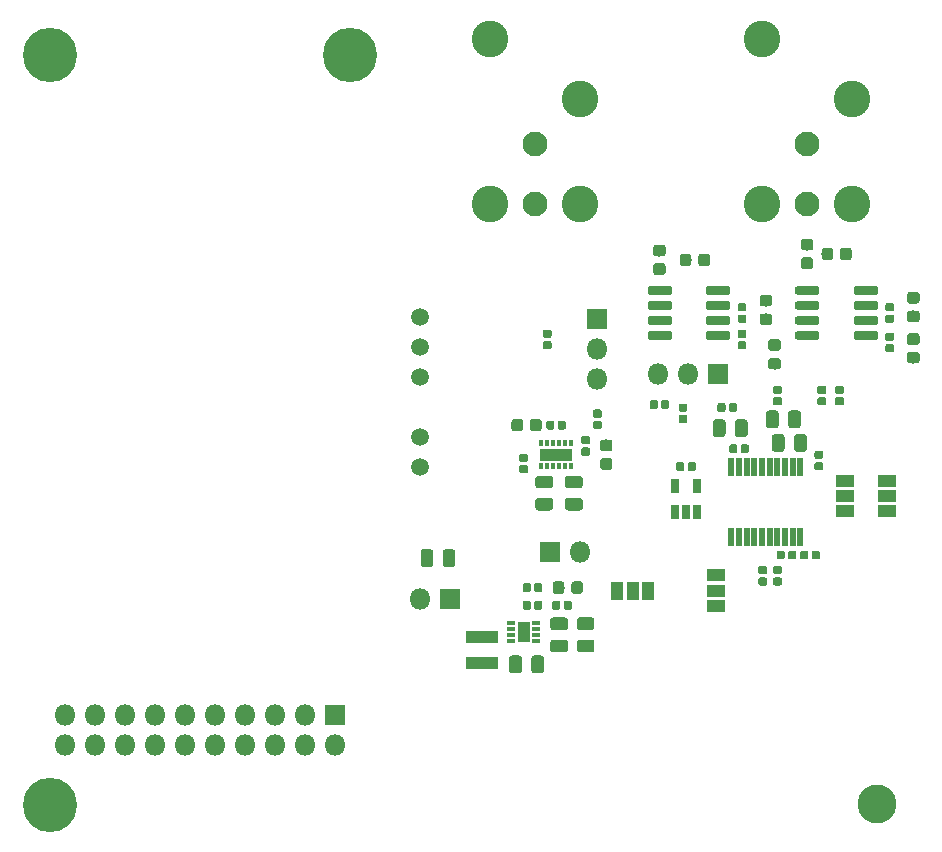
<source format=gbr>
G04 #@! TF.GenerationSoftware,KiCad,Pcbnew,(5.1.2)-2*
G04 #@! TF.CreationDate,2019-12-30T17:27:18+01:00*
G04 #@! TF.ProjectId,BalancedAudioBox,42616c61-6e63-4656-9441-7564696f426f,rev?*
G04 #@! TF.SameCoordinates,Original*
G04 #@! TF.FileFunction,Soldermask,Top*
G04 #@! TF.FilePolarity,Negative*
%FSLAX46Y46*%
G04 Gerber Fmt 4.6, Leading zero omitted, Abs format (unit mm)*
G04 Created by KiCad (PCBNEW (5.1.2)-2) date 2019-12-30 17:27:18*
%MOMM*%
%LPD*%
G04 APERTURE LIST*
%ADD10R,0.750000X1.160000*%
%ADD11R,2.750000X1.100000*%
%ADD12R,0.350000X0.600000*%
%ADD13C,0.100000*%
%ADD14C,0.690000*%
%ADD15R,1.600000X1.100000*%
%ADD16R,1.800000X1.800000*%
%ADD17O,1.800000X1.800000*%
%ADD18R,0.800000X0.400000*%
%ADD19R,1.100000X1.800000*%
%ADD20C,1.075000*%
%ADD21C,4.600000*%
%ADD22C,3.300000*%
%ADD23R,0.550000X1.550000*%
%ADD24C,0.975000*%
%ADD25C,1.516000*%
%ADD26C,0.700000*%
%ADD27R,2.800000X1.100000*%
%ADD28C,3.100000*%
%ADD29C,2.100000*%
%ADD30R,1.100000X1.600000*%
G04 APERTURE END LIST*
D10*
X167800000Y-104650000D03*
X169700000Y-104650000D03*
X169700000Y-106850000D03*
X168750000Y-106850000D03*
X167800000Y-106850000D03*
D11*
X157750000Y-102000000D03*
D12*
X156500000Y-101050000D03*
X157000000Y-101050000D03*
X157500000Y-101050000D03*
X158000000Y-101050000D03*
X158500000Y-101050000D03*
X159000000Y-101050000D03*
X159000000Y-102950000D03*
X158500000Y-102950000D03*
X158000000Y-102950000D03*
X157500000Y-102950000D03*
X157000000Y-102950000D03*
X156500000Y-102950000D03*
D13*
G36*
X173714408Y-92390831D02*
G01*
X173731153Y-92393315D01*
X173747574Y-92397428D01*
X173763513Y-92403131D01*
X173778816Y-92410369D01*
X173793336Y-92419071D01*
X173806933Y-92429156D01*
X173819476Y-92440524D01*
X173830844Y-92453067D01*
X173840929Y-92466664D01*
X173849631Y-92481184D01*
X173856869Y-92496487D01*
X173862572Y-92512426D01*
X173866685Y-92528847D01*
X173869169Y-92545592D01*
X173870000Y-92562500D01*
X173870000Y-92907500D01*
X173869169Y-92924408D01*
X173866685Y-92941153D01*
X173862572Y-92957574D01*
X173856869Y-92973513D01*
X173849631Y-92988816D01*
X173840929Y-93003336D01*
X173830844Y-93016933D01*
X173819476Y-93029476D01*
X173806933Y-93040844D01*
X173793336Y-93050929D01*
X173778816Y-93059631D01*
X173763513Y-93066869D01*
X173747574Y-93072572D01*
X173731153Y-93076685D01*
X173714408Y-93079169D01*
X173697500Y-93080000D01*
X173302500Y-93080000D01*
X173285592Y-93079169D01*
X173268847Y-93076685D01*
X173252426Y-93072572D01*
X173236487Y-93066869D01*
X173221184Y-93059631D01*
X173206664Y-93050929D01*
X173193067Y-93040844D01*
X173180524Y-93029476D01*
X173169156Y-93016933D01*
X173159071Y-93003336D01*
X173150369Y-92988816D01*
X173143131Y-92973513D01*
X173137428Y-92957574D01*
X173133315Y-92941153D01*
X173130831Y-92924408D01*
X173130000Y-92907500D01*
X173130000Y-92562500D01*
X173130831Y-92545592D01*
X173133315Y-92528847D01*
X173137428Y-92512426D01*
X173143131Y-92496487D01*
X173150369Y-92481184D01*
X173159071Y-92466664D01*
X173169156Y-92453067D01*
X173180524Y-92440524D01*
X173193067Y-92429156D01*
X173206664Y-92419071D01*
X173221184Y-92410369D01*
X173236487Y-92403131D01*
X173252426Y-92397428D01*
X173268847Y-92393315D01*
X173285592Y-92390831D01*
X173302500Y-92390000D01*
X173697500Y-92390000D01*
X173714408Y-92390831D01*
X173714408Y-92390831D01*
G37*
D14*
X173500000Y-92735000D03*
D13*
G36*
X173714408Y-91420831D02*
G01*
X173731153Y-91423315D01*
X173747574Y-91427428D01*
X173763513Y-91433131D01*
X173778816Y-91440369D01*
X173793336Y-91449071D01*
X173806933Y-91459156D01*
X173819476Y-91470524D01*
X173830844Y-91483067D01*
X173840929Y-91496664D01*
X173849631Y-91511184D01*
X173856869Y-91526487D01*
X173862572Y-91542426D01*
X173866685Y-91558847D01*
X173869169Y-91575592D01*
X173870000Y-91592500D01*
X173870000Y-91937500D01*
X173869169Y-91954408D01*
X173866685Y-91971153D01*
X173862572Y-91987574D01*
X173856869Y-92003513D01*
X173849631Y-92018816D01*
X173840929Y-92033336D01*
X173830844Y-92046933D01*
X173819476Y-92059476D01*
X173806933Y-92070844D01*
X173793336Y-92080929D01*
X173778816Y-92089631D01*
X173763513Y-92096869D01*
X173747574Y-92102572D01*
X173731153Y-92106685D01*
X173714408Y-92109169D01*
X173697500Y-92110000D01*
X173302500Y-92110000D01*
X173285592Y-92109169D01*
X173268847Y-92106685D01*
X173252426Y-92102572D01*
X173236487Y-92096869D01*
X173221184Y-92089631D01*
X173206664Y-92080929D01*
X173193067Y-92070844D01*
X173180524Y-92059476D01*
X173169156Y-92046933D01*
X173159071Y-92033336D01*
X173150369Y-92018816D01*
X173143131Y-92003513D01*
X173137428Y-91987574D01*
X173133315Y-91971153D01*
X173130831Y-91954408D01*
X173130000Y-91937500D01*
X173130000Y-91592500D01*
X173130831Y-91575592D01*
X173133315Y-91558847D01*
X173137428Y-91542426D01*
X173143131Y-91526487D01*
X173150369Y-91511184D01*
X173159071Y-91496664D01*
X173169156Y-91483067D01*
X173180524Y-91470524D01*
X173193067Y-91459156D01*
X173206664Y-91449071D01*
X173221184Y-91440369D01*
X173236487Y-91433131D01*
X173252426Y-91427428D01*
X173268847Y-91423315D01*
X173285592Y-91420831D01*
X173302500Y-91420000D01*
X173697500Y-91420000D01*
X173714408Y-91420831D01*
X173714408Y-91420831D01*
G37*
D14*
X173500000Y-91765000D03*
D15*
X185750000Y-105500000D03*
X185750000Y-106800000D03*
X185750000Y-104200000D03*
X182250000Y-105500000D03*
X182250000Y-106800000D03*
X182250000Y-104200000D03*
D13*
G36*
X169424408Y-102630831D02*
G01*
X169441153Y-102633315D01*
X169457574Y-102637428D01*
X169473513Y-102643131D01*
X169488816Y-102650369D01*
X169503336Y-102659071D01*
X169516933Y-102669156D01*
X169529476Y-102680524D01*
X169540844Y-102693067D01*
X169550929Y-102706664D01*
X169559631Y-102721184D01*
X169566869Y-102736487D01*
X169572572Y-102752426D01*
X169576685Y-102768847D01*
X169579169Y-102785592D01*
X169580000Y-102802500D01*
X169580000Y-103197500D01*
X169579169Y-103214408D01*
X169576685Y-103231153D01*
X169572572Y-103247574D01*
X169566869Y-103263513D01*
X169559631Y-103278816D01*
X169550929Y-103293336D01*
X169540844Y-103306933D01*
X169529476Y-103319476D01*
X169516933Y-103330844D01*
X169503336Y-103340929D01*
X169488816Y-103349631D01*
X169473513Y-103356869D01*
X169457574Y-103362572D01*
X169441153Y-103366685D01*
X169424408Y-103369169D01*
X169407500Y-103370000D01*
X169062500Y-103370000D01*
X169045592Y-103369169D01*
X169028847Y-103366685D01*
X169012426Y-103362572D01*
X168996487Y-103356869D01*
X168981184Y-103349631D01*
X168966664Y-103340929D01*
X168953067Y-103330844D01*
X168940524Y-103319476D01*
X168929156Y-103306933D01*
X168919071Y-103293336D01*
X168910369Y-103278816D01*
X168903131Y-103263513D01*
X168897428Y-103247574D01*
X168893315Y-103231153D01*
X168890831Y-103214408D01*
X168890000Y-103197500D01*
X168890000Y-102802500D01*
X168890831Y-102785592D01*
X168893315Y-102768847D01*
X168897428Y-102752426D01*
X168903131Y-102736487D01*
X168910369Y-102721184D01*
X168919071Y-102706664D01*
X168929156Y-102693067D01*
X168940524Y-102680524D01*
X168953067Y-102669156D01*
X168966664Y-102659071D01*
X168981184Y-102650369D01*
X168996487Y-102643131D01*
X169012426Y-102637428D01*
X169028847Y-102633315D01*
X169045592Y-102630831D01*
X169062500Y-102630000D01*
X169407500Y-102630000D01*
X169424408Y-102630831D01*
X169424408Y-102630831D01*
G37*
D14*
X169235000Y-103000000D03*
D13*
G36*
X168454408Y-102630831D02*
G01*
X168471153Y-102633315D01*
X168487574Y-102637428D01*
X168503513Y-102643131D01*
X168518816Y-102650369D01*
X168533336Y-102659071D01*
X168546933Y-102669156D01*
X168559476Y-102680524D01*
X168570844Y-102693067D01*
X168580929Y-102706664D01*
X168589631Y-102721184D01*
X168596869Y-102736487D01*
X168602572Y-102752426D01*
X168606685Y-102768847D01*
X168609169Y-102785592D01*
X168610000Y-102802500D01*
X168610000Y-103197500D01*
X168609169Y-103214408D01*
X168606685Y-103231153D01*
X168602572Y-103247574D01*
X168596869Y-103263513D01*
X168589631Y-103278816D01*
X168580929Y-103293336D01*
X168570844Y-103306933D01*
X168559476Y-103319476D01*
X168546933Y-103330844D01*
X168533336Y-103340929D01*
X168518816Y-103349631D01*
X168503513Y-103356869D01*
X168487574Y-103362572D01*
X168471153Y-103366685D01*
X168454408Y-103369169D01*
X168437500Y-103370000D01*
X168092500Y-103370000D01*
X168075592Y-103369169D01*
X168058847Y-103366685D01*
X168042426Y-103362572D01*
X168026487Y-103356869D01*
X168011184Y-103349631D01*
X167996664Y-103340929D01*
X167983067Y-103330844D01*
X167970524Y-103319476D01*
X167959156Y-103306933D01*
X167949071Y-103293336D01*
X167940369Y-103278816D01*
X167933131Y-103263513D01*
X167927428Y-103247574D01*
X167923315Y-103231153D01*
X167920831Y-103214408D01*
X167920000Y-103197500D01*
X167920000Y-102802500D01*
X167920831Y-102785592D01*
X167923315Y-102768847D01*
X167927428Y-102752426D01*
X167933131Y-102736487D01*
X167940369Y-102721184D01*
X167949071Y-102706664D01*
X167959156Y-102693067D01*
X167970524Y-102680524D01*
X167983067Y-102669156D01*
X167996664Y-102659071D01*
X168011184Y-102650369D01*
X168026487Y-102643131D01*
X168042426Y-102637428D01*
X168058847Y-102633315D01*
X168075592Y-102630831D01*
X168092500Y-102630000D01*
X168437500Y-102630000D01*
X168454408Y-102630831D01*
X168454408Y-102630831D01*
G37*
D14*
X168265000Y-103000000D03*
D16*
X157250000Y-110250000D03*
D17*
X159790000Y-110250000D03*
D18*
X156050000Y-117750000D03*
X156050000Y-117250000D03*
X156050000Y-116750000D03*
X156050000Y-116250000D03*
X153950000Y-116250000D03*
X153950000Y-116750000D03*
X153950000Y-117250000D03*
X153950000Y-117750000D03*
D19*
X155000000Y-117000000D03*
D16*
X148750000Y-114250000D03*
D17*
X146210000Y-114250000D03*
D13*
G36*
X148982592Y-110001294D02*
G01*
X149008681Y-110005164D01*
X149034264Y-110011572D01*
X149059096Y-110020457D01*
X149082938Y-110031734D01*
X149105560Y-110045293D01*
X149126743Y-110061003D01*
X149146285Y-110078715D01*
X149163997Y-110098257D01*
X149179707Y-110119440D01*
X149193266Y-110142062D01*
X149204543Y-110165904D01*
X149213428Y-110190736D01*
X149219836Y-110216319D01*
X149223706Y-110242408D01*
X149225000Y-110268750D01*
X149225000Y-111231250D01*
X149223706Y-111257592D01*
X149219836Y-111283681D01*
X149213428Y-111309264D01*
X149204543Y-111334096D01*
X149193266Y-111357938D01*
X149179707Y-111380560D01*
X149163997Y-111401743D01*
X149146285Y-111421285D01*
X149126743Y-111438997D01*
X149105560Y-111454707D01*
X149082938Y-111468266D01*
X149059096Y-111479543D01*
X149034264Y-111488428D01*
X149008681Y-111494836D01*
X148982592Y-111498706D01*
X148956250Y-111500000D01*
X148418750Y-111500000D01*
X148392408Y-111498706D01*
X148366319Y-111494836D01*
X148340736Y-111488428D01*
X148315904Y-111479543D01*
X148292062Y-111468266D01*
X148269440Y-111454707D01*
X148248257Y-111438997D01*
X148228715Y-111421285D01*
X148211003Y-111401743D01*
X148195293Y-111380560D01*
X148181734Y-111357938D01*
X148170457Y-111334096D01*
X148161572Y-111309264D01*
X148155164Y-111283681D01*
X148151294Y-111257592D01*
X148150000Y-111231250D01*
X148150000Y-110268750D01*
X148151294Y-110242408D01*
X148155164Y-110216319D01*
X148161572Y-110190736D01*
X148170457Y-110165904D01*
X148181734Y-110142062D01*
X148195293Y-110119440D01*
X148211003Y-110098257D01*
X148228715Y-110078715D01*
X148248257Y-110061003D01*
X148269440Y-110045293D01*
X148292062Y-110031734D01*
X148315904Y-110020457D01*
X148340736Y-110011572D01*
X148366319Y-110005164D01*
X148392408Y-110001294D01*
X148418750Y-110000000D01*
X148956250Y-110000000D01*
X148982592Y-110001294D01*
X148982592Y-110001294D01*
G37*
D20*
X148687500Y-110750000D03*
D13*
G36*
X147107592Y-110001294D02*
G01*
X147133681Y-110005164D01*
X147159264Y-110011572D01*
X147184096Y-110020457D01*
X147207938Y-110031734D01*
X147230560Y-110045293D01*
X147251743Y-110061003D01*
X147271285Y-110078715D01*
X147288997Y-110098257D01*
X147304707Y-110119440D01*
X147318266Y-110142062D01*
X147329543Y-110165904D01*
X147338428Y-110190736D01*
X147344836Y-110216319D01*
X147348706Y-110242408D01*
X147350000Y-110268750D01*
X147350000Y-111231250D01*
X147348706Y-111257592D01*
X147344836Y-111283681D01*
X147338428Y-111309264D01*
X147329543Y-111334096D01*
X147318266Y-111357938D01*
X147304707Y-111380560D01*
X147288997Y-111401743D01*
X147271285Y-111421285D01*
X147251743Y-111438997D01*
X147230560Y-111454707D01*
X147207938Y-111468266D01*
X147184096Y-111479543D01*
X147159264Y-111488428D01*
X147133681Y-111494836D01*
X147107592Y-111498706D01*
X147081250Y-111500000D01*
X146543750Y-111500000D01*
X146517408Y-111498706D01*
X146491319Y-111494836D01*
X146465736Y-111488428D01*
X146440904Y-111479543D01*
X146417062Y-111468266D01*
X146394440Y-111454707D01*
X146373257Y-111438997D01*
X146353715Y-111421285D01*
X146336003Y-111401743D01*
X146320293Y-111380560D01*
X146306734Y-111357938D01*
X146295457Y-111334096D01*
X146286572Y-111309264D01*
X146280164Y-111283681D01*
X146276294Y-111257592D01*
X146275000Y-111231250D01*
X146275000Y-110268750D01*
X146276294Y-110242408D01*
X146280164Y-110216319D01*
X146286572Y-110190736D01*
X146295457Y-110165904D01*
X146306734Y-110142062D01*
X146320293Y-110119440D01*
X146336003Y-110098257D01*
X146353715Y-110078715D01*
X146373257Y-110061003D01*
X146394440Y-110045293D01*
X146417062Y-110031734D01*
X146440904Y-110020457D01*
X146465736Y-110011572D01*
X146491319Y-110005164D01*
X146517408Y-110001294D01*
X146543750Y-110000000D01*
X147081250Y-110000000D01*
X147107592Y-110001294D01*
X147107592Y-110001294D01*
G37*
D20*
X146812500Y-110750000D03*
D17*
X116140000Y-126540000D03*
X116140000Y-124000000D03*
X118680000Y-126540000D03*
X118680000Y-124000000D03*
X121220000Y-126540000D03*
X121220000Y-124000000D03*
X123760000Y-126540000D03*
X123760000Y-124000000D03*
X126300000Y-126540000D03*
X126300000Y-124000000D03*
X128840000Y-126540000D03*
X128840000Y-124000000D03*
X131380000Y-126540000D03*
X131380000Y-124000000D03*
X133920000Y-126540000D03*
X133920000Y-124000000D03*
X136460000Y-126540000D03*
X136460000Y-124000000D03*
X139000000Y-126540000D03*
D16*
X139000000Y-124000000D03*
D21*
X114870000Y-68120000D03*
X114870000Y-131620000D03*
X140270000Y-68120000D03*
D13*
G36*
X157257592Y-105651294D02*
G01*
X157283681Y-105655164D01*
X157309264Y-105661572D01*
X157334096Y-105670457D01*
X157357938Y-105681734D01*
X157380560Y-105695293D01*
X157401743Y-105711003D01*
X157421285Y-105728715D01*
X157438997Y-105748257D01*
X157454707Y-105769440D01*
X157468266Y-105792062D01*
X157479543Y-105815904D01*
X157488428Y-105840736D01*
X157494836Y-105866319D01*
X157498706Y-105892408D01*
X157500000Y-105918750D01*
X157500000Y-106456250D01*
X157498706Y-106482592D01*
X157494836Y-106508681D01*
X157488428Y-106534264D01*
X157479543Y-106559096D01*
X157468266Y-106582938D01*
X157454707Y-106605560D01*
X157438997Y-106626743D01*
X157421285Y-106646285D01*
X157401743Y-106663997D01*
X157380560Y-106679707D01*
X157357938Y-106693266D01*
X157334096Y-106704543D01*
X157309264Y-106713428D01*
X157283681Y-106719836D01*
X157257592Y-106723706D01*
X157231250Y-106725000D01*
X156268750Y-106725000D01*
X156242408Y-106723706D01*
X156216319Y-106719836D01*
X156190736Y-106713428D01*
X156165904Y-106704543D01*
X156142062Y-106693266D01*
X156119440Y-106679707D01*
X156098257Y-106663997D01*
X156078715Y-106646285D01*
X156061003Y-106626743D01*
X156045293Y-106605560D01*
X156031734Y-106582938D01*
X156020457Y-106559096D01*
X156011572Y-106534264D01*
X156005164Y-106508681D01*
X156001294Y-106482592D01*
X156000000Y-106456250D01*
X156000000Y-105918750D01*
X156001294Y-105892408D01*
X156005164Y-105866319D01*
X156011572Y-105840736D01*
X156020457Y-105815904D01*
X156031734Y-105792062D01*
X156045293Y-105769440D01*
X156061003Y-105748257D01*
X156078715Y-105728715D01*
X156098257Y-105711003D01*
X156119440Y-105695293D01*
X156142062Y-105681734D01*
X156165904Y-105670457D01*
X156190736Y-105661572D01*
X156216319Y-105655164D01*
X156242408Y-105651294D01*
X156268750Y-105650000D01*
X157231250Y-105650000D01*
X157257592Y-105651294D01*
X157257592Y-105651294D01*
G37*
D20*
X156750000Y-106187500D03*
D13*
G36*
X157257592Y-103776294D02*
G01*
X157283681Y-103780164D01*
X157309264Y-103786572D01*
X157334096Y-103795457D01*
X157357938Y-103806734D01*
X157380560Y-103820293D01*
X157401743Y-103836003D01*
X157421285Y-103853715D01*
X157438997Y-103873257D01*
X157454707Y-103894440D01*
X157468266Y-103917062D01*
X157479543Y-103940904D01*
X157488428Y-103965736D01*
X157494836Y-103991319D01*
X157498706Y-104017408D01*
X157500000Y-104043750D01*
X157500000Y-104581250D01*
X157498706Y-104607592D01*
X157494836Y-104633681D01*
X157488428Y-104659264D01*
X157479543Y-104684096D01*
X157468266Y-104707938D01*
X157454707Y-104730560D01*
X157438997Y-104751743D01*
X157421285Y-104771285D01*
X157401743Y-104788997D01*
X157380560Y-104804707D01*
X157357938Y-104818266D01*
X157334096Y-104829543D01*
X157309264Y-104838428D01*
X157283681Y-104844836D01*
X157257592Y-104848706D01*
X157231250Y-104850000D01*
X156268750Y-104850000D01*
X156242408Y-104848706D01*
X156216319Y-104844836D01*
X156190736Y-104838428D01*
X156165904Y-104829543D01*
X156142062Y-104818266D01*
X156119440Y-104804707D01*
X156098257Y-104788997D01*
X156078715Y-104771285D01*
X156061003Y-104751743D01*
X156045293Y-104730560D01*
X156031734Y-104707938D01*
X156020457Y-104684096D01*
X156011572Y-104659264D01*
X156005164Y-104633681D01*
X156001294Y-104607592D01*
X156000000Y-104581250D01*
X156000000Y-104043750D01*
X156001294Y-104017408D01*
X156005164Y-103991319D01*
X156011572Y-103965736D01*
X156020457Y-103940904D01*
X156031734Y-103917062D01*
X156045293Y-103894440D01*
X156061003Y-103873257D01*
X156078715Y-103853715D01*
X156098257Y-103836003D01*
X156119440Y-103820293D01*
X156142062Y-103806734D01*
X156165904Y-103795457D01*
X156190736Y-103786572D01*
X156216319Y-103780164D01*
X156242408Y-103776294D01*
X156268750Y-103775000D01*
X157231250Y-103775000D01*
X157257592Y-103776294D01*
X157257592Y-103776294D01*
G37*
D20*
X156750000Y-104312500D03*
D13*
G36*
X175464408Y-111420831D02*
G01*
X175481153Y-111423315D01*
X175497574Y-111427428D01*
X175513513Y-111433131D01*
X175528816Y-111440369D01*
X175543336Y-111449071D01*
X175556933Y-111459156D01*
X175569476Y-111470524D01*
X175580844Y-111483067D01*
X175590929Y-111496664D01*
X175599631Y-111511184D01*
X175606869Y-111526487D01*
X175612572Y-111542426D01*
X175616685Y-111558847D01*
X175619169Y-111575592D01*
X175620000Y-111592500D01*
X175620000Y-111937500D01*
X175619169Y-111954408D01*
X175616685Y-111971153D01*
X175612572Y-111987574D01*
X175606869Y-112003513D01*
X175599631Y-112018816D01*
X175590929Y-112033336D01*
X175580844Y-112046933D01*
X175569476Y-112059476D01*
X175556933Y-112070844D01*
X175543336Y-112080929D01*
X175528816Y-112089631D01*
X175513513Y-112096869D01*
X175497574Y-112102572D01*
X175481153Y-112106685D01*
X175464408Y-112109169D01*
X175447500Y-112110000D01*
X175052500Y-112110000D01*
X175035592Y-112109169D01*
X175018847Y-112106685D01*
X175002426Y-112102572D01*
X174986487Y-112096869D01*
X174971184Y-112089631D01*
X174956664Y-112080929D01*
X174943067Y-112070844D01*
X174930524Y-112059476D01*
X174919156Y-112046933D01*
X174909071Y-112033336D01*
X174900369Y-112018816D01*
X174893131Y-112003513D01*
X174887428Y-111987574D01*
X174883315Y-111971153D01*
X174880831Y-111954408D01*
X174880000Y-111937500D01*
X174880000Y-111592500D01*
X174880831Y-111575592D01*
X174883315Y-111558847D01*
X174887428Y-111542426D01*
X174893131Y-111526487D01*
X174900369Y-111511184D01*
X174909071Y-111496664D01*
X174919156Y-111483067D01*
X174930524Y-111470524D01*
X174943067Y-111459156D01*
X174956664Y-111449071D01*
X174971184Y-111440369D01*
X174986487Y-111433131D01*
X175002426Y-111427428D01*
X175018847Y-111423315D01*
X175035592Y-111420831D01*
X175052500Y-111420000D01*
X175447500Y-111420000D01*
X175464408Y-111420831D01*
X175464408Y-111420831D01*
G37*
D14*
X175250000Y-111765000D03*
D13*
G36*
X175464408Y-112390831D02*
G01*
X175481153Y-112393315D01*
X175497574Y-112397428D01*
X175513513Y-112403131D01*
X175528816Y-112410369D01*
X175543336Y-112419071D01*
X175556933Y-112429156D01*
X175569476Y-112440524D01*
X175580844Y-112453067D01*
X175590929Y-112466664D01*
X175599631Y-112481184D01*
X175606869Y-112496487D01*
X175612572Y-112512426D01*
X175616685Y-112528847D01*
X175619169Y-112545592D01*
X175620000Y-112562500D01*
X175620000Y-112907500D01*
X175619169Y-112924408D01*
X175616685Y-112941153D01*
X175612572Y-112957574D01*
X175606869Y-112973513D01*
X175599631Y-112988816D01*
X175590929Y-113003336D01*
X175580844Y-113016933D01*
X175569476Y-113029476D01*
X175556933Y-113040844D01*
X175543336Y-113050929D01*
X175528816Y-113059631D01*
X175513513Y-113066869D01*
X175497574Y-113072572D01*
X175481153Y-113076685D01*
X175464408Y-113079169D01*
X175447500Y-113080000D01*
X175052500Y-113080000D01*
X175035592Y-113079169D01*
X175018847Y-113076685D01*
X175002426Y-113072572D01*
X174986487Y-113066869D01*
X174971184Y-113059631D01*
X174956664Y-113050929D01*
X174943067Y-113040844D01*
X174930524Y-113029476D01*
X174919156Y-113016933D01*
X174909071Y-113003336D01*
X174900369Y-112988816D01*
X174893131Y-112973513D01*
X174887428Y-112957574D01*
X174883315Y-112941153D01*
X174880831Y-112924408D01*
X174880000Y-112907500D01*
X174880000Y-112562500D01*
X174880831Y-112545592D01*
X174883315Y-112528847D01*
X174887428Y-112512426D01*
X174893131Y-112496487D01*
X174900369Y-112481184D01*
X174909071Y-112466664D01*
X174919156Y-112453067D01*
X174930524Y-112440524D01*
X174943067Y-112429156D01*
X174956664Y-112419071D01*
X174971184Y-112410369D01*
X174986487Y-112403131D01*
X175002426Y-112397428D01*
X175018847Y-112393315D01*
X175035592Y-112390831D01*
X175052500Y-112390000D01*
X175447500Y-112390000D01*
X175464408Y-112390831D01*
X175464408Y-112390831D01*
G37*
D14*
X175250000Y-112735000D03*
D13*
G36*
X177924408Y-110130831D02*
G01*
X177941153Y-110133315D01*
X177957574Y-110137428D01*
X177973513Y-110143131D01*
X177988816Y-110150369D01*
X178003336Y-110159071D01*
X178016933Y-110169156D01*
X178029476Y-110180524D01*
X178040844Y-110193067D01*
X178050929Y-110206664D01*
X178059631Y-110221184D01*
X178066869Y-110236487D01*
X178072572Y-110252426D01*
X178076685Y-110268847D01*
X178079169Y-110285592D01*
X178080000Y-110302500D01*
X178080000Y-110697500D01*
X178079169Y-110714408D01*
X178076685Y-110731153D01*
X178072572Y-110747574D01*
X178066869Y-110763513D01*
X178059631Y-110778816D01*
X178050929Y-110793336D01*
X178040844Y-110806933D01*
X178029476Y-110819476D01*
X178016933Y-110830844D01*
X178003336Y-110840929D01*
X177988816Y-110849631D01*
X177973513Y-110856869D01*
X177957574Y-110862572D01*
X177941153Y-110866685D01*
X177924408Y-110869169D01*
X177907500Y-110870000D01*
X177562500Y-110870000D01*
X177545592Y-110869169D01*
X177528847Y-110866685D01*
X177512426Y-110862572D01*
X177496487Y-110856869D01*
X177481184Y-110849631D01*
X177466664Y-110840929D01*
X177453067Y-110830844D01*
X177440524Y-110819476D01*
X177429156Y-110806933D01*
X177419071Y-110793336D01*
X177410369Y-110778816D01*
X177403131Y-110763513D01*
X177397428Y-110747574D01*
X177393315Y-110731153D01*
X177390831Y-110714408D01*
X177390000Y-110697500D01*
X177390000Y-110302500D01*
X177390831Y-110285592D01*
X177393315Y-110268847D01*
X177397428Y-110252426D01*
X177403131Y-110236487D01*
X177410369Y-110221184D01*
X177419071Y-110206664D01*
X177429156Y-110193067D01*
X177440524Y-110180524D01*
X177453067Y-110169156D01*
X177466664Y-110159071D01*
X177481184Y-110150369D01*
X177496487Y-110143131D01*
X177512426Y-110137428D01*
X177528847Y-110133315D01*
X177545592Y-110130831D01*
X177562500Y-110130000D01*
X177907500Y-110130000D01*
X177924408Y-110130831D01*
X177924408Y-110130831D01*
G37*
D14*
X177735000Y-110500000D03*
D13*
G36*
X176954408Y-110130831D02*
G01*
X176971153Y-110133315D01*
X176987574Y-110137428D01*
X177003513Y-110143131D01*
X177018816Y-110150369D01*
X177033336Y-110159071D01*
X177046933Y-110169156D01*
X177059476Y-110180524D01*
X177070844Y-110193067D01*
X177080929Y-110206664D01*
X177089631Y-110221184D01*
X177096869Y-110236487D01*
X177102572Y-110252426D01*
X177106685Y-110268847D01*
X177109169Y-110285592D01*
X177110000Y-110302500D01*
X177110000Y-110697500D01*
X177109169Y-110714408D01*
X177106685Y-110731153D01*
X177102572Y-110747574D01*
X177096869Y-110763513D01*
X177089631Y-110778816D01*
X177080929Y-110793336D01*
X177070844Y-110806933D01*
X177059476Y-110819476D01*
X177046933Y-110830844D01*
X177033336Y-110840929D01*
X177018816Y-110849631D01*
X177003513Y-110856869D01*
X176987574Y-110862572D01*
X176971153Y-110866685D01*
X176954408Y-110869169D01*
X176937500Y-110870000D01*
X176592500Y-110870000D01*
X176575592Y-110869169D01*
X176558847Y-110866685D01*
X176542426Y-110862572D01*
X176526487Y-110856869D01*
X176511184Y-110849631D01*
X176496664Y-110840929D01*
X176483067Y-110830844D01*
X176470524Y-110819476D01*
X176459156Y-110806933D01*
X176449071Y-110793336D01*
X176440369Y-110778816D01*
X176433131Y-110763513D01*
X176427428Y-110747574D01*
X176423315Y-110731153D01*
X176420831Y-110714408D01*
X176420000Y-110697500D01*
X176420000Y-110302500D01*
X176420831Y-110285592D01*
X176423315Y-110268847D01*
X176427428Y-110252426D01*
X176433131Y-110236487D01*
X176440369Y-110221184D01*
X176449071Y-110206664D01*
X176459156Y-110193067D01*
X176470524Y-110180524D01*
X176483067Y-110169156D01*
X176496664Y-110159071D01*
X176511184Y-110150369D01*
X176526487Y-110143131D01*
X176542426Y-110137428D01*
X176558847Y-110133315D01*
X176575592Y-110130831D01*
X176592500Y-110130000D01*
X176937500Y-110130000D01*
X176954408Y-110130831D01*
X176954408Y-110130831D01*
G37*
D14*
X176765000Y-110500000D03*
D13*
G36*
X178232592Y-98251294D02*
G01*
X178258681Y-98255164D01*
X178284264Y-98261572D01*
X178309096Y-98270457D01*
X178332938Y-98281734D01*
X178355560Y-98295293D01*
X178376743Y-98311003D01*
X178396285Y-98328715D01*
X178413997Y-98348257D01*
X178429707Y-98369440D01*
X178443266Y-98392062D01*
X178454543Y-98415904D01*
X178463428Y-98440736D01*
X178469836Y-98466319D01*
X178473706Y-98492408D01*
X178475000Y-98518750D01*
X178475000Y-99481250D01*
X178473706Y-99507592D01*
X178469836Y-99533681D01*
X178463428Y-99559264D01*
X178454543Y-99584096D01*
X178443266Y-99607938D01*
X178429707Y-99630560D01*
X178413997Y-99651743D01*
X178396285Y-99671285D01*
X178376743Y-99688997D01*
X178355560Y-99704707D01*
X178332938Y-99718266D01*
X178309096Y-99729543D01*
X178284264Y-99738428D01*
X178258681Y-99744836D01*
X178232592Y-99748706D01*
X178206250Y-99750000D01*
X177668750Y-99750000D01*
X177642408Y-99748706D01*
X177616319Y-99744836D01*
X177590736Y-99738428D01*
X177565904Y-99729543D01*
X177542062Y-99718266D01*
X177519440Y-99704707D01*
X177498257Y-99688997D01*
X177478715Y-99671285D01*
X177461003Y-99651743D01*
X177445293Y-99630560D01*
X177431734Y-99607938D01*
X177420457Y-99584096D01*
X177411572Y-99559264D01*
X177405164Y-99533681D01*
X177401294Y-99507592D01*
X177400000Y-99481250D01*
X177400000Y-98518750D01*
X177401294Y-98492408D01*
X177405164Y-98466319D01*
X177411572Y-98440736D01*
X177420457Y-98415904D01*
X177431734Y-98392062D01*
X177445293Y-98369440D01*
X177461003Y-98348257D01*
X177478715Y-98328715D01*
X177498257Y-98311003D01*
X177519440Y-98295293D01*
X177542062Y-98281734D01*
X177565904Y-98270457D01*
X177590736Y-98261572D01*
X177616319Y-98255164D01*
X177642408Y-98251294D01*
X177668750Y-98250000D01*
X178206250Y-98250000D01*
X178232592Y-98251294D01*
X178232592Y-98251294D01*
G37*
D20*
X177937500Y-99000000D03*
D13*
G36*
X176357592Y-98251294D02*
G01*
X176383681Y-98255164D01*
X176409264Y-98261572D01*
X176434096Y-98270457D01*
X176457938Y-98281734D01*
X176480560Y-98295293D01*
X176501743Y-98311003D01*
X176521285Y-98328715D01*
X176538997Y-98348257D01*
X176554707Y-98369440D01*
X176568266Y-98392062D01*
X176579543Y-98415904D01*
X176588428Y-98440736D01*
X176594836Y-98466319D01*
X176598706Y-98492408D01*
X176600000Y-98518750D01*
X176600000Y-99481250D01*
X176598706Y-99507592D01*
X176594836Y-99533681D01*
X176588428Y-99559264D01*
X176579543Y-99584096D01*
X176568266Y-99607938D01*
X176554707Y-99630560D01*
X176538997Y-99651743D01*
X176521285Y-99671285D01*
X176501743Y-99688997D01*
X176480560Y-99704707D01*
X176457938Y-99718266D01*
X176434096Y-99729543D01*
X176409264Y-99738428D01*
X176383681Y-99744836D01*
X176357592Y-99748706D01*
X176331250Y-99750000D01*
X175793750Y-99750000D01*
X175767408Y-99748706D01*
X175741319Y-99744836D01*
X175715736Y-99738428D01*
X175690904Y-99729543D01*
X175667062Y-99718266D01*
X175644440Y-99704707D01*
X175623257Y-99688997D01*
X175603715Y-99671285D01*
X175586003Y-99651743D01*
X175570293Y-99630560D01*
X175556734Y-99607938D01*
X175545457Y-99584096D01*
X175536572Y-99559264D01*
X175530164Y-99533681D01*
X175526294Y-99507592D01*
X175525000Y-99481250D01*
X175525000Y-98518750D01*
X175526294Y-98492408D01*
X175530164Y-98466319D01*
X175536572Y-98440736D01*
X175545457Y-98415904D01*
X175556734Y-98392062D01*
X175570293Y-98369440D01*
X175586003Y-98348257D01*
X175603715Y-98328715D01*
X175623257Y-98311003D01*
X175644440Y-98295293D01*
X175667062Y-98281734D01*
X175690904Y-98270457D01*
X175715736Y-98261572D01*
X175741319Y-98255164D01*
X175767408Y-98251294D01*
X175793750Y-98250000D01*
X176331250Y-98250000D01*
X176357592Y-98251294D01*
X176357592Y-98251294D01*
G37*
D20*
X176062500Y-99000000D03*
D22*
X184912000Y-131572000D03*
D23*
X178425000Y-108950000D03*
X177775000Y-108950000D03*
X177125000Y-108950000D03*
X176475000Y-108950000D03*
X175825000Y-108950000D03*
X175175000Y-108950000D03*
X174525000Y-108950000D03*
X173875000Y-108950000D03*
X173225000Y-108950000D03*
X172575000Y-108950000D03*
X172575000Y-103050000D03*
X173225000Y-103050000D03*
X173875000Y-103050000D03*
X174525000Y-103050000D03*
X175175000Y-103050000D03*
X175825000Y-103050000D03*
X176475000Y-103050000D03*
X177125000Y-103050000D03*
X177775000Y-103050000D03*
X178425000Y-103050000D03*
D13*
G36*
X176857592Y-100251294D02*
G01*
X176883681Y-100255164D01*
X176909264Y-100261572D01*
X176934096Y-100270457D01*
X176957938Y-100281734D01*
X176980560Y-100295293D01*
X177001743Y-100311003D01*
X177021285Y-100328715D01*
X177038997Y-100348257D01*
X177054707Y-100369440D01*
X177068266Y-100392062D01*
X177079543Y-100415904D01*
X177088428Y-100440736D01*
X177094836Y-100466319D01*
X177098706Y-100492408D01*
X177100000Y-100518750D01*
X177100000Y-101481250D01*
X177098706Y-101507592D01*
X177094836Y-101533681D01*
X177088428Y-101559264D01*
X177079543Y-101584096D01*
X177068266Y-101607938D01*
X177054707Y-101630560D01*
X177038997Y-101651743D01*
X177021285Y-101671285D01*
X177001743Y-101688997D01*
X176980560Y-101704707D01*
X176957938Y-101718266D01*
X176934096Y-101729543D01*
X176909264Y-101738428D01*
X176883681Y-101744836D01*
X176857592Y-101748706D01*
X176831250Y-101750000D01*
X176293750Y-101750000D01*
X176267408Y-101748706D01*
X176241319Y-101744836D01*
X176215736Y-101738428D01*
X176190904Y-101729543D01*
X176167062Y-101718266D01*
X176144440Y-101704707D01*
X176123257Y-101688997D01*
X176103715Y-101671285D01*
X176086003Y-101651743D01*
X176070293Y-101630560D01*
X176056734Y-101607938D01*
X176045457Y-101584096D01*
X176036572Y-101559264D01*
X176030164Y-101533681D01*
X176026294Y-101507592D01*
X176025000Y-101481250D01*
X176025000Y-100518750D01*
X176026294Y-100492408D01*
X176030164Y-100466319D01*
X176036572Y-100440736D01*
X176045457Y-100415904D01*
X176056734Y-100392062D01*
X176070293Y-100369440D01*
X176086003Y-100348257D01*
X176103715Y-100328715D01*
X176123257Y-100311003D01*
X176144440Y-100295293D01*
X176167062Y-100281734D01*
X176190904Y-100270457D01*
X176215736Y-100261572D01*
X176241319Y-100255164D01*
X176267408Y-100251294D01*
X176293750Y-100250000D01*
X176831250Y-100250000D01*
X176857592Y-100251294D01*
X176857592Y-100251294D01*
G37*
D20*
X176562500Y-101000000D03*
D13*
G36*
X178732592Y-100251294D02*
G01*
X178758681Y-100255164D01*
X178784264Y-100261572D01*
X178809096Y-100270457D01*
X178832938Y-100281734D01*
X178855560Y-100295293D01*
X178876743Y-100311003D01*
X178896285Y-100328715D01*
X178913997Y-100348257D01*
X178929707Y-100369440D01*
X178943266Y-100392062D01*
X178954543Y-100415904D01*
X178963428Y-100440736D01*
X178969836Y-100466319D01*
X178973706Y-100492408D01*
X178975000Y-100518750D01*
X178975000Y-101481250D01*
X178973706Y-101507592D01*
X178969836Y-101533681D01*
X178963428Y-101559264D01*
X178954543Y-101584096D01*
X178943266Y-101607938D01*
X178929707Y-101630560D01*
X178913997Y-101651743D01*
X178896285Y-101671285D01*
X178876743Y-101688997D01*
X178855560Y-101704707D01*
X178832938Y-101718266D01*
X178809096Y-101729543D01*
X178784264Y-101738428D01*
X178758681Y-101744836D01*
X178732592Y-101748706D01*
X178706250Y-101750000D01*
X178168750Y-101750000D01*
X178142408Y-101748706D01*
X178116319Y-101744836D01*
X178090736Y-101738428D01*
X178065904Y-101729543D01*
X178042062Y-101718266D01*
X178019440Y-101704707D01*
X177998257Y-101688997D01*
X177978715Y-101671285D01*
X177961003Y-101651743D01*
X177945293Y-101630560D01*
X177931734Y-101607938D01*
X177920457Y-101584096D01*
X177911572Y-101559264D01*
X177905164Y-101533681D01*
X177901294Y-101507592D01*
X177900000Y-101481250D01*
X177900000Y-100518750D01*
X177901294Y-100492408D01*
X177905164Y-100466319D01*
X177911572Y-100440736D01*
X177920457Y-100415904D01*
X177931734Y-100392062D01*
X177945293Y-100369440D01*
X177961003Y-100348257D01*
X177978715Y-100328715D01*
X177998257Y-100311003D01*
X178019440Y-100295293D01*
X178042062Y-100281734D01*
X178065904Y-100270457D01*
X178090736Y-100261572D01*
X178116319Y-100255164D01*
X178142408Y-100251294D01*
X178168750Y-100250000D01*
X178706250Y-100250000D01*
X178732592Y-100251294D01*
X178732592Y-100251294D01*
G37*
D20*
X178437500Y-101000000D03*
D13*
G36*
X156482592Y-119001294D02*
G01*
X156508681Y-119005164D01*
X156534264Y-119011572D01*
X156559096Y-119020457D01*
X156582938Y-119031734D01*
X156605560Y-119045293D01*
X156626743Y-119061003D01*
X156646285Y-119078715D01*
X156663997Y-119098257D01*
X156679707Y-119119440D01*
X156693266Y-119142062D01*
X156704543Y-119165904D01*
X156713428Y-119190736D01*
X156719836Y-119216319D01*
X156723706Y-119242408D01*
X156725000Y-119268750D01*
X156725000Y-120231250D01*
X156723706Y-120257592D01*
X156719836Y-120283681D01*
X156713428Y-120309264D01*
X156704543Y-120334096D01*
X156693266Y-120357938D01*
X156679707Y-120380560D01*
X156663997Y-120401743D01*
X156646285Y-120421285D01*
X156626743Y-120438997D01*
X156605560Y-120454707D01*
X156582938Y-120468266D01*
X156559096Y-120479543D01*
X156534264Y-120488428D01*
X156508681Y-120494836D01*
X156482592Y-120498706D01*
X156456250Y-120500000D01*
X155918750Y-120500000D01*
X155892408Y-120498706D01*
X155866319Y-120494836D01*
X155840736Y-120488428D01*
X155815904Y-120479543D01*
X155792062Y-120468266D01*
X155769440Y-120454707D01*
X155748257Y-120438997D01*
X155728715Y-120421285D01*
X155711003Y-120401743D01*
X155695293Y-120380560D01*
X155681734Y-120357938D01*
X155670457Y-120334096D01*
X155661572Y-120309264D01*
X155655164Y-120283681D01*
X155651294Y-120257592D01*
X155650000Y-120231250D01*
X155650000Y-119268750D01*
X155651294Y-119242408D01*
X155655164Y-119216319D01*
X155661572Y-119190736D01*
X155670457Y-119165904D01*
X155681734Y-119142062D01*
X155695293Y-119119440D01*
X155711003Y-119098257D01*
X155728715Y-119078715D01*
X155748257Y-119061003D01*
X155769440Y-119045293D01*
X155792062Y-119031734D01*
X155815904Y-119020457D01*
X155840736Y-119011572D01*
X155866319Y-119005164D01*
X155892408Y-119001294D01*
X155918750Y-119000000D01*
X156456250Y-119000000D01*
X156482592Y-119001294D01*
X156482592Y-119001294D01*
G37*
D20*
X156187500Y-119750000D03*
D13*
G36*
X154607592Y-119001294D02*
G01*
X154633681Y-119005164D01*
X154659264Y-119011572D01*
X154684096Y-119020457D01*
X154707938Y-119031734D01*
X154730560Y-119045293D01*
X154751743Y-119061003D01*
X154771285Y-119078715D01*
X154788997Y-119098257D01*
X154804707Y-119119440D01*
X154818266Y-119142062D01*
X154829543Y-119165904D01*
X154838428Y-119190736D01*
X154844836Y-119216319D01*
X154848706Y-119242408D01*
X154850000Y-119268750D01*
X154850000Y-120231250D01*
X154848706Y-120257592D01*
X154844836Y-120283681D01*
X154838428Y-120309264D01*
X154829543Y-120334096D01*
X154818266Y-120357938D01*
X154804707Y-120380560D01*
X154788997Y-120401743D01*
X154771285Y-120421285D01*
X154751743Y-120438997D01*
X154730560Y-120454707D01*
X154707938Y-120468266D01*
X154684096Y-120479543D01*
X154659264Y-120488428D01*
X154633681Y-120494836D01*
X154607592Y-120498706D01*
X154581250Y-120500000D01*
X154043750Y-120500000D01*
X154017408Y-120498706D01*
X153991319Y-120494836D01*
X153965736Y-120488428D01*
X153940904Y-120479543D01*
X153917062Y-120468266D01*
X153894440Y-120454707D01*
X153873257Y-120438997D01*
X153853715Y-120421285D01*
X153836003Y-120401743D01*
X153820293Y-120380560D01*
X153806734Y-120357938D01*
X153795457Y-120334096D01*
X153786572Y-120309264D01*
X153780164Y-120283681D01*
X153776294Y-120257592D01*
X153775000Y-120231250D01*
X153775000Y-119268750D01*
X153776294Y-119242408D01*
X153780164Y-119216319D01*
X153786572Y-119190736D01*
X153795457Y-119165904D01*
X153806734Y-119142062D01*
X153820293Y-119119440D01*
X153836003Y-119098257D01*
X153853715Y-119078715D01*
X153873257Y-119061003D01*
X153894440Y-119045293D01*
X153917062Y-119031734D01*
X153940904Y-119020457D01*
X153965736Y-119011572D01*
X153991319Y-119005164D01*
X154017408Y-119001294D01*
X154043750Y-119000000D01*
X154581250Y-119000000D01*
X154607592Y-119001294D01*
X154607592Y-119001294D01*
G37*
D20*
X154312500Y-119750000D03*
D13*
G36*
X158230142Y-112726174D02*
G01*
X158253803Y-112729684D01*
X158277007Y-112735496D01*
X158299529Y-112743554D01*
X158321153Y-112753782D01*
X158341670Y-112766079D01*
X158360883Y-112780329D01*
X158378607Y-112796393D01*
X158394671Y-112814117D01*
X158408921Y-112833330D01*
X158421218Y-112853847D01*
X158431446Y-112875471D01*
X158439504Y-112897993D01*
X158445316Y-112921197D01*
X158448826Y-112944858D01*
X158450000Y-112968750D01*
X158450000Y-113531250D01*
X158448826Y-113555142D01*
X158445316Y-113578803D01*
X158439504Y-113602007D01*
X158431446Y-113624529D01*
X158421218Y-113646153D01*
X158408921Y-113666670D01*
X158394671Y-113685883D01*
X158378607Y-113703607D01*
X158360883Y-113719671D01*
X158341670Y-113733921D01*
X158321153Y-113746218D01*
X158299529Y-113756446D01*
X158277007Y-113764504D01*
X158253803Y-113770316D01*
X158230142Y-113773826D01*
X158206250Y-113775000D01*
X157718750Y-113775000D01*
X157694858Y-113773826D01*
X157671197Y-113770316D01*
X157647993Y-113764504D01*
X157625471Y-113756446D01*
X157603847Y-113746218D01*
X157583330Y-113733921D01*
X157564117Y-113719671D01*
X157546393Y-113703607D01*
X157530329Y-113685883D01*
X157516079Y-113666670D01*
X157503782Y-113646153D01*
X157493554Y-113624529D01*
X157485496Y-113602007D01*
X157479684Y-113578803D01*
X157476174Y-113555142D01*
X157475000Y-113531250D01*
X157475000Y-112968750D01*
X157476174Y-112944858D01*
X157479684Y-112921197D01*
X157485496Y-112897993D01*
X157493554Y-112875471D01*
X157503782Y-112853847D01*
X157516079Y-112833330D01*
X157530329Y-112814117D01*
X157546393Y-112796393D01*
X157564117Y-112780329D01*
X157583330Y-112766079D01*
X157603847Y-112753782D01*
X157625471Y-112743554D01*
X157647993Y-112735496D01*
X157671197Y-112729684D01*
X157694858Y-112726174D01*
X157718750Y-112725000D01*
X158206250Y-112725000D01*
X158230142Y-112726174D01*
X158230142Y-112726174D01*
G37*
D24*
X157962500Y-113250000D03*
D13*
G36*
X159805142Y-112726174D02*
G01*
X159828803Y-112729684D01*
X159852007Y-112735496D01*
X159874529Y-112743554D01*
X159896153Y-112753782D01*
X159916670Y-112766079D01*
X159935883Y-112780329D01*
X159953607Y-112796393D01*
X159969671Y-112814117D01*
X159983921Y-112833330D01*
X159996218Y-112853847D01*
X160006446Y-112875471D01*
X160014504Y-112897993D01*
X160020316Y-112921197D01*
X160023826Y-112944858D01*
X160025000Y-112968750D01*
X160025000Y-113531250D01*
X160023826Y-113555142D01*
X160020316Y-113578803D01*
X160014504Y-113602007D01*
X160006446Y-113624529D01*
X159996218Y-113646153D01*
X159983921Y-113666670D01*
X159969671Y-113685883D01*
X159953607Y-113703607D01*
X159935883Y-113719671D01*
X159916670Y-113733921D01*
X159896153Y-113746218D01*
X159874529Y-113756446D01*
X159852007Y-113764504D01*
X159828803Y-113770316D01*
X159805142Y-113773826D01*
X159781250Y-113775000D01*
X159293750Y-113775000D01*
X159269858Y-113773826D01*
X159246197Y-113770316D01*
X159222993Y-113764504D01*
X159200471Y-113756446D01*
X159178847Y-113746218D01*
X159158330Y-113733921D01*
X159139117Y-113719671D01*
X159121393Y-113703607D01*
X159105329Y-113685883D01*
X159091079Y-113666670D01*
X159078782Y-113646153D01*
X159068554Y-113624529D01*
X159060496Y-113602007D01*
X159054684Y-113578803D01*
X159051174Y-113555142D01*
X159050000Y-113531250D01*
X159050000Y-112968750D01*
X159051174Y-112944858D01*
X159054684Y-112921197D01*
X159060496Y-112897993D01*
X159068554Y-112875471D01*
X159078782Y-112853847D01*
X159091079Y-112833330D01*
X159105329Y-112814117D01*
X159121393Y-112796393D01*
X159139117Y-112780329D01*
X159158330Y-112766079D01*
X159178847Y-112753782D01*
X159200471Y-112743554D01*
X159222993Y-112735496D01*
X159246197Y-112729684D01*
X159269858Y-112726174D01*
X159293750Y-112725000D01*
X159781250Y-112725000D01*
X159805142Y-112726174D01*
X159805142Y-112726174D01*
G37*
D24*
X159537500Y-113250000D03*
D13*
G36*
X158507592Y-117651294D02*
G01*
X158533681Y-117655164D01*
X158559264Y-117661572D01*
X158584096Y-117670457D01*
X158607938Y-117681734D01*
X158630560Y-117695293D01*
X158651743Y-117711003D01*
X158671285Y-117728715D01*
X158688997Y-117748257D01*
X158704707Y-117769440D01*
X158718266Y-117792062D01*
X158729543Y-117815904D01*
X158738428Y-117840736D01*
X158744836Y-117866319D01*
X158748706Y-117892408D01*
X158750000Y-117918750D01*
X158750000Y-118456250D01*
X158748706Y-118482592D01*
X158744836Y-118508681D01*
X158738428Y-118534264D01*
X158729543Y-118559096D01*
X158718266Y-118582938D01*
X158704707Y-118605560D01*
X158688997Y-118626743D01*
X158671285Y-118646285D01*
X158651743Y-118663997D01*
X158630560Y-118679707D01*
X158607938Y-118693266D01*
X158584096Y-118704543D01*
X158559264Y-118713428D01*
X158533681Y-118719836D01*
X158507592Y-118723706D01*
X158481250Y-118725000D01*
X157518750Y-118725000D01*
X157492408Y-118723706D01*
X157466319Y-118719836D01*
X157440736Y-118713428D01*
X157415904Y-118704543D01*
X157392062Y-118693266D01*
X157369440Y-118679707D01*
X157348257Y-118663997D01*
X157328715Y-118646285D01*
X157311003Y-118626743D01*
X157295293Y-118605560D01*
X157281734Y-118582938D01*
X157270457Y-118559096D01*
X157261572Y-118534264D01*
X157255164Y-118508681D01*
X157251294Y-118482592D01*
X157250000Y-118456250D01*
X157250000Y-117918750D01*
X157251294Y-117892408D01*
X157255164Y-117866319D01*
X157261572Y-117840736D01*
X157270457Y-117815904D01*
X157281734Y-117792062D01*
X157295293Y-117769440D01*
X157311003Y-117748257D01*
X157328715Y-117728715D01*
X157348257Y-117711003D01*
X157369440Y-117695293D01*
X157392062Y-117681734D01*
X157415904Y-117670457D01*
X157440736Y-117661572D01*
X157466319Y-117655164D01*
X157492408Y-117651294D01*
X157518750Y-117650000D01*
X158481250Y-117650000D01*
X158507592Y-117651294D01*
X158507592Y-117651294D01*
G37*
D20*
X158000000Y-118187500D03*
D13*
G36*
X158507592Y-115776294D02*
G01*
X158533681Y-115780164D01*
X158559264Y-115786572D01*
X158584096Y-115795457D01*
X158607938Y-115806734D01*
X158630560Y-115820293D01*
X158651743Y-115836003D01*
X158671285Y-115853715D01*
X158688997Y-115873257D01*
X158704707Y-115894440D01*
X158718266Y-115917062D01*
X158729543Y-115940904D01*
X158738428Y-115965736D01*
X158744836Y-115991319D01*
X158748706Y-116017408D01*
X158750000Y-116043750D01*
X158750000Y-116581250D01*
X158748706Y-116607592D01*
X158744836Y-116633681D01*
X158738428Y-116659264D01*
X158729543Y-116684096D01*
X158718266Y-116707938D01*
X158704707Y-116730560D01*
X158688997Y-116751743D01*
X158671285Y-116771285D01*
X158651743Y-116788997D01*
X158630560Y-116804707D01*
X158607938Y-116818266D01*
X158584096Y-116829543D01*
X158559264Y-116838428D01*
X158533681Y-116844836D01*
X158507592Y-116848706D01*
X158481250Y-116850000D01*
X157518750Y-116850000D01*
X157492408Y-116848706D01*
X157466319Y-116844836D01*
X157440736Y-116838428D01*
X157415904Y-116829543D01*
X157392062Y-116818266D01*
X157369440Y-116804707D01*
X157348257Y-116788997D01*
X157328715Y-116771285D01*
X157311003Y-116751743D01*
X157295293Y-116730560D01*
X157281734Y-116707938D01*
X157270457Y-116684096D01*
X157261572Y-116659264D01*
X157255164Y-116633681D01*
X157251294Y-116607592D01*
X157250000Y-116581250D01*
X157250000Y-116043750D01*
X157251294Y-116017408D01*
X157255164Y-115991319D01*
X157261572Y-115965736D01*
X157270457Y-115940904D01*
X157281734Y-115917062D01*
X157295293Y-115894440D01*
X157311003Y-115873257D01*
X157328715Y-115853715D01*
X157348257Y-115836003D01*
X157369440Y-115820293D01*
X157392062Y-115806734D01*
X157415904Y-115795457D01*
X157440736Y-115786572D01*
X157466319Y-115780164D01*
X157492408Y-115776294D01*
X157518750Y-115775000D01*
X158481250Y-115775000D01*
X158507592Y-115776294D01*
X158507592Y-115776294D01*
G37*
D20*
X158000000Y-116312500D03*
D13*
G36*
X160757592Y-117651294D02*
G01*
X160783681Y-117655164D01*
X160809264Y-117661572D01*
X160834096Y-117670457D01*
X160857938Y-117681734D01*
X160880560Y-117695293D01*
X160901743Y-117711003D01*
X160921285Y-117728715D01*
X160938997Y-117748257D01*
X160954707Y-117769440D01*
X160968266Y-117792062D01*
X160979543Y-117815904D01*
X160988428Y-117840736D01*
X160994836Y-117866319D01*
X160998706Y-117892408D01*
X161000000Y-117918750D01*
X161000000Y-118456250D01*
X160998706Y-118482592D01*
X160994836Y-118508681D01*
X160988428Y-118534264D01*
X160979543Y-118559096D01*
X160968266Y-118582938D01*
X160954707Y-118605560D01*
X160938997Y-118626743D01*
X160921285Y-118646285D01*
X160901743Y-118663997D01*
X160880560Y-118679707D01*
X160857938Y-118693266D01*
X160834096Y-118704543D01*
X160809264Y-118713428D01*
X160783681Y-118719836D01*
X160757592Y-118723706D01*
X160731250Y-118725000D01*
X159768750Y-118725000D01*
X159742408Y-118723706D01*
X159716319Y-118719836D01*
X159690736Y-118713428D01*
X159665904Y-118704543D01*
X159642062Y-118693266D01*
X159619440Y-118679707D01*
X159598257Y-118663997D01*
X159578715Y-118646285D01*
X159561003Y-118626743D01*
X159545293Y-118605560D01*
X159531734Y-118582938D01*
X159520457Y-118559096D01*
X159511572Y-118534264D01*
X159505164Y-118508681D01*
X159501294Y-118482592D01*
X159500000Y-118456250D01*
X159500000Y-117918750D01*
X159501294Y-117892408D01*
X159505164Y-117866319D01*
X159511572Y-117840736D01*
X159520457Y-117815904D01*
X159531734Y-117792062D01*
X159545293Y-117769440D01*
X159561003Y-117748257D01*
X159578715Y-117728715D01*
X159598257Y-117711003D01*
X159619440Y-117695293D01*
X159642062Y-117681734D01*
X159665904Y-117670457D01*
X159690736Y-117661572D01*
X159716319Y-117655164D01*
X159742408Y-117651294D01*
X159768750Y-117650000D01*
X160731250Y-117650000D01*
X160757592Y-117651294D01*
X160757592Y-117651294D01*
G37*
D20*
X160250000Y-118187500D03*
D13*
G36*
X160757592Y-115776294D02*
G01*
X160783681Y-115780164D01*
X160809264Y-115786572D01*
X160834096Y-115795457D01*
X160857938Y-115806734D01*
X160880560Y-115820293D01*
X160901743Y-115836003D01*
X160921285Y-115853715D01*
X160938997Y-115873257D01*
X160954707Y-115894440D01*
X160968266Y-115917062D01*
X160979543Y-115940904D01*
X160988428Y-115965736D01*
X160994836Y-115991319D01*
X160998706Y-116017408D01*
X161000000Y-116043750D01*
X161000000Y-116581250D01*
X160998706Y-116607592D01*
X160994836Y-116633681D01*
X160988428Y-116659264D01*
X160979543Y-116684096D01*
X160968266Y-116707938D01*
X160954707Y-116730560D01*
X160938997Y-116751743D01*
X160921285Y-116771285D01*
X160901743Y-116788997D01*
X160880560Y-116804707D01*
X160857938Y-116818266D01*
X160834096Y-116829543D01*
X160809264Y-116838428D01*
X160783681Y-116844836D01*
X160757592Y-116848706D01*
X160731250Y-116850000D01*
X159768750Y-116850000D01*
X159742408Y-116848706D01*
X159716319Y-116844836D01*
X159690736Y-116838428D01*
X159665904Y-116829543D01*
X159642062Y-116818266D01*
X159619440Y-116804707D01*
X159598257Y-116788997D01*
X159578715Y-116771285D01*
X159561003Y-116751743D01*
X159545293Y-116730560D01*
X159531734Y-116707938D01*
X159520457Y-116684096D01*
X159511572Y-116659264D01*
X159505164Y-116633681D01*
X159501294Y-116607592D01*
X159500000Y-116581250D01*
X159500000Y-116043750D01*
X159501294Y-116017408D01*
X159505164Y-115991319D01*
X159511572Y-115965736D01*
X159520457Y-115940904D01*
X159531734Y-115917062D01*
X159545293Y-115894440D01*
X159561003Y-115873257D01*
X159578715Y-115853715D01*
X159598257Y-115836003D01*
X159619440Y-115820293D01*
X159642062Y-115806734D01*
X159665904Y-115795457D01*
X159690736Y-115786572D01*
X159716319Y-115780164D01*
X159742408Y-115776294D01*
X159768750Y-115775000D01*
X160731250Y-115775000D01*
X160757592Y-115776294D01*
X160757592Y-115776294D01*
G37*
D20*
X160250000Y-116312500D03*
D13*
G36*
X186214408Y-89170831D02*
G01*
X186231153Y-89173315D01*
X186247574Y-89177428D01*
X186263513Y-89183131D01*
X186278816Y-89190369D01*
X186293336Y-89199071D01*
X186306933Y-89209156D01*
X186319476Y-89220524D01*
X186330844Y-89233067D01*
X186340929Y-89246664D01*
X186349631Y-89261184D01*
X186356869Y-89276487D01*
X186362572Y-89292426D01*
X186366685Y-89308847D01*
X186369169Y-89325592D01*
X186370000Y-89342500D01*
X186370000Y-89687500D01*
X186369169Y-89704408D01*
X186366685Y-89721153D01*
X186362572Y-89737574D01*
X186356869Y-89753513D01*
X186349631Y-89768816D01*
X186340929Y-89783336D01*
X186330844Y-89796933D01*
X186319476Y-89809476D01*
X186306933Y-89820844D01*
X186293336Y-89830929D01*
X186278816Y-89839631D01*
X186263513Y-89846869D01*
X186247574Y-89852572D01*
X186231153Y-89856685D01*
X186214408Y-89859169D01*
X186197500Y-89860000D01*
X185802500Y-89860000D01*
X185785592Y-89859169D01*
X185768847Y-89856685D01*
X185752426Y-89852572D01*
X185736487Y-89846869D01*
X185721184Y-89839631D01*
X185706664Y-89830929D01*
X185693067Y-89820844D01*
X185680524Y-89809476D01*
X185669156Y-89796933D01*
X185659071Y-89783336D01*
X185650369Y-89768816D01*
X185643131Y-89753513D01*
X185637428Y-89737574D01*
X185633315Y-89721153D01*
X185630831Y-89704408D01*
X185630000Y-89687500D01*
X185630000Y-89342500D01*
X185630831Y-89325592D01*
X185633315Y-89308847D01*
X185637428Y-89292426D01*
X185643131Y-89276487D01*
X185650369Y-89261184D01*
X185659071Y-89246664D01*
X185669156Y-89233067D01*
X185680524Y-89220524D01*
X185693067Y-89209156D01*
X185706664Y-89199071D01*
X185721184Y-89190369D01*
X185736487Y-89183131D01*
X185752426Y-89177428D01*
X185768847Y-89173315D01*
X185785592Y-89170831D01*
X185802500Y-89170000D01*
X186197500Y-89170000D01*
X186214408Y-89170831D01*
X186214408Y-89170831D01*
G37*
D14*
X186000000Y-89515000D03*
D13*
G36*
X186214408Y-90140831D02*
G01*
X186231153Y-90143315D01*
X186247574Y-90147428D01*
X186263513Y-90153131D01*
X186278816Y-90160369D01*
X186293336Y-90169071D01*
X186306933Y-90179156D01*
X186319476Y-90190524D01*
X186330844Y-90203067D01*
X186340929Y-90216664D01*
X186349631Y-90231184D01*
X186356869Y-90246487D01*
X186362572Y-90262426D01*
X186366685Y-90278847D01*
X186369169Y-90295592D01*
X186370000Y-90312500D01*
X186370000Y-90657500D01*
X186369169Y-90674408D01*
X186366685Y-90691153D01*
X186362572Y-90707574D01*
X186356869Y-90723513D01*
X186349631Y-90738816D01*
X186340929Y-90753336D01*
X186330844Y-90766933D01*
X186319476Y-90779476D01*
X186306933Y-90790844D01*
X186293336Y-90800929D01*
X186278816Y-90809631D01*
X186263513Y-90816869D01*
X186247574Y-90822572D01*
X186231153Y-90826685D01*
X186214408Y-90829169D01*
X186197500Y-90830000D01*
X185802500Y-90830000D01*
X185785592Y-90829169D01*
X185768847Y-90826685D01*
X185752426Y-90822572D01*
X185736487Y-90816869D01*
X185721184Y-90809631D01*
X185706664Y-90800929D01*
X185693067Y-90790844D01*
X185680524Y-90779476D01*
X185669156Y-90766933D01*
X185659071Y-90753336D01*
X185650369Y-90738816D01*
X185643131Y-90723513D01*
X185637428Y-90707574D01*
X185633315Y-90691153D01*
X185630831Y-90674408D01*
X185630000Y-90657500D01*
X185630000Y-90312500D01*
X185630831Y-90295592D01*
X185633315Y-90278847D01*
X185637428Y-90262426D01*
X185643131Y-90246487D01*
X185650369Y-90231184D01*
X185659071Y-90216664D01*
X185669156Y-90203067D01*
X185680524Y-90190524D01*
X185693067Y-90179156D01*
X185706664Y-90169071D01*
X185721184Y-90160369D01*
X185736487Y-90153131D01*
X185752426Y-90147428D01*
X185768847Y-90143315D01*
X185785592Y-90140831D01*
X185802500Y-90140000D01*
X186197500Y-90140000D01*
X186214408Y-90140831D01*
X186214408Y-90140831D01*
G37*
D14*
X186000000Y-90485000D03*
D13*
G36*
X186214408Y-92640831D02*
G01*
X186231153Y-92643315D01*
X186247574Y-92647428D01*
X186263513Y-92653131D01*
X186278816Y-92660369D01*
X186293336Y-92669071D01*
X186306933Y-92679156D01*
X186319476Y-92690524D01*
X186330844Y-92703067D01*
X186340929Y-92716664D01*
X186349631Y-92731184D01*
X186356869Y-92746487D01*
X186362572Y-92762426D01*
X186366685Y-92778847D01*
X186369169Y-92795592D01*
X186370000Y-92812500D01*
X186370000Y-93157500D01*
X186369169Y-93174408D01*
X186366685Y-93191153D01*
X186362572Y-93207574D01*
X186356869Y-93223513D01*
X186349631Y-93238816D01*
X186340929Y-93253336D01*
X186330844Y-93266933D01*
X186319476Y-93279476D01*
X186306933Y-93290844D01*
X186293336Y-93300929D01*
X186278816Y-93309631D01*
X186263513Y-93316869D01*
X186247574Y-93322572D01*
X186231153Y-93326685D01*
X186214408Y-93329169D01*
X186197500Y-93330000D01*
X185802500Y-93330000D01*
X185785592Y-93329169D01*
X185768847Y-93326685D01*
X185752426Y-93322572D01*
X185736487Y-93316869D01*
X185721184Y-93309631D01*
X185706664Y-93300929D01*
X185693067Y-93290844D01*
X185680524Y-93279476D01*
X185669156Y-93266933D01*
X185659071Y-93253336D01*
X185650369Y-93238816D01*
X185643131Y-93223513D01*
X185637428Y-93207574D01*
X185633315Y-93191153D01*
X185630831Y-93174408D01*
X185630000Y-93157500D01*
X185630000Y-92812500D01*
X185630831Y-92795592D01*
X185633315Y-92778847D01*
X185637428Y-92762426D01*
X185643131Y-92746487D01*
X185650369Y-92731184D01*
X185659071Y-92716664D01*
X185669156Y-92703067D01*
X185680524Y-92690524D01*
X185693067Y-92679156D01*
X185706664Y-92669071D01*
X185721184Y-92660369D01*
X185736487Y-92653131D01*
X185752426Y-92647428D01*
X185768847Y-92643315D01*
X185785592Y-92640831D01*
X185802500Y-92640000D01*
X186197500Y-92640000D01*
X186214408Y-92640831D01*
X186214408Y-92640831D01*
G37*
D14*
X186000000Y-92985000D03*
D13*
G36*
X186214408Y-91670831D02*
G01*
X186231153Y-91673315D01*
X186247574Y-91677428D01*
X186263513Y-91683131D01*
X186278816Y-91690369D01*
X186293336Y-91699071D01*
X186306933Y-91709156D01*
X186319476Y-91720524D01*
X186330844Y-91733067D01*
X186340929Y-91746664D01*
X186349631Y-91761184D01*
X186356869Y-91776487D01*
X186362572Y-91792426D01*
X186366685Y-91808847D01*
X186369169Y-91825592D01*
X186370000Y-91842500D01*
X186370000Y-92187500D01*
X186369169Y-92204408D01*
X186366685Y-92221153D01*
X186362572Y-92237574D01*
X186356869Y-92253513D01*
X186349631Y-92268816D01*
X186340929Y-92283336D01*
X186330844Y-92296933D01*
X186319476Y-92309476D01*
X186306933Y-92320844D01*
X186293336Y-92330929D01*
X186278816Y-92339631D01*
X186263513Y-92346869D01*
X186247574Y-92352572D01*
X186231153Y-92356685D01*
X186214408Y-92359169D01*
X186197500Y-92360000D01*
X185802500Y-92360000D01*
X185785592Y-92359169D01*
X185768847Y-92356685D01*
X185752426Y-92352572D01*
X185736487Y-92346869D01*
X185721184Y-92339631D01*
X185706664Y-92330929D01*
X185693067Y-92320844D01*
X185680524Y-92309476D01*
X185669156Y-92296933D01*
X185659071Y-92283336D01*
X185650369Y-92268816D01*
X185643131Y-92253513D01*
X185637428Y-92237574D01*
X185633315Y-92221153D01*
X185630831Y-92204408D01*
X185630000Y-92187500D01*
X185630000Y-91842500D01*
X185630831Y-91825592D01*
X185633315Y-91808847D01*
X185637428Y-91792426D01*
X185643131Y-91776487D01*
X185650369Y-91761184D01*
X185659071Y-91746664D01*
X185669156Y-91733067D01*
X185680524Y-91720524D01*
X185693067Y-91709156D01*
X185706664Y-91699071D01*
X185721184Y-91690369D01*
X185736487Y-91683131D01*
X185752426Y-91677428D01*
X185768847Y-91673315D01*
X185785592Y-91670831D01*
X185802500Y-91670000D01*
X186197500Y-91670000D01*
X186214408Y-91670831D01*
X186214408Y-91670831D01*
G37*
D14*
X186000000Y-92015000D03*
D13*
G36*
X167174408Y-97380831D02*
G01*
X167191153Y-97383315D01*
X167207574Y-97387428D01*
X167223513Y-97393131D01*
X167238816Y-97400369D01*
X167253336Y-97409071D01*
X167266933Y-97419156D01*
X167279476Y-97430524D01*
X167290844Y-97443067D01*
X167300929Y-97456664D01*
X167309631Y-97471184D01*
X167316869Y-97486487D01*
X167322572Y-97502426D01*
X167326685Y-97518847D01*
X167329169Y-97535592D01*
X167330000Y-97552500D01*
X167330000Y-97947500D01*
X167329169Y-97964408D01*
X167326685Y-97981153D01*
X167322572Y-97997574D01*
X167316869Y-98013513D01*
X167309631Y-98028816D01*
X167300929Y-98043336D01*
X167290844Y-98056933D01*
X167279476Y-98069476D01*
X167266933Y-98080844D01*
X167253336Y-98090929D01*
X167238816Y-98099631D01*
X167223513Y-98106869D01*
X167207574Y-98112572D01*
X167191153Y-98116685D01*
X167174408Y-98119169D01*
X167157500Y-98120000D01*
X166812500Y-98120000D01*
X166795592Y-98119169D01*
X166778847Y-98116685D01*
X166762426Y-98112572D01*
X166746487Y-98106869D01*
X166731184Y-98099631D01*
X166716664Y-98090929D01*
X166703067Y-98080844D01*
X166690524Y-98069476D01*
X166679156Y-98056933D01*
X166669071Y-98043336D01*
X166660369Y-98028816D01*
X166653131Y-98013513D01*
X166647428Y-97997574D01*
X166643315Y-97981153D01*
X166640831Y-97964408D01*
X166640000Y-97947500D01*
X166640000Y-97552500D01*
X166640831Y-97535592D01*
X166643315Y-97518847D01*
X166647428Y-97502426D01*
X166653131Y-97486487D01*
X166660369Y-97471184D01*
X166669071Y-97456664D01*
X166679156Y-97443067D01*
X166690524Y-97430524D01*
X166703067Y-97419156D01*
X166716664Y-97409071D01*
X166731184Y-97400369D01*
X166746487Y-97393131D01*
X166762426Y-97387428D01*
X166778847Y-97383315D01*
X166795592Y-97380831D01*
X166812500Y-97380000D01*
X167157500Y-97380000D01*
X167174408Y-97380831D01*
X167174408Y-97380831D01*
G37*
D14*
X166985000Y-97750000D03*
D13*
G36*
X166204408Y-97380831D02*
G01*
X166221153Y-97383315D01*
X166237574Y-97387428D01*
X166253513Y-97393131D01*
X166268816Y-97400369D01*
X166283336Y-97409071D01*
X166296933Y-97419156D01*
X166309476Y-97430524D01*
X166320844Y-97443067D01*
X166330929Y-97456664D01*
X166339631Y-97471184D01*
X166346869Y-97486487D01*
X166352572Y-97502426D01*
X166356685Y-97518847D01*
X166359169Y-97535592D01*
X166360000Y-97552500D01*
X166360000Y-97947500D01*
X166359169Y-97964408D01*
X166356685Y-97981153D01*
X166352572Y-97997574D01*
X166346869Y-98013513D01*
X166339631Y-98028816D01*
X166330929Y-98043336D01*
X166320844Y-98056933D01*
X166309476Y-98069476D01*
X166296933Y-98080844D01*
X166283336Y-98090929D01*
X166268816Y-98099631D01*
X166253513Y-98106869D01*
X166237574Y-98112572D01*
X166221153Y-98116685D01*
X166204408Y-98119169D01*
X166187500Y-98120000D01*
X165842500Y-98120000D01*
X165825592Y-98119169D01*
X165808847Y-98116685D01*
X165792426Y-98112572D01*
X165776487Y-98106869D01*
X165761184Y-98099631D01*
X165746664Y-98090929D01*
X165733067Y-98080844D01*
X165720524Y-98069476D01*
X165709156Y-98056933D01*
X165699071Y-98043336D01*
X165690369Y-98028816D01*
X165683131Y-98013513D01*
X165677428Y-97997574D01*
X165673315Y-97981153D01*
X165670831Y-97964408D01*
X165670000Y-97947500D01*
X165670000Y-97552500D01*
X165670831Y-97535592D01*
X165673315Y-97518847D01*
X165677428Y-97502426D01*
X165683131Y-97486487D01*
X165690369Y-97471184D01*
X165699071Y-97456664D01*
X165709156Y-97443067D01*
X165720524Y-97430524D01*
X165733067Y-97419156D01*
X165746664Y-97409071D01*
X165761184Y-97400369D01*
X165776487Y-97393131D01*
X165792426Y-97387428D01*
X165808847Y-97383315D01*
X165825592Y-97380831D01*
X165842500Y-97380000D01*
X166187500Y-97380000D01*
X166204408Y-97380831D01*
X166204408Y-97380831D01*
G37*
D14*
X166015000Y-97750000D03*
D13*
G36*
X181964408Y-97140831D02*
G01*
X181981153Y-97143315D01*
X181997574Y-97147428D01*
X182013513Y-97153131D01*
X182028816Y-97160369D01*
X182043336Y-97169071D01*
X182056933Y-97179156D01*
X182069476Y-97190524D01*
X182080844Y-97203067D01*
X182090929Y-97216664D01*
X182099631Y-97231184D01*
X182106869Y-97246487D01*
X182112572Y-97262426D01*
X182116685Y-97278847D01*
X182119169Y-97295592D01*
X182120000Y-97312500D01*
X182120000Y-97657500D01*
X182119169Y-97674408D01*
X182116685Y-97691153D01*
X182112572Y-97707574D01*
X182106869Y-97723513D01*
X182099631Y-97738816D01*
X182090929Y-97753336D01*
X182080844Y-97766933D01*
X182069476Y-97779476D01*
X182056933Y-97790844D01*
X182043336Y-97800929D01*
X182028816Y-97809631D01*
X182013513Y-97816869D01*
X181997574Y-97822572D01*
X181981153Y-97826685D01*
X181964408Y-97829169D01*
X181947500Y-97830000D01*
X181552500Y-97830000D01*
X181535592Y-97829169D01*
X181518847Y-97826685D01*
X181502426Y-97822572D01*
X181486487Y-97816869D01*
X181471184Y-97809631D01*
X181456664Y-97800929D01*
X181443067Y-97790844D01*
X181430524Y-97779476D01*
X181419156Y-97766933D01*
X181409071Y-97753336D01*
X181400369Y-97738816D01*
X181393131Y-97723513D01*
X181387428Y-97707574D01*
X181383315Y-97691153D01*
X181380831Y-97674408D01*
X181380000Y-97657500D01*
X181380000Y-97312500D01*
X181380831Y-97295592D01*
X181383315Y-97278847D01*
X181387428Y-97262426D01*
X181393131Y-97246487D01*
X181400369Y-97231184D01*
X181409071Y-97216664D01*
X181419156Y-97203067D01*
X181430524Y-97190524D01*
X181443067Y-97179156D01*
X181456664Y-97169071D01*
X181471184Y-97160369D01*
X181486487Y-97153131D01*
X181502426Y-97147428D01*
X181518847Y-97143315D01*
X181535592Y-97140831D01*
X181552500Y-97140000D01*
X181947500Y-97140000D01*
X181964408Y-97140831D01*
X181964408Y-97140831D01*
G37*
D14*
X181750000Y-97485000D03*
D13*
G36*
X181964408Y-96170831D02*
G01*
X181981153Y-96173315D01*
X181997574Y-96177428D01*
X182013513Y-96183131D01*
X182028816Y-96190369D01*
X182043336Y-96199071D01*
X182056933Y-96209156D01*
X182069476Y-96220524D01*
X182080844Y-96233067D01*
X182090929Y-96246664D01*
X182099631Y-96261184D01*
X182106869Y-96276487D01*
X182112572Y-96292426D01*
X182116685Y-96308847D01*
X182119169Y-96325592D01*
X182120000Y-96342500D01*
X182120000Y-96687500D01*
X182119169Y-96704408D01*
X182116685Y-96721153D01*
X182112572Y-96737574D01*
X182106869Y-96753513D01*
X182099631Y-96768816D01*
X182090929Y-96783336D01*
X182080844Y-96796933D01*
X182069476Y-96809476D01*
X182056933Y-96820844D01*
X182043336Y-96830929D01*
X182028816Y-96839631D01*
X182013513Y-96846869D01*
X181997574Y-96852572D01*
X181981153Y-96856685D01*
X181964408Y-96859169D01*
X181947500Y-96860000D01*
X181552500Y-96860000D01*
X181535592Y-96859169D01*
X181518847Y-96856685D01*
X181502426Y-96852572D01*
X181486487Y-96846869D01*
X181471184Y-96839631D01*
X181456664Y-96830929D01*
X181443067Y-96820844D01*
X181430524Y-96809476D01*
X181419156Y-96796933D01*
X181409071Y-96783336D01*
X181400369Y-96768816D01*
X181393131Y-96753513D01*
X181387428Y-96737574D01*
X181383315Y-96721153D01*
X181380831Y-96704408D01*
X181380000Y-96687500D01*
X181380000Y-96342500D01*
X181380831Y-96325592D01*
X181383315Y-96308847D01*
X181387428Y-96292426D01*
X181393131Y-96276487D01*
X181400369Y-96261184D01*
X181409071Y-96246664D01*
X181419156Y-96233067D01*
X181430524Y-96220524D01*
X181443067Y-96209156D01*
X181456664Y-96199071D01*
X181471184Y-96190369D01*
X181486487Y-96183131D01*
X181502426Y-96177428D01*
X181518847Y-96173315D01*
X181535592Y-96170831D01*
X181552500Y-96170000D01*
X181947500Y-96170000D01*
X181964408Y-96170831D01*
X181964408Y-96170831D01*
G37*
D14*
X181750000Y-96515000D03*
D13*
G36*
X178954408Y-110130831D02*
G01*
X178971153Y-110133315D01*
X178987574Y-110137428D01*
X179003513Y-110143131D01*
X179018816Y-110150369D01*
X179033336Y-110159071D01*
X179046933Y-110169156D01*
X179059476Y-110180524D01*
X179070844Y-110193067D01*
X179080929Y-110206664D01*
X179089631Y-110221184D01*
X179096869Y-110236487D01*
X179102572Y-110252426D01*
X179106685Y-110268847D01*
X179109169Y-110285592D01*
X179110000Y-110302500D01*
X179110000Y-110697500D01*
X179109169Y-110714408D01*
X179106685Y-110731153D01*
X179102572Y-110747574D01*
X179096869Y-110763513D01*
X179089631Y-110778816D01*
X179080929Y-110793336D01*
X179070844Y-110806933D01*
X179059476Y-110819476D01*
X179046933Y-110830844D01*
X179033336Y-110840929D01*
X179018816Y-110849631D01*
X179003513Y-110856869D01*
X178987574Y-110862572D01*
X178971153Y-110866685D01*
X178954408Y-110869169D01*
X178937500Y-110870000D01*
X178592500Y-110870000D01*
X178575592Y-110869169D01*
X178558847Y-110866685D01*
X178542426Y-110862572D01*
X178526487Y-110856869D01*
X178511184Y-110849631D01*
X178496664Y-110840929D01*
X178483067Y-110830844D01*
X178470524Y-110819476D01*
X178459156Y-110806933D01*
X178449071Y-110793336D01*
X178440369Y-110778816D01*
X178433131Y-110763513D01*
X178427428Y-110747574D01*
X178423315Y-110731153D01*
X178420831Y-110714408D01*
X178420000Y-110697500D01*
X178420000Y-110302500D01*
X178420831Y-110285592D01*
X178423315Y-110268847D01*
X178427428Y-110252426D01*
X178433131Y-110236487D01*
X178440369Y-110221184D01*
X178449071Y-110206664D01*
X178459156Y-110193067D01*
X178470524Y-110180524D01*
X178483067Y-110169156D01*
X178496664Y-110159071D01*
X178511184Y-110150369D01*
X178526487Y-110143131D01*
X178542426Y-110137428D01*
X178558847Y-110133315D01*
X178575592Y-110130831D01*
X178592500Y-110130000D01*
X178937500Y-110130000D01*
X178954408Y-110130831D01*
X178954408Y-110130831D01*
G37*
D14*
X178765000Y-110500000D03*
D13*
G36*
X179924408Y-110130831D02*
G01*
X179941153Y-110133315D01*
X179957574Y-110137428D01*
X179973513Y-110143131D01*
X179988816Y-110150369D01*
X180003336Y-110159071D01*
X180016933Y-110169156D01*
X180029476Y-110180524D01*
X180040844Y-110193067D01*
X180050929Y-110206664D01*
X180059631Y-110221184D01*
X180066869Y-110236487D01*
X180072572Y-110252426D01*
X180076685Y-110268847D01*
X180079169Y-110285592D01*
X180080000Y-110302500D01*
X180080000Y-110697500D01*
X180079169Y-110714408D01*
X180076685Y-110731153D01*
X180072572Y-110747574D01*
X180066869Y-110763513D01*
X180059631Y-110778816D01*
X180050929Y-110793336D01*
X180040844Y-110806933D01*
X180029476Y-110819476D01*
X180016933Y-110830844D01*
X180003336Y-110840929D01*
X179988816Y-110849631D01*
X179973513Y-110856869D01*
X179957574Y-110862572D01*
X179941153Y-110866685D01*
X179924408Y-110869169D01*
X179907500Y-110870000D01*
X179562500Y-110870000D01*
X179545592Y-110869169D01*
X179528847Y-110866685D01*
X179512426Y-110862572D01*
X179496487Y-110856869D01*
X179481184Y-110849631D01*
X179466664Y-110840929D01*
X179453067Y-110830844D01*
X179440524Y-110819476D01*
X179429156Y-110806933D01*
X179419071Y-110793336D01*
X179410369Y-110778816D01*
X179403131Y-110763513D01*
X179397428Y-110747574D01*
X179393315Y-110731153D01*
X179390831Y-110714408D01*
X179390000Y-110697500D01*
X179390000Y-110302500D01*
X179390831Y-110285592D01*
X179393315Y-110268847D01*
X179397428Y-110252426D01*
X179403131Y-110236487D01*
X179410369Y-110221184D01*
X179419071Y-110206664D01*
X179429156Y-110193067D01*
X179440524Y-110180524D01*
X179453067Y-110169156D01*
X179466664Y-110159071D01*
X179481184Y-110150369D01*
X179496487Y-110143131D01*
X179512426Y-110137428D01*
X179528847Y-110133315D01*
X179545592Y-110130831D01*
X179562500Y-110130000D01*
X179907500Y-110130000D01*
X179924408Y-110130831D01*
X179924408Y-110130831D01*
G37*
D14*
X179735000Y-110500000D03*
D13*
G36*
X172954408Y-101130831D02*
G01*
X172971153Y-101133315D01*
X172987574Y-101137428D01*
X173003513Y-101143131D01*
X173018816Y-101150369D01*
X173033336Y-101159071D01*
X173046933Y-101169156D01*
X173059476Y-101180524D01*
X173070844Y-101193067D01*
X173080929Y-101206664D01*
X173089631Y-101221184D01*
X173096869Y-101236487D01*
X173102572Y-101252426D01*
X173106685Y-101268847D01*
X173109169Y-101285592D01*
X173110000Y-101302500D01*
X173110000Y-101697500D01*
X173109169Y-101714408D01*
X173106685Y-101731153D01*
X173102572Y-101747574D01*
X173096869Y-101763513D01*
X173089631Y-101778816D01*
X173080929Y-101793336D01*
X173070844Y-101806933D01*
X173059476Y-101819476D01*
X173046933Y-101830844D01*
X173033336Y-101840929D01*
X173018816Y-101849631D01*
X173003513Y-101856869D01*
X172987574Y-101862572D01*
X172971153Y-101866685D01*
X172954408Y-101869169D01*
X172937500Y-101870000D01*
X172592500Y-101870000D01*
X172575592Y-101869169D01*
X172558847Y-101866685D01*
X172542426Y-101862572D01*
X172526487Y-101856869D01*
X172511184Y-101849631D01*
X172496664Y-101840929D01*
X172483067Y-101830844D01*
X172470524Y-101819476D01*
X172459156Y-101806933D01*
X172449071Y-101793336D01*
X172440369Y-101778816D01*
X172433131Y-101763513D01*
X172427428Y-101747574D01*
X172423315Y-101731153D01*
X172420831Y-101714408D01*
X172420000Y-101697500D01*
X172420000Y-101302500D01*
X172420831Y-101285592D01*
X172423315Y-101268847D01*
X172427428Y-101252426D01*
X172433131Y-101236487D01*
X172440369Y-101221184D01*
X172449071Y-101206664D01*
X172459156Y-101193067D01*
X172470524Y-101180524D01*
X172483067Y-101169156D01*
X172496664Y-101159071D01*
X172511184Y-101150369D01*
X172526487Y-101143131D01*
X172542426Y-101137428D01*
X172558847Y-101133315D01*
X172575592Y-101130831D01*
X172592500Y-101130000D01*
X172937500Y-101130000D01*
X172954408Y-101130831D01*
X172954408Y-101130831D01*
G37*
D14*
X172765000Y-101500000D03*
D13*
G36*
X173924408Y-101130831D02*
G01*
X173941153Y-101133315D01*
X173957574Y-101137428D01*
X173973513Y-101143131D01*
X173988816Y-101150369D01*
X174003336Y-101159071D01*
X174016933Y-101169156D01*
X174029476Y-101180524D01*
X174040844Y-101193067D01*
X174050929Y-101206664D01*
X174059631Y-101221184D01*
X174066869Y-101236487D01*
X174072572Y-101252426D01*
X174076685Y-101268847D01*
X174079169Y-101285592D01*
X174080000Y-101302500D01*
X174080000Y-101697500D01*
X174079169Y-101714408D01*
X174076685Y-101731153D01*
X174072572Y-101747574D01*
X174066869Y-101763513D01*
X174059631Y-101778816D01*
X174050929Y-101793336D01*
X174040844Y-101806933D01*
X174029476Y-101819476D01*
X174016933Y-101830844D01*
X174003336Y-101840929D01*
X173988816Y-101849631D01*
X173973513Y-101856869D01*
X173957574Y-101862572D01*
X173941153Y-101866685D01*
X173924408Y-101869169D01*
X173907500Y-101870000D01*
X173562500Y-101870000D01*
X173545592Y-101869169D01*
X173528847Y-101866685D01*
X173512426Y-101862572D01*
X173496487Y-101856869D01*
X173481184Y-101849631D01*
X173466664Y-101840929D01*
X173453067Y-101830844D01*
X173440524Y-101819476D01*
X173429156Y-101806933D01*
X173419071Y-101793336D01*
X173410369Y-101778816D01*
X173403131Y-101763513D01*
X173397428Y-101747574D01*
X173393315Y-101731153D01*
X173390831Y-101714408D01*
X173390000Y-101697500D01*
X173390000Y-101302500D01*
X173390831Y-101285592D01*
X173393315Y-101268847D01*
X173397428Y-101252426D01*
X173403131Y-101236487D01*
X173410369Y-101221184D01*
X173419071Y-101206664D01*
X173429156Y-101193067D01*
X173440524Y-101180524D01*
X173453067Y-101169156D01*
X173466664Y-101159071D01*
X173481184Y-101150369D01*
X173496487Y-101143131D01*
X173512426Y-101137428D01*
X173528847Y-101133315D01*
X173545592Y-101130831D01*
X173562500Y-101130000D01*
X173907500Y-101130000D01*
X173924408Y-101130831D01*
X173924408Y-101130831D01*
G37*
D14*
X173735000Y-101500000D03*
D13*
G36*
X180214408Y-101670831D02*
G01*
X180231153Y-101673315D01*
X180247574Y-101677428D01*
X180263513Y-101683131D01*
X180278816Y-101690369D01*
X180293336Y-101699071D01*
X180306933Y-101709156D01*
X180319476Y-101720524D01*
X180330844Y-101733067D01*
X180340929Y-101746664D01*
X180349631Y-101761184D01*
X180356869Y-101776487D01*
X180362572Y-101792426D01*
X180366685Y-101808847D01*
X180369169Y-101825592D01*
X180370000Y-101842500D01*
X180370000Y-102187500D01*
X180369169Y-102204408D01*
X180366685Y-102221153D01*
X180362572Y-102237574D01*
X180356869Y-102253513D01*
X180349631Y-102268816D01*
X180340929Y-102283336D01*
X180330844Y-102296933D01*
X180319476Y-102309476D01*
X180306933Y-102320844D01*
X180293336Y-102330929D01*
X180278816Y-102339631D01*
X180263513Y-102346869D01*
X180247574Y-102352572D01*
X180231153Y-102356685D01*
X180214408Y-102359169D01*
X180197500Y-102360000D01*
X179802500Y-102360000D01*
X179785592Y-102359169D01*
X179768847Y-102356685D01*
X179752426Y-102352572D01*
X179736487Y-102346869D01*
X179721184Y-102339631D01*
X179706664Y-102330929D01*
X179693067Y-102320844D01*
X179680524Y-102309476D01*
X179669156Y-102296933D01*
X179659071Y-102283336D01*
X179650369Y-102268816D01*
X179643131Y-102253513D01*
X179637428Y-102237574D01*
X179633315Y-102221153D01*
X179630831Y-102204408D01*
X179630000Y-102187500D01*
X179630000Y-101842500D01*
X179630831Y-101825592D01*
X179633315Y-101808847D01*
X179637428Y-101792426D01*
X179643131Y-101776487D01*
X179650369Y-101761184D01*
X179659071Y-101746664D01*
X179669156Y-101733067D01*
X179680524Y-101720524D01*
X179693067Y-101709156D01*
X179706664Y-101699071D01*
X179721184Y-101690369D01*
X179736487Y-101683131D01*
X179752426Y-101677428D01*
X179768847Y-101673315D01*
X179785592Y-101670831D01*
X179802500Y-101670000D01*
X180197500Y-101670000D01*
X180214408Y-101670831D01*
X180214408Y-101670831D01*
G37*
D14*
X180000000Y-102015000D03*
D13*
G36*
X180214408Y-102640831D02*
G01*
X180231153Y-102643315D01*
X180247574Y-102647428D01*
X180263513Y-102653131D01*
X180278816Y-102660369D01*
X180293336Y-102669071D01*
X180306933Y-102679156D01*
X180319476Y-102690524D01*
X180330844Y-102703067D01*
X180340929Y-102716664D01*
X180349631Y-102731184D01*
X180356869Y-102746487D01*
X180362572Y-102762426D01*
X180366685Y-102778847D01*
X180369169Y-102795592D01*
X180370000Y-102812500D01*
X180370000Y-103157500D01*
X180369169Y-103174408D01*
X180366685Y-103191153D01*
X180362572Y-103207574D01*
X180356869Y-103223513D01*
X180349631Y-103238816D01*
X180340929Y-103253336D01*
X180330844Y-103266933D01*
X180319476Y-103279476D01*
X180306933Y-103290844D01*
X180293336Y-103300929D01*
X180278816Y-103309631D01*
X180263513Y-103316869D01*
X180247574Y-103322572D01*
X180231153Y-103326685D01*
X180214408Y-103329169D01*
X180197500Y-103330000D01*
X179802500Y-103330000D01*
X179785592Y-103329169D01*
X179768847Y-103326685D01*
X179752426Y-103322572D01*
X179736487Y-103316869D01*
X179721184Y-103309631D01*
X179706664Y-103300929D01*
X179693067Y-103290844D01*
X179680524Y-103279476D01*
X179669156Y-103266933D01*
X179659071Y-103253336D01*
X179650369Y-103238816D01*
X179643131Y-103223513D01*
X179637428Y-103207574D01*
X179633315Y-103191153D01*
X179630831Y-103174408D01*
X179630000Y-103157500D01*
X179630000Y-102812500D01*
X179630831Y-102795592D01*
X179633315Y-102778847D01*
X179637428Y-102762426D01*
X179643131Y-102746487D01*
X179650369Y-102731184D01*
X179659071Y-102716664D01*
X179669156Y-102703067D01*
X179680524Y-102690524D01*
X179693067Y-102679156D01*
X179706664Y-102669071D01*
X179721184Y-102660369D01*
X179736487Y-102653131D01*
X179752426Y-102647428D01*
X179768847Y-102643315D01*
X179785592Y-102640831D01*
X179802500Y-102640000D01*
X180197500Y-102640000D01*
X180214408Y-102640831D01*
X180214408Y-102640831D01*
G37*
D14*
X180000000Y-102985000D03*
D13*
G36*
X171857592Y-99001294D02*
G01*
X171883681Y-99005164D01*
X171909264Y-99011572D01*
X171934096Y-99020457D01*
X171957938Y-99031734D01*
X171980560Y-99045293D01*
X172001743Y-99061003D01*
X172021285Y-99078715D01*
X172038997Y-99098257D01*
X172054707Y-99119440D01*
X172068266Y-99142062D01*
X172079543Y-99165904D01*
X172088428Y-99190736D01*
X172094836Y-99216319D01*
X172098706Y-99242408D01*
X172100000Y-99268750D01*
X172100000Y-100231250D01*
X172098706Y-100257592D01*
X172094836Y-100283681D01*
X172088428Y-100309264D01*
X172079543Y-100334096D01*
X172068266Y-100357938D01*
X172054707Y-100380560D01*
X172038997Y-100401743D01*
X172021285Y-100421285D01*
X172001743Y-100438997D01*
X171980560Y-100454707D01*
X171957938Y-100468266D01*
X171934096Y-100479543D01*
X171909264Y-100488428D01*
X171883681Y-100494836D01*
X171857592Y-100498706D01*
X171831250Y-100500000D01*
X171293750Y-100500000D01*
X171267408Y-100498706D01*
X171241319Y-100494836D01*
X171215736Y-100488428D01*
X171190904Y-100479543D01*
X171167062Y-100468266D01*
X171144440Y-100454707D01*
X171123257Y-100438997D01*
X171103715Y-100421285D01*
X171086003Y-100401743D01*
X171070293Y-100380560D01*
X171056734Y-100357938D01*
X171045457Y-100334096D01*
X171036572Y-100309264D01*
X171030164Y-100283681D01*
X171026294Y-100257592D01*
X171025000Y-100231250D01*
X171025000Y-99268750D01*
X171026294Y-99242408D01*
X171030164Y-99216319D01*
X171036572Y-99190736D01*
X171045457Y-99165904D01*
X171056734Y-99142062D01*
X171070293Y-99119440D01*
X171086003Y-99098257D01*
X171103715Y-99078715D01*
X171123257Y-99061003D01*
X171144440Y-99045293D01*
X171167062Y-99031734D01*
X171190904Y-99020457D01*
X171215736Y-99011572D01*
X171241319Y-99005164D01*
X171267408Y-99001294D01*
X171293750Y-99000000D01*
X171831250Y-99000000D01*
X171857592Y-99001294D01*
X171857592Y-99001294D01*
G37*
D20*
X171562500Y-99750000D03*
D13*
G36*
X173732592Y-99001294D02*
G01*
X173758681Y-99005164D01*
X173784264Y-99011572D01*
X173809096Y-99020457D01*
X173832938Y-99031734D01*
X173855560Y-99045293D01*
X173876743Y-99061003D01*
X173896285Y-99078715D01*
X173913997Y-99098257D01*
X173929707Y-99119440D01*
X173943266Y-99142062D01*
X173954543Y-99165904D01*
X173963428Y-99190736D01*
X173969836Y-99216319D01*
X173973706Y-99242408D01*
X173975000Y-99268750D01*
X173975000Y-100231250D01*
X173973706Y-100257592D01*
X173969836Y-100283681D01*
X173963428Y-100309264D01*
X173954543Y-100334096D01*
X173943266Y-100357938D01*
X173929707Y-100380560D01*
X173913997Y-100401743D01*
X173896285Y-100421285D01*
X173876743Y-100438997D01*
X173855560Y-100454707D01*
X173832938Y-100468266D01*
X173809096Y-100479543D01*
X173784264Y-100488428D01*
X173758681Y-100494836D01*
X173732592Y-100498706D01*
X173706250Y-100500000D01*
X173168750Y-100500000D01*
X173142408Y-100498706D01*
X173116319Y-100494836D01*
X173090736Y-100488428D01*
X173065904Y-100479543D01*
X173042062Y-100468266D01*
X173019440Y-100454707D01*
X172998257Y-100438997D01*
X172978715Y-100421285D01*
X172961003Y-100401743D01*
X172945293Y-100380560D01*
X172931734Y-100357938D01*
X172920457Y-100334096D01*
X172911572Y-100309264D01*
X172905164Y-100283681D01*
X172901294Y-100257592D01*
X172900000Y-100231250D01*
X172900000Y-99268750D01*
X172901294Y-99242408D01*
X172905164Y-99216319D01*
X172911572Y-99190736D01*
X172920457Y-99165904D01*
X172931734Y-99142062D01*
X172945293Y-99119440D01*
X172961003Y-99098257D01*
X172978715Y-99078715D01*
X172998257Y-99061003D01*
X173019440Y-99045293D01*
X173042062Y-99031734D01*
X173065904Y-99020457D01*
X173090736Y-99011572D01*
X173116319Y-99005164D01*
X173142408Y-99001294D01*
X173168750Y-99000000D01*
X173706250Y-99000000D01*
X173732592Y-99001294D01*
X173732592Y-99001294D01*
G37*
D20*
X173437500Y-99750000D03*
D13*
G36*
X159757592Y-105651294D02*
G01*
X159783681Y-105655164D01*
X159809264Y-105661572D01*
X159834096Y-105670457D01*
X159857938Y-105681734D01*
X159880560Y-105695293D01*
X159901743Y-105711003D01*
X159921285Y-105728715D01*
X159938997Y-105748257D01*
X159954707Y-105769440D01*
X159968266Y-105792062D01*
X159979543Y-105815904D01*
X159988428Y-105840736D01*
X159994836Y-105866319D01*
X159998706Y-105892408D01*
X160000000Y-105918750D01*
X160000000Y-106456250D01*
X159998706Y-106482592D01*
X159994836Y-106508681D01*
X159988428Y-106534264D01*
X159979543Y-106559096D01*
X159968266Y-106582938D01*
X159954707Y-106605560D01*
X159938997Y-106626743D01*
X159921285Y-106646285D01*
X159901743Y-106663997D01*
X159880560Y-106679707D01*
X159857938Y-106693266D01*
X159834096Y-106704543D01*
X159809264Y-106713428D01*
X159783681Y-106719836D01*
X159757592Y-106723706D01*
X159731250Y-106725000D01*
X158768750Y-106725000D01*
X158742408Y-106723706D01*
X158716319Y-106719836D01*
X158690736Y-106713428D01*
X158665904Y-106704543D01*
X158642062Y-106693266D01*
X158619440Y-106679707D01*
X158598257Y-106663997D01*
X158578715Y-106646285D01*
X158561003Y-106626743D01*
X158545293Y-106605560D01*
X158531734Y-106582938D01*
X158520457Y-106559096D01*
X158511572Y-106534264D01*
X158505164Y-106508681D01*
X158501294Y-106482592D01*
X158500000Y-106456250D01*
X158500000Y-105918750D01*
X158501294Y-105892408D01*
X158505164Y-105866319D01*
X158511572Y-105840736D01*
X158520457Y-105815904D01*
X158531734Y-105792062D01*
X158545293Y-105769440D01*
X158561003Y-105748257D01*
X158578715Y-105728715D01*
X158598257Y-105711003D01*
X158619440Y-105695293D01*
X158642062Y-105681734D01*
X158665904Y-105670457D01*
X158690736Y-105661572D01*
X158716319Y-105655164D01*
X158742408Y-105651294D01*
X158768750Y-105650000D01*
X159731250Y-105650000D01*
X159757592Y-105651294D01*
X159757592Y-105651294D01*
G37*
D20*
X159250000Y-106187500D03*
D13*
G36*
X159757592Y-103776294D02*
G01*
X159783681Y-103780164D01*
X159809264Y-103786572D01*
X159834096Y-103795457D01*
X159857938Y-103806734D01*
X159880560Y-103820293D01*
X159901743Y-103836003D01*
X159921285Y-103853715D01*
X159938997Y-103873257D01*
X159954707Y-103894440D01*
X159968266Y-103917062D01*
X159979543Y-103940904D01*
X159988428Y-103965736D01*
X159994836Y-103991319D01*
X159998706Y-104017408D01*
X160000000Y-104043750D01*
X160000000Y-104581250D01*
X159998706Y-104607592D01*
X159994836Y-104633681D01*
X159988428Y-104659264D01*
X159979543Y-104684096D01*
X159968266Y-104707938D01*
X159954707Y-104730560D01*
X159938997Y-104751743D01*
X159921285Y-104771285D01*
X159901743Y-104788997D01*
X159880560Y-104804707D01*
X159857938Y-104818266D01*
X159834096Y-104829543D01*
X159809264Y-104838428D01*
X159783681Y-104844836D01*
X159757592Y-104848706D01*
X159731250Y-104850000D01*
X158768750Y-104850000D01*
X158742408Y-104848706D01*
X158716319Y-104844836D01*
X158690736Y-104838428D01*
X158665904Y-104829543D01*
X158642062Y-104818266D01*
X158619440Y-104804707D01*
X158598257Y-104788997D01*
X158578715Y-104771285D01*
X158561003Y-104751743D01*
X158545293Y-104730560D01*
X158531734Y-104707938D01*
X158520457Y-104684096D01*
X158511572Y-104659264D01*
X158505164Y-104633681D01*
X158501294Y-104607592D01*
X158500000Y-104581250D01*
X158500000Y-104043750D01*
X158501294Y-104017408D01*
X158505164Y-103991319D01*
X158511572Y-103965736D01*
X158520457Y-103940904D01*
X158531734Y-103917062D01*
X158545293Y-103894440D01*
X158561003Y-103873257D01*
X158578715Y-103853715D01*
X158598257Y-103836003D01*
X158619440Y-103820293D01*
X158642062Y-103806734D01*
X158665904Y-103795457D01*
X158690736Y-103786572D01*
X158716319Y-103780164D01*
X158742408Y-103776294D01*
X158768750Y-103775000D01*
X159731250Y-103775000D01*
X159757592Y-103776294D01*
X159757592Y-103776294D01*
G37*
D20*
X159250000Y-104312500D03*
D13*
G36*
X173714408Y-89170831D02*
G01*
X173731153Y-89173315D01*
X173747574Y-89177428D01*
X173763513Y-89183131D01*
X173778816Y-89190369D01*
X173793336Y-89199071D01*
X173806933Y-89209156D01*
X173819476Y-89220524D01*
X173830844Y-89233067D01*
X173840929Y-89246664D01*
X173849631Y-89261184D01*
X173856869Y-89276487D01*
X173862572Y-89292426D01*
X173866685Y-89308847D01*
X173869169Y-89325592D01*
X173870000Y-89342500D01*
X173870000Y-89687500D01*
X173869169Y-89704408D01*
X173866685Y-89721153D01*
X173862572Y-89737574D01*
X173856869Y-89753513D01*
X173849631Y-89768816D01*
X173840929Y-89783336D01*
X173830844Y-89796933D01*
X173819476Y-89809476D01*
X173806933Y-89820844D01*
X173793336Y-89830929D01*
X173778816Y-89839631D01*
X173763513Y-89846869D01*
X173747574Y-89852572D01*
X173731153Y-89856685D01*
X173714408Y-89859169D01*
X173697500Y-89860000D01*
X173302500Y-89860000D01*
X173285592Y-89859169D01*
X173268847Y-89856685D01*
X173252426Y-89852572D01*
X173236487Y-89846869D01*
X173221184Y-89839631D01*
X173206664Y-89830929D01*
X173193067Y-89820844D01*
X173180524Y-89809476D01*
X173169156Y-89796933D01*
X173159071Y-89783336D01*
X173150369Y-89768816D01*
X173143131Y-89753513D01*
X173137428Y-89737574D01*
X173133315Y-89721153D01*
X173130831Y-89704408D01*
X173130000Y-89687500D01*
X173130000Y-89342500D01*
X173130831Y-89325592D01*
X173133315Y-89308847D01*
X173137428Y-89292426D01*
X173143131Y-89276487D01*
X173150369Y-89261184D01*
X173159071Y-89246664D01*
X173169156Y-89233067D01*
X173180524Y-89220524D01*
X173193067Y-89209156D01*
X173206664Y-89199071D01*
X173221184Y-89190369D01*
X173236487Y-89183131D01*
X173252426Y-89177428D01*
X173268847Y-89173315D01*
X173285592Y-89170831D01*
X173302500Y-89170000D01*
X173697500Y-89170000D01*
X173714408Y-89170831D01*
X173714408Y-89170831D01*
G37*
D14*
X173500000Y-89515000D03*
D13*
G36*
X173714408Y-90140831D02*
G01*
X173731153Y-90143315D01*
X173747574Y-90147428D01*
X173763513Y-90153131D01*
X173778816Y-90160369D01*
X173793336Y-90169071D01*
X173806933Y-90179156D01*
X173819476Y-90190524D01*
X173830844Y-90203067D01*
X173840929Y-90216664D01*
X173849631Y-90231184D01*
X173856869Y-90246487D01*
X173862572Y-90262426D01*
X173866685Y-90278847D01*
X173869169Y-90295592D01*
X173870000Y-90312500D01*
X173870000Y-90657500D01*
X173869169Y-90674408D01*
X173866685Y-90691153D01*
X173862572Y-90707574D01*
X173856869Y-90723513D01*
X173849631Y-90738816D01*
X173840929Y-90753336D01*
X173830844Y-90766933D01*
X173819476Y-90779476D01*
X173806933Y-90790844D01*
X173793336Y-90800929D01*
X173778816Y-90809631D01*
X173763513Y-90816869D01*
X173747574Y-90822572D01*
X173731153Y-90826685D01*
X173714408Y-90829169D01*
X173697500Y-90830000D01*
X173302500Y-90830000D01*
X173285592Y-90829169D01*
X173268847Y-90826685D01*
X173252426Y-90822572D01*
X173236487Y-90816869D01*
X173221184Y-90809631D01*
X173206664Y-90800929D01*
X173193067Y-90790844D01*
X173180524Y-90779476D01*
X173169156Y-90766933D01*
X173159071Y-90753336D01*
X173150369Y-90738816D01*
X173143131Y-90723513D01*
X173137428Y-90707574D01*
X173133315Y-90691153D01*
X173130831Y-90674408D01*
X173130000Y-90657500D01*
X173130000Y-90312500D01*
X173130831Y-90295592D01*
X173133315Y-90278847D01*
X173137428Y-90262426D01*
X173143131Y-90246487D01*
X173150369Y-90231184D01*
X173159071Y-90216664D01*
X173169156Y-90203067D01*
X173180524Y-90190524D01*
X173193067Y-90179156D01*
X173206664Y-90169071D01*
X173221184Y-90160369D01*
X173236487Y-90153131D01*
X173252426Y-90147428D01*
X173268847Y-90143315D01*
X173285592Y-90140831D01*
X173302500Y-90140000D01*
X173697500Y-90140000D01*
X173714408Y-90140831D01*
X173714408Y-90140831D01*
G37*
D14*
X173500000Y-90485000D03*
D17*
X161250000Y-95580000D03*
X161250000Y-93040000D03*
D16*
X161250000Y-90500000D03*
D15*
X171250000Y-113500000D03*
X171250000Y-112200000D03*
X171250000Y-114800000D03*
D13*
G36*
X179305142Y-85301174D02*
G01*
X179328803Y-85304684D01*
X179352007Y-85310496D01*
X179374529Y-85318554D01*
X179396153Y-85328782D01*
X179416670Y-85341079D01*
X179435883Y-85355329D01*
X179453607Y-85371393D01*
X179469671Y-85389117D01*
X179483921Y-85408330D01*
X179496218Y-85428847D01*
X179506446Y-85450471D01*
X179514504Y-85472993D01*
X179520316Y-85496197D01*
X179523826Y-85519858D01*
X179525000Y-85543750D01*
X179525000Y-86031250D01*
X179523826Y-86055142D01*
X179520316Y-86078803D01*
X179514504Y-86102007D01*
X179506446Y-86124529D01*
X179496218Y-86146153D01*
X179483921Y-86166670D01*
X179469671Y-86185883D01*
X179453607Y-86203607D01*
X179435883Y-86219671D01*
X179416670Y-86233921D01*
X179396153Y-86246218D01*
X179374529Y-86256446D01*
X179352007Y-86264504D01*
X179328803Y-86270316D01*
X179305142Y-86273826D01*
X179281250Y-86275000D01*
X178718750Y-86275000D01*
X178694858Y-86273826D01*
X178671197Y-86270316D01*
X178647993Y-86264504D01*
X178625471Y-86256446D01*
X178603847Y-86246218D01*
X178583330Y-86233921D01*
X178564117Y-86219671D01*
X178546393Y-86203607D01*
X178530329Y-86185883D01*
X178516079Y-86166670D01*
X178503782Y-86146153D01*
X178493554Y-86124529D01*
X178485496Y-86102007D01*
X178479684Y-86078803D01*
X178476174Y-86055142D01*
X178475000Y-86031250D01*
X178475000Y-85543750D01*
X178476174Y-85519858D01*
X178479684Y-85496197D01*
X178485496Y-85472993D01*
X178493554Y-85450471D01*
X178503782Y-85428847D01*
X178516079Y-85408330D01*
X178530329Y-85389117D01*
X178546393Y-85371393D01*
X178564117Y-85355329D01*
X178583330Y-85341079D01*
X178603847Y-85328782D01*
X178625471Y-85318554D01*
X178647993Y-85310496D01*
X178671197Y-85304684D01*
X178694858Y-85301174D01*
X178718750Y-85300000D01*
X179281250Y-85300000D01*
X179305142Y-85301174D01*
X179305142Y-85301174D01*
G37*
D24*
X179000000Y-85787500D03*
D13*
G36*
X179305142Y-83726174D02*
G01*
X179328803Y-83729684D01*
X179352007Y-83735496D01*
X179374529Y-83743554D01*
X179396153Y-83753782D01*
X179416670Y-83766079D01*
X179435883Y-83780329D01*
X179453607Y-83796393D01*
X179469671Y-83814117D01*
X179483921Y-83833330D01*
X179496218Y-83853847D01*
X179506446Y-83875471D01*
X179514504Y-83897993D01*
X179520316Y-83921197D01*
X179523826Y-83944858D01*
X179525000Y-83968750D01*
X179525000Y-84456250D01*
X179523826Y-84480142D01*
X179520316Y-84503803D01*
X179514504Y-84527007D01*
X179506446Y-84549529D01*
X179496218Y-84571153D01*
X179483921Y-84591670D01*
X179469671Y-84610883D01*
X179453607Y-84628607D01*
X179435883Y-84644671D01*
X179416670Y-84658921D01*
X179396153Y-84671218D01*
X179374529Y-84681446D01*
X179352007Y-84689504D01*
X179328803Y-84695316D01*
X179305142Y-84698826D01*
X179281250Y-84700000D01*
X178718750Y-84700000D01*
X178694858Y-84698826D01*
X178671197Y-84695316D01*
X178647993Y-84689504D01*
X178625471Y-84681446D01*
X178603847Y-84671218D01*
X178583330Y-84658921D01*
X178564117Y-84644671D01*
X178546393Y-84628607D01*
X178530329Y-84610883D01*
X178516079Y-84591670D01*
X178503782Y-84571153D01*
X178493554Y-84549529D01*
X178485496Y-84527007D01*
X178479684Y-84503803D01*
X178476174Y-84480142D01*
X178475000Y-84456250D01*
X178475000Y-83968750D01*
X178476174Y-83944858D01*
X178479684Y-83921197D01*
X178485496Y-83897993D01*
X178493554Y-83875471D01*
X178503782Y-83853847D01*
X178516079Y-83833330D01*
X178530329Y-83814117D01*
X178546393Y-83796393D01*
X178564117Y-83780329D01*
X178583330Y-83766079D01*
X178603847Y-83753782D01*
X178625471Y-83743554D01*
X178647993Y-83735496D01*
X178671197Y-83729684D01*
X178694858Y-83726174D01*
X178718750Y-83725000D01*
X179281250Y-83725000D01*
X179305142Y-83726174D01*
X179305142Y-83726174D01*
G37*
D24*
X179000000Y-84212500D03*
D13*
G36*
X180980142Y-84476174D02*
G01*
X181003803Y-84479684D01*
X181027007Y-84485496D01*
X181049529Y-84493554D01*
X181071153Y-84503782D01*
X181091670Y-84516079D01*
X181110883Y-84530329D01*
X181128607Y-84546393D01*
X181144671Y-84564117D01*
X181158921Y-84583330D01*
X181171218Y-84603847D01*
X181181446Y-84625471D01*
X181189504Y-84647993D01*
X181195316Y-84671197D01*
X181198826Y-84694858D01*
X181200000Y-84718750D01*
X181200000Y-85281250D01*
X181198826Y-85305142D01*
X181195316Y-85328803D01*
X181189504Y-85352007D01*
X181181446Y-85374529D01*
X181171218Y-85396153D01*
X181158921Y-85416670D01*
X181144671Y-85435883D01*
X181128607Y-85453607D01*
X181110883Y-85469671D01*
X181091670Y-85483921D01*
X181071153Y-85496218D01*
X181049529Y-85506446D01*
X181027007Y-85514504D01*
X181003803Y-85520316D01*
X180980142Y-85523826D01*
X180956250Y-85525000D01*
X180468750Y-85525000D01*
X180444858Y-85523826D01*
X180421197Y-85520316D01*
X180397993Y-85514504D01*
X180375471Y-85506446D01*
X180353847Y-85496218D01*
X180333330Y-85483921D01*
X180314117Y-85469671D01*
X180296393Y-85453607D01*
X180280329Y-85435883D01*
X180266079Y-85416670D01*
X180253782Y-85396153D01*
X180243554Y-85374529D01*
X180235496Y-85352007D01*
X180229684Y-85328803D01*
X180226174Y-85305142D01*
X180225000Y-85281250D01*
X180225000Y-84718750D01*
X180226174Y-84694858D01*
X180229684Y-84671197D01*
X180235496Y-84647993D01*
X180243554Y-84625471D01*
X180253782Y-84603847D01*
X180266079Y-84583330D01*
X180280329Y-84564117D01*
X180296393Y-84546393D01*
X180314117Y-84530329D01*
X180333330Y-84516079D01*
X180353847Y-84503782D01*
X180375471Y-84493554D01*
X180397993Y-84485496D01*
X180421197Y-84479684D01*
X180444858Y-84476174D01*
X180468750Y-84475000D01*
X180956250Y-84475000D01*
X180980142Y-84476174D01*
X180980142Y-84476174D01*
G37*
D24*
X180712500Y-85000000D03*
D13*
G36*
X182555142Y-84476174D02*
G01*
X182578803Y-84479684D01*
X182602007Y-84485496D01*
X182624529Y-84493554D01*
X182646153Y-84503782D01*
X182666670Y-84516079D01*
X182685883Y-84530329D01*
X182703607Y-84546393D01*
X182719671Y-84564117D01*
X182733921Y-84583330D01*
X182746218Y-84603847D01*
X182756446Y-84625471D01*
X182764504Y-84647993D01*
X182770316Y-84671197D01*
X182773826Y-84694858D01*
X182775000Y-84718750D01*
X182775000Y-85281250D01*
X182773826Y-85305142D01*
X182770316Y-85328803D01*
X182764504Y-85352007D01*
X182756446Y-85374529D01*
X182746218Y-85396153D01*
X182733921Y-85416670D01*
X182719671Y-85435883D01*
X182703607Y-85453607D01*
X182685883Y-85469671D01*
X182666670Y-85483921D01*
X182646153Y-85496218D01*
X182624529Y-85506446D01*
X182602007Y-85514504D01*
X182578803Y-85520316D01*
X182555142Y-85523826D01*
X182531250Y-85525000D01*
X182043750Y-85525000D01*
X182019858Y-85523826D01*
X181996197Y-85520316D01*
X181972993Y-85514504D01*
X181950471Y-85506446D01*
X181928847Y-85496218D01*
X181908330Y-85483921D01*
X181889117Y-85469671D01*
X181871393Y-85453607D01*
X181855329Y-85435883D01*
X181841079Y-85416670D01*
X181828782Y-85396153D01*
X181818554Y-85374529D01*
X181810496Y-85352007D01*
X181804684Y-85328803D01*
X181801174Y-85305142D01*
X181800000Y-85281250D01*
X181800000Y-84718750D01*
X181801174Y-84694858D01*
X181804684Y-84671197D01*
X181810496Y-84647993D01*
X181818554Y-84625471D01*
X181828782Y-84603847D01*
X181841079Y-84583330D01*
X181855329Y-84564117D01*
X181871393Y-84546393D01*
X181889117Y-84530329D01*
X181908330Y-84516079D01*
X181928847Y-84503782D01*
X181950471Y-84493554D01*
X181972993Y-84485496D01*
X181996197Y-84479684D01*
X182019858Y-84476174D01*
X182043750Y-84475000D01*
X182531250Y-84475000D01*
X182555142Y-84476174D01*
X182555142Y-84476174D01*
G37*
D24*
X182287500Y-85000000D03*
D13*
G36*
X176714408Y-111420831D02*
G01*
X176731153Y-111423315D01*
X176747574Y-111427428D01*
X176763513Y-111433131D01*
X176778816Y-111440369D01*
X176793336Y-111449071D01*
X176806933Y-111459156D01*
X176819476Y-111470524D01*
X176830844Y-111483067D01*
X176840929Y-111496664D01*
X176849631Y-111511184D01*
X176856869Y-111526487D01*
X176862572Y-111542426D01*
X176866685Y-111558847D01*
X176869169Y-111575592D01*
X176870000Y-111592500D01*
X176870000Y-111937500D01*
X176869169Y-111954408D01*
X176866685Y-111971153D01*
X176862572Y-111987574D01*
X176856869Y-112003513D01*
X176849631Y-112018816D01*
X176840929Y-112033336D01*
X176830844Y-112046933D01*
X176819476Y-112059476D01*
X176806933Y-112070844D01*
X176793336Y-112080929D01*
X176778816Y-112089631D01*
X176763513Y-112096869D01*
X176747574Y-112102572D01*
X176731153Y-112106685D01*
X176714408Y-112109169D01*
X176697500Y-112110000D01*
X176302500Y-112110000D01*
X176285592Y-112109169D01*
X176268847Y-112106685D01*
X176252426Y-112102572D01*
X176236487Y-112096869D01*
X176221184Y-112089631D01*
X176206664Y-112080929D01*
X176193067Y-112070844D01*
X176180524Y-112059476D01*
X176169156Y-112046933D01*
X176159071Y-112033336D01*
X176150369Y-112018816D01*
X176143131Y-112003513D01*
X176137428Y-111987574D01*
X176133315Y-111971153D01*
X176130831Y-111954408D01*
X176130000Y-111937500D01*
X176130000Y-111592500D01*
X176130831Y-111575592D01*
X176133315Y-111558847D01*
X176137428Y-111542426D01*
X176143131Y-111526487D01*
X176150369Y-111511184D01*
X176159071Y-111496664D01*
X176169156Y-111483067D01*
X176180524Y-111470524D01*
X176193067Y-111459156D01*
X176206664Y-111449071D01*
X176221184Y-111440369D01*
X176236487Y-111433131D01*
X176252426Y-111427428D01*
X176268847Y-111423315D01*
X176285592Y-111420831D01*
X176302500Y-111420000D01*
X176697500Y-111420000D01*
X176714408Y-111420831D01*
X176714408Y-111420831D01*
G37*
D14*
X176500000Y-111765000D03*
D13*
G36*
X176714408Y-112390831D02*
G01*
X176731153Y-112393315D01*
X176747574Y-112397428D01*
X176763513Y-112403131D01*
X176778816Y-112410369D01*
X176793336Y-112419071D01*
X176806933Y-112429156D01*
X176819476Y-112440524D01*
X176830844Y-112453067D01*
X176840929Y-112466664D01*
X176849631Y-112481184D01*
X176856869Y-112496487D01*
X176862572Y-112512426D01*
X176866685Y-112528847D01*
X176869169Y-112545592D01*
X176870000Y-112562500D01*
X176870000Y-112907500D01*
X176869169Y-112924408D01*
X176866685Y-112941153D01*
X176862572Y-112957574D01*
X176856869Y-112973513D01*
X176849631Y-112988816D01*
X176840929Y-113003336D01*
X176830844Y-113016933D01*
X176819476Y-113029476D01*
X176806933Y-113040844D01*
X176793336Y-113050929D01*
X176778816Y-113059631D01*
X176763513Y-113066869D01*
X176747574Y-113072572D01*
X176731153Y-113076685D01*
X176714408Y-113079169D01*
X176697500Y-113080000D01*
X176302500Y-113080000D01*
X176285592Y-113079169D01*
X176268847Y-113076685D01*
X176252426Y-113072572D01*
X176236487Y-113066869D01*
X176221184Y-113059631D01*
X176206664Y-113050929D01*
X176193067Y-113040844D01*
X176180524Y-113029476D01*
X176169156Y-113016933D01*
X176159071Y-113003336D01*
X176150369Y-112988816D01*
X176143131Y-112973513D01*
X176137428Y-112957574D01*
X176133315Y-112941153D01*
X176130831Y-112924408D01*
X176130000Y-112907500D01*
X176130000Y-112562500D01*
X176130831Y-112545592D01*
X176133315Y-112528847D01*
X176137428Y-112512426D01*
X176143131Y-112496487D01*
X176150369Y-112481184D01*
X176159071Y-112466664D01*
X176169156Y-112453067D01*
X176180524Y-112440524D01*
X176193067Y-112429156D01*
X176206664Y-112419071D01*
X176221184Y-112410369D01*
X176236487Y-112403131D01*
X176252426Y-112397428D01*
X176268847Y-112393315D01*
X176285592Y-112390831D01*
X176302500Y-112390000D01*
X176697500Y-112390000D01*
X176714408Y-112390831D01*
X176714408Y-112390831D01*
G37*
D14*
X176500000Y-112735000D03*
D13*
G36*
X176714408Y-97140831D02*
G01*
X176731153Y-97143315D01*
X176747574Y-97147428D01*
X176763513Y-97153131D01*
X176778816Y-97160369D01*
X176793336Y-97169071D01*
X176806933Y-97179156D01*
X176819476Y-97190524D01*
X176830844Y-97203067D01*
X176840929Y-97216664D01*
X176849631Y-97231184D01*
X176856869Y-97246487D01*
X176862572Y-97262426D01*
X176866685Y-97278847D01*
X176869169Y-97295592D01*
X176870000Y-97312500D01*
X176870000Y-97657500D01*
X176869169Y-97674408D01*
X176866685Y-97691153D01*
X176862572Y-97707574D01*
X176856869Y-97723513D01*
X176849631Y-97738816D01*
X176840929Y-97753336D01*
X176830844Y-97766933D01*
X176819476Y-97779476D01*
X176806933Y-97790844D01*
X176793336Y-97800929D01*
X176778816Y-97809631D01*
X176763513Y-97816869D01*
X176747574Y-97822572D01*
X176731153Y-97826685D01*
X176714408Y-97829169D01*
X176697500Y-97830000D01*
X176302500Y-97830000D01*
X176285592Y-97829169D01*
X176268847Y-97826685D01*
X176252426Y-97822572D01*
X176236487Y-97816869D01*
X176221184Y-97809631D01*
X176206664Y-97800929D01*
X176193067Y-97790844D01*
X176180524Y-97779476D01*
X176169156Y-97766933D01*
X176159071Y-97753336D01*
X176150369Y-97738816D01*
X176143131Y-97723513D01*
X176137428Y-97707574D01*
X176133315Y-97691153D01*
X176130831Y-97674408D01*
X176130000Y-97657500D01*
X176130000Y-97312500D01*
X176130831Y-97295592D01*
X176133315Y-97278847D01*
X176137428Y-97262426D01*
X176143131Y-97246487D01*
X176150369Y-97231184D01*
X176159071Y-97216664D01*
X176169156Y-97203067D01*
X176180524Y-97190524D01*
X176193067Y-97179156D01*
X176206664Y-97169071D01*
X176221184Y-97160369D01*
X176236487Y-97153131D01*
X176252426Y-97147428D01*
X176268847Y-97143315D01*
X176285592Y-97140831D01*
X176302500Y-97140000D01*
X176697500Y-97140000D01*
X176714408Y-97140831D01*
X176714408Y-97140831D01*
G37*
D14*
X176500000Y-97485000D03*
D13*
G36*
X176714408Y-96170831D02*
G01*
X176731153Y-96173315D01*
X176747574Y-96177428D01*
X176763513Y-96183131D01*
X176778816Y-96190369D01*
X176793336Y-96199071D01*
X176806933Y-96209156D01*
X176819476Y-96220524D01*
X176830844Y-96233067D01*
X176840929Y-96246664D01*
X176849631Y-96261184D01*
X176856869Y-96276487D01*
X176862572Y-96292426D01*
X176866685Y-96308847D01*
X176869169Y-96325592D01*
X176870000Y-96342500D01*
X176870000Y-96687500D01*
X176869169Y-96704408D01*
X176866685Y-96721153D01*
X176862572Y-96737574D01*
X176856869Y-96753513D01*
X176849631Y-96768816D01*
X176840929Y-96783336D01*
X176830844Y-96796933D01*
X176819476Y-96809476D01*
X176806933Y-96820844D01*
X176793336Y-96830929D01*
X176778816Y-96839631D01*
X176763513Y-96846869D01*
X176747574Y-96852572D01*
X176731153Y-96856685D01*
X176714408Y-96859169D01*
X176697500Y-96860000D01*
X176302500Y-96860000D01*
X176285592Y-96859169D01*
X176268847Y-96856685D01*
X176252426Y-96852572D01*
X176236487Y-96846869D01*
X176221184Y-96839631D01*
X176206664Y-96830929D01*
X176193067Y-96820844D01*
X176180524Y-96809476D01*
X176169156Y-96796933D01*
X176159071Y-96783336D01*
X176150369Y-96768816D01*
X176143131Y-96753513D01*
X176137428Y-96737574D01*
X176133315Y-96721153D01*
X176130831Y-96704408D01*
X176130000Y-96687500D01*
X176130000Y-96342500D01*
X176130831Y-96325592D01*
X176133315Y-96308847D01*
X176137428Y-96292426D01*
X176143131Y-96276487D01*
X176150369Y-96261184D01*
X176159071Y-96246664D01*
X176169156Y-96233067D01*
X176180524Y-96220524D01*
X176193067Y-96209156D01*
X176206664Y-96199071D01*
X176221184Y-96190369D01*
X176236487Y-96183131D01*
X176252426Y-96177428D01*
X176268847Y-96173315D01*
X176285592Y-96170831D01*
X176302500Y-96170000D01*
X176697500Y-96170000D01*
X176714408Y-96170831D01*
X176714408Y-96170831D01*
G37*
D14*
X176500000Y-96515000D03*
D13*
G36*
X172909408Y-97630831D02*
G01*
X172926153Y-97633315D01*
X172942574Y-97637428D01*
X172958513Y-97643131D01*
X172973816Y-97650369D01*
X172988336Y-97659071D01*
X173001933Y-97669156D01*
X173014476Y-97680524D01*
X173025844Y-97693067D01*
X173035929Y-97706664D01*
X173044631Y-97721184D01*
X173051869Y-97736487D01*
X173057572Y-97752426D01*
X173061685Y-97768847D01*
X173064169Y-97785592D01*
X173065000Y-97802500D01*
X173065000Y-98197500D01*
X173064169Y-98214408D01*
X173061685Y-98231153D01*
X173057572Y-98247574D01*
X173051869Y-98263513D01*
X173044631Y-98278816D01*
X173035929Y-98293336D01*
X173025844Y-98306933D01*
X173014476Y-98319476D01*
X173001933Y-98330844D01*
X172988336Y-98340929D01*
X172973816Y-98349631D01*
X172958513Y-98356869D01*
X172942574Y-98362572D01*
X172926153Y-98366685D01*
X172909408Y-98369169D01*
X172892500Y-98370000D01*
X172547500Y-98370000D01*
X172530592Y-98369169D01*
X172513847Y-98366685D01*
X172497426Y-98362572D01*
X172481487Y-98356869D01*
X172466184Y-98349631D01*
X172451664Y-98340929D01*
X172438067Y-98330844D01*
X172425524Y-98319476D01*
X172414156Y-98306933D01*
X172404071Y-98293336D01*
X172395369Y-98278816D01*
X172388131Y-98263513D01*
X172382428Y-98247574D01*
X172378315Y-98231153D01*
X172375831Y-98214408D01*
X172375000Y-98197500D01*
X172375000Y-97802500D01*
X172375831Y-97785592D01*
X172378315Y-97768847D01*
X172382428Y-97752426D01*
X172388131Y-97736487D01*
X172395369Y-97721184D01*
X172404071Y-97706664D01*
X172414156Y-97693067D01*
X172425524Y-97680524D01*
X172438067Y-97669156D01*
X172451664Y-97659071D01*
X172466184Y-97650369D01*
X172481487Y-97643131D01*
X172497426Y-97637428D01*
X172513847Y-97633315D01*
X172530592Y-97630831D01*
X172547500Y-97630000D01*
X172892500Y-97630000D01*
X172909408Y-97630831D01*
X172909408Y-97630831D01*
G37*
D14*
X172720000Y-98000000D03*
D13*
G36*
X171939408Y-97630831D02*
G01*
X171956153Y-97633315D01*
X171972574Y-97637428D01*
X171988513Y-97643131D01*
X172003816Y-97650369D01*
X172018336Y-97659071D01*
X172031933Y-97669156D01*
X172044476Y-97680524D01*
X172055844Y-97693067D01*
X172065929Y-97706664D01*
X172074631Y-97721184D01*
X172081869Y-97736487D01*
X172087572Y-97752426D01*
X172091685Y-97768847D01*
X172094169Y-97785592D01*
X172095000Y-97802500D01*
X172095000Y-98197500D01*
X172094169Y-98214408D01*
X172091685Y-98231153D01*
X172087572Y-98247574D01*
X172081869Y-98263513D01*
X172074631Y-98278816D01*
X172065929Y-98293336D01*
X172055844Y-98306933D01*
X172044476Y-98319476D01*
X172031933Y-98330844D01*
X172018336Y-98340929D01*
X172003816Y-98349631D01*
X171988513Y-98356869D01*
X171972574Y-98362572D01*
X171956153Y-98366685D01*
X171939408Y-98369169D01*
X171922500Y-98370000D01*
X171577500Y-98370000D01*
X171560592Y-98369169D01*
X171543847Y-98366685D01*
X171527426Y-98362572D01*
X171511487Y-98356869D01*
X171496184Y-98349631D01*
X171481664Y-98340929D01*
X171468067Y-98330844D01*
X171455524Y-98319476D01*
X171444156Y-98306933D01*
X171434071Y-98293336D01*
X171425369Y-98278816D01*
X171418131Y-98263513D01*
X171412428Y-98247574D01*
X171408315Y-98231153D01*
X171405831Y-98214408D01*
X171405000Y-98197500D01*
X171405000Y-97802500D01*
X171405831Y-97785592D01*
X171408315Y-97768847D01*
X171412428Y-97752426D01*
X171418131Y-97736487D01*
X171425369Y-97721184D01*
X171434071Y-97706664D01*
X171444156Y-97693067D01*
X171455524Y-97680524D01*
X171468067Y-97669156D01*
X171481664Y-97659071D01*
X171496184Y-97650369D01*
X171511487Y-97643131D01*
X171527426Y-97637428D01*
X171543847Y-97633315D01*
X171560592Y-97630831D01*
X171577500Y-97630000D01*
X171922500Y-97630000D01*
X171939408Y-97630831D01*
X171939408Y-97630831D01*
G37*
D14*
X171750000Y-98000000D03*
D13*
G36*
X168714408Y-97670831D02*
G01*
X168731153Y-97673315D01*
X168747574Y-97677428D01*
X168763513Y-97683131D01*
X168778816Y-97690369D01*
X168793336Y-97699071D01*
X168806933Y-97709156D01*
X168819476Y-97720524D01*
X168830844Y-97733067D01*
X168840929Y-97746664D01*
X168849631Y-97761184D01*
X168856869Y-97776487D01*
X168862572Y-97792426D01*
X168866685Y-97808847D01*
X168869169Y-97825592D01*
X168870000Y-97842500D01*
X168870000Y-98187500D01*
X168869169Y-98204408D01*
X168866685Y-98221153D01*
X168862572Y-98237574D01*
X168856869Y-98253513D01*
X168849631Y-98268816D01*
X168840929Y-98283336D01*
X168830844Y-98296933D01*
X168819476Y-98309476D01*
X168806933Y-98320844D01*
X168793336Y-98330929D01*
X168778816Y-98339631D01*
X168763513Y-98346869D01*
X168747574Y-98352572D01*
X168731153Y-98356685D01*
X168714408Y-98359169D01*
X168697500Y-98360000D01*
X168302500Y-98360000D01*
X168285592Y-98359169D01*
X168268847Y-98356685D01*
X168252426Y-98352572D01*
X168236487Y-98346869D01*
X168221184Y-98339631D01*
X168206664Y-98330929D01*
X168193067Y-98320844D01*
X168180524Y-98309476D01*
X168169156Y-98296933D01*
X168159071Y-98283336D01*
X168150369Y-98268816D01*
X168143131Y-98253513D01*
X168137428Y-98237574D01*
X168133315Y-98221153D01*
X168130831Y-98204408D01*
X168130000Y-98187500D01*
X168130000Y-97842500D01*
X168130831Y-97825592D01*
X168133315Y-97808847D01*
X168137428Y-97792426D01*
X168143131Y-97776487D01*
X168150369Y-97761184D01*
X168159071Y-97746664D01*
X168169156Y-97733067D01*
X168180524Y-97720524D01*
X168193067Y-97709156D01*
X168206664Y-97699071D01*
X168221184Y-97690369D01*
X168236487Y-97683131D01*
X168252426Y-97677428D01*
X168268847Y-97673315D01*
X168285592Y-97670831D01*
X168302500Y-97670000D01*
X168697500Y-97670000D01*
X168714408Y-97670831D01*
X168714408Y-97670831D01*
G37*
D14*
X168500000Y-98015000D03*
D13*
G36*
X168714408Y-98640831D02*
G01*
X168731153Y-98643315D01*
X168747574Y-98647428D01*
X168763513Y-98653131D01*
X168778816Y-98660369D01*
X168793336Y-98669071D01*
X168806933Y-98679156D01*
X168819476Y-98690524D01*
X168830844Y-98703067D01*
X168840929Y-98716664D01*
X168849631Y-98731184D01*
X168856869Y-98746487D01*
X168862572Y-98762426D01*
X168866685Y-98778847D01*
X168869169Y-98795592D01*
X168870000Y-98812500D01*
X168870000Y-99157500D01*
X168869169Y-99174408D01*
X168866685Y-99191153D01*
X168862572Y-99207574D01*
X168856869Y-99223513D01*
X168849631Y-99238816D01*
X168840929Y-99253336D01*
X168830844Y-99266933D01*
X168819476Y-99279476D01*
X168806933Y-99290844D01*
X168793336Y-99300929D01*
X168778816Y-99309631D01*
X168763513Y-99316869D01*
X168747574Y-99322572D01*
X168731153Y-99326685D01*
X168714408Y-99329169D01*
X168697500Y-99330000D01*
X168302500Y-99330000D01*
X168285592Y-99329169D01*
X168268847Y-99326685D01*
X168252426Y-99322572D01*
X168236487Y-99316869D01*
X168221184Y-99309631D01*
X168206664Y-99300929D01*
X168193067Y-99290844D01*
X168180524Y-99279476D01*
X168169156Y-99266933D01*
X168159071Y-99253336D01*
X168150369Y-99238816D01*
X168143131Y-99223513D01*
X168137428Y-99207574D01*
X168133315Y-99191153D01*
X168130831Y-99174408D01*
X168130000Y-99157500D01*
X168130000Y-98812500D01*
X168130831Y-98795592D01*
X168133315Y-98778847D01*
X168137428Y-98762426D01*
X168143131Y-98746487D01*
X168150369Y-98731184D01*
X168159071Y-98716664D01*
X168169156Y-98703067D01*
X168180524Y-98690524D01*
X168193067Y-98679156D01*
X168206664Y-98669071D01*
X168221184Y-98660369D01*
X168236487Y-98653131D01*
X168252426Y-98647428D01*
X168268847Y-98643315D01*
X168285592Y-98640831D01*
X168302500Y-98640000D01*
X168697500Y-98640000D01*
X168714408Y-98640831D01*
X168714408Y-98640831D01*
G37*
D14*
X168500000Y-98985000D03*
D13*
G36*
X180464408Y-97140831D02*
G01*
X180481153Y-97143315D01*
X180497574Y-97147428D01*
X180513513Y-97153131D01*
X180528816Y-97160369D01*
X180543336Y-97169071D01*
X180556933Y-97179156D01*
X180569476Y-97190524D01*
X180580844Y-97203067D01*
X180590929Y-97216664D01*
X180599631Y-97231184D01*
X180606869Y-97246487D01*
X180612572Y-97262426D01*
X180616685Y-97278847D01*
X180619169Y-97295592D01*
X180620000Y-97312500D01*
X180620000Y-97657500D01*
X180619169Y-97674408D01*
X180616685Y-97691153D01*
X180612572Y-97707574D01*
X180606869Y-97723513D01*
X180599631Y-97738816D01*
X180590929Y-97753336D01*
X180580844Y-97766933D01*
X180569476Y-97779476D01*
X180556933Y-97790844D01*
X180543336Y-97800929D01*
X180528816Y-97809631D01*
X180513513Y-97816869D01*
X180497574Y-97822572D01*
X180481153Y-97826685D01*
X180464408Y-97829169D01*
X180447500Y-97830000D01*
X180052500Y-97830000D01*
X180035592Y-97829169D01*
X180018847Y-97826685D01*
X180002426Y-97822572D01*
X179986487Y-97816869D01*
X179971184Y-97809631D01*
X179956664Y-97800929D01*
X179943067Y-97790844D01*
X179930524Y-97779476D01*
X179919156Y-97766933D01*
X179909071Y-97753336D01*
X179900369Y-97738816D01*
X179893131Y-97723513D01*
X179887428Y-97707574D01*
X179883315Y-97691153D01*
X179880831Y-97674408D01*
X179880000Y-97657500D01*
X179880000Y-97312500D01*
X179880831Y-97295592D01*
X179883315Y-97278847D01*
X179887428Y-97262426D01*
X179893131Y-97246487D01*
X179900369Y-97231184D01*
X179909071Y-97216664D01*
X179919156Y-97203067D01*
X179930524Y-97190524D01*
X179943067Y-97179156D01*
X179956664Y-97169071D01*
X179971184Y-97160369D01*
X179986487Y-97153131D01*
X180002426Y-97147428D01*
X180018847Y-97143315D01*
X180035592Y-97140831D01*
X180052500Y-97140000D01*
X180447500Y-97140000D01*
X180464408Y-97140831D01*
X180464408Y-97140831D01*
G37*
D14*
X180250000Y-97485000D03*
D13*
G36*
X180464408Y-96170831D02*
G01*
X180481153Y-96173315D01*
X180497574Y-96177428D01*
X180513513Y-96183131D01*
X180528816Y-96190369D01*
X180543336Y-96199071D01*
X180556933Y-96209156D01*
X180569476Y-96220524D01*
X180580844Y-96233067D01*
X180590929Y-96246664D01*
X180599631Y-96261184D01*
X180606869Y-96276487D01*
X180612572Y-96292426D01*
X180616685Y-96308847D01*
X180619169Y-96325592D01*
X180620000Y-96342500D01*
X180620000Y-96687500D01*
X180619169Y-96704408D01*
X180616685Y-96721153D01*
X180612572Y-96737574D01*
X180606869Y-96753513D01*
X180599631Y-96768816D01*
X180590929Y-96783336D01*
X180580844Y-96796933D01*
X180569476Y-96809476D01*
X180556933Y-96820844D01*
X180543336Y-96830929D01*
X180528816Y-96839631D01*
X180513513Y-96846869D01*
X180497574Y-96852572D01*
X180481153Y-96856685D01*
X180464408Y-96859169D01*
X180447500Y-96860000D01*
X180052500Y-96860000D01*
X180035592Y-96859169D01*
X180018847Y-96856685D01*
X180002426Y-96852572D01*
X179986487Y-96846869D01*
X179971184Y-96839631D01*
X179956664Y-96830929D01*
X179943067Y-96820844D01*
X179930524Y-96809476D01*
X179919156Y-96796933D01*
X179909071Y-96783336D01*
X179900369Y-96768816D01*
X179893131Y-96753513D01*
X179887428Y-96737574D01*
X179883315Y-96721153D01*
X179880831Y-96704408D01*
X179880000Y-96687500D01*
X179880000Y-96342500D01*
X179880831Y-96325592D01*
X179883315Y-96308847D01*
X179887428Y-96292426D01*
X179893131Y-96276487D01*
X179900369Y-96261184D01*
X179909071Y-96246664D01*
X179919156Y-96233067D01*
X179930524Y-96220524D01*
X179943067Y-96209156D01*
X179956664Y-96199071D01*
X179971184Y-96190369D01*
X179986487Y-96183131D01*
X180002426Y-96177428D01*
X180018847Y-96173315D01*
X180035592Y-96170831D01*
X180052500Y-96170000D01*
X180447500Y-96170000D01*
X180464408Y-96170831D01*
X180464408Y-96170831D01*
G37*
D14*
X180250000Y-96515000D03*
D13*
G36*
X156424408Y-114380831D02*
G01*
X156441153Y-114383315D01*
X156457574Y-114387428D01*
X156473513Y-114393131D01*
X156488816Y-114400369D01*
X156503336Y-114409071D01*
X156516933Y-114419156D01*
X156529476Y-114430524D01*
X156540844Y-114443067D01*
X156550929Y-114456664D01*
X156559631Y-114471184D01*
X156566869Y-114486487D01*
X156572572Y-114502426D01*
X156576685Y-114518847D01*
X156579169Y-114535592D01*
X156580000Y-114552500D01*
X156580000Y-114947500D01*
X156579169Y-114964408D01*
X156576685Y-114981153D01*
X156572572Y-114997574D01*
X156566869Y-115013513D01*
X156559631Y-115028816D01*
X156550929Y-115043336D01*
X156540844Y-115056933D01*
X156529476Y-115069476D01*
X156516933Y-115080844D01*
X156503336Y-115090929D01*
X156488816Y-115099631D01*
X156473513Y-115106869D01*
X156457574Y-115112572D01*
X156441153Y-115116685D01*
X156424408Y-115119169D01*
X156407500Y-115120000D01*
X156062500Y-115120000D01*
X156045592Y-115119169D01*
X156028847Y-115116685D01*
X156012426Y-115112572D01*
X155996487Y-115106869D01*
X155981184Y-115099631D01*
X155966664Y-115090929D01*
X155953067Y-115080844D01*
X155940524Y-115069476D01*
X155929156Y-115056933D01*
X155919071Y-115043336D01*
X155910369Y-115028816D01*
X155903131Y-115013513D01*
X155897428Y-114997574D01*
X155893315Y-114981153D01*
X155890831Y-114964408D01*
X155890000Y-114947500D01*
X155890000Y-114552500D01*
X155890831Y-114535592D01*
X155893315Y-114518847D01*
X155897428Y-114502426D01*
X155903131Y-114486487D01*
X155910369Y-114471184D01*
X155919071Y-114456664D01*
X155929156Y-114443067D01*
X155940524Y-114430524D01*
X155953067Y-114419156D01*
X155966664Y-114409071D01*
X155981184Y-114400369D01*
X155996487Y-114393131D01*
X156012426Y-114387428D01*
X156028847Y-114383315D01*
X156045592Y-114380831D01*
X156062500Y-114380000D01*
X156407500Y-114380000D01*
X156424408Y-114380831D01*
X156424408Y-114380831D01*
G37*
D14*
X156235000Y-114750000D03*
D13*
G36*
X155454408Y-114380831D02*
G01*
X155471153Y-114383315D01*
X155487574Y-114387428D01*
X155503513Y-114393131D01*
X155518816Y-114400369D01*
X155533336Y-114409071D01*
X155546933Y-114419156D01*
X155559476Y-114430524D01*
X155570844Y-114443067D01*
X155580929Y-114456664D01*
X155589631Y-114471184D01*
X155596869Y-114486487D01*
X155602572Y-114502426D01*
X155606685Y-114518847D01*
X155609169Y-114535592D01*
X155610000Y-114552500D01*
X155610000Y-114947500D01*
X155609169Y-114964408D01*
X155606685Y-114981153D01*
X155602572Y-114997574D01*
X155596869Y-115013513D01*
X155589631Y-115028816D01*
X155580929Y-115043336D01*
X155570844Y-115056933D01*
X155559476Y-115069476D01*
X155546933Y-115080844D01*
X155533336Y-115090929D01*
X155518816Y-115099631D01*
X155503513Y-115106869D01*
X155487574Y-115112572D01*
X155471153Y-115116685D01*
X155454408Y-115119169D01*
X155437500Y-115120000D01*
X155092500Y-115120000D01*
X155075592Y-115119169D01*
X155058847Y-115116685D01*
X155042426Y-115112572D01*
X155026487Y-115106869D01*
X155011184Y-115099631D01*
X154996664Y-115090929D01*
X154983067Y-115080844D01*
X154970524Y-115069476D01*
X154959156Y-115056933D01*
X154949071Y-115043336D01*
X154940369Y-115028816D01*
X154933131Y-115013513D01*
X154927428Y-114997574D01*
X154923315Y-114981153D01*
X154920831Y-114964408D01*
X154920000Y-114947500D01*
X154920000Y-114552500D01*
X154920831Y-114535592D01*
X154923315Y-114518847D01*
X154927428Y-114502426D01*
X154933131Y-114486487D01*
X154940369Y-114471184D01*
X154949071Y-114456664D01*
X154959156Y-114443067D01*
X154970524Y-114430524D01*
X154983067Y-114419156D01*
X154996664Y-114409071D01*
X155011184Y-114400369D01*
X155026487Y-114393131D01*
X155042426Y-114387428D01*
X155058847Y-114383315D01*
X155075592Y-114380831D01*
X155092500Y-114380000D01*
X155437500Y-114380000D01*
X155454408Y-114380831D01*
X155454408Y-114380831D01*
G37*
D14*
X155265000Y-114750000D03*
D13*
G36*
X166805142Y-84226174D02*
G01*
X166828803Y-84229684D01*
X166852007Y-84235496D01*
X166874529Y-84243554D01*
X166896153Y-84253782D01*
X166916670Y-84266079D01*
X166935883Y-84280329D01*
X166953607Y-84296393D01*
X166969671Y-84314117D01*
X166983921Y-84333330D01*
X166996218Y-84353847D01*
X167006446Y-84375471D01*
X167014504Y-84397993D01*
X167020316Y-84421197D01*
X167023826Y-84444858D01*
X167025000Y-84468750D01*
X167025000Y-84956250D01*
X167023826Y-84980142D01*
X167020316Y-85003803D01*
X167014504Y-85027007D01*
X167006446Y-85049529D01*
X166996218Y-85071153D01*
X166983921Y-85091670D01*
X166969671Y-85110883D01*
X166953607Y-85128607D01*
X166935883Y-85144671D01*
X166916670Y-85158921D01*
X166896153Y-85171218D01*
X166874529Y-85181446D01*
X166852007Y-85189504D01*
X166828803Y-85195316D01*
X166805142Y-85198826D01*
X166781250Y-85200000D01*
X166218750Y-85200000D01*
X166194858Y-85198826D01*
X166171197Y-85195316D01*
X166147993Y-85189504D01*
X166125471Y-85181446D01*
X166103847Y-85171218D01*
X166083330Y-85158921D01*
X166064117Y-85144671D01*
X166046393Y-85128607D01*
X166030329Y-85110883D01*
X166016079Y-85091670D01*
X166003782Y-85071153D01*
X165993554Y-85049529D01*
X165985496Y-85027007D01*
X165979684Y-85003803D01*
X165976174Y-84980142D01*
X165975000Y-84956250D01*
X165975000Y-84468750D01*
X165976174Y-84444858D01*
X165979684Y-84421197D01*
X165985496Y-84397993D01*
X165993554Y-84375471D01*
X166003782Y-84353847D01*
X166016079Y-84333330D01*
X166030329Y-84314117D01*
X166046393Y-84296393D01*
X166064117Y-84280329D01*
X166083330Y-84266079D01*
X166103847Y-84253782D01*
X166125471Y-84243554D01*
X166147993Y-84235496D01*
X166171197Y-84229684D01*
X166194858Y-84226174D01*
X166218750Y-84225000D01*
X166781250Y-84225000D01*
X166805142Y-84226174D01*
X166805142Y-84226174D01*
G37*
D24*
X166500000Y-84712500D03*
D13*
G36*
X166805142Y-85801174D02*
G01*
X166828803Y-85804684D01*
X166852007Y-85810496D01*
X166874529Y-85818554D01*
X166896153Y-85828782D01*
X166916670Y-85841079D01*
X166935883Y-85855329D01*
X166953607Y-85871393D01*
X166969671Y-85889117D01*
X166983921Y-85908330D01*
X166996218Y-85928847D01*
X167006446Y-85950471D01*
X167014504Y-85972993D01*
X167020316Y-85996197D01*
X167023826Y-86019858D01*
X167025000Y-86043750D01*
X167025000Y-86531250D01*
X167023826Y-86555142D01*
X167020316Y-86578803D01*
X167014504Y-86602007D01*
X167006446Y-86624529D01*
X166996218Y-86646153D01*
X166983921Y-86666670D01*
X166969671Y-86685883D01*
X166953607Y-86703607D01*
X166935883Y-86719671D01*
X166916670Y-86733921D01*
X166896153Y-86746218D01*
X166874529Y-86756446D01*
X166852007Y-86764504D01*
X166828803Y-86770316D01*
X166805142Y-86773826D01*
X166781250Y-86775000D01*
X166218750Y-86775000D01*
X166194858Y-86773826D01*
X166171197Y-86770316D01*
X166147993Y-86764504D01*
X166125471Y-86756446D01*
X166103847Y-86746218D01*
X166083330Y-86733921D01*
X166064117Y-86719671D01*
X166046393Y-86703607D01*
X166030329Y-86685883D01*
X166016079Y-86666670D01*
X166003782Y-86646153D01*
X165993554Y-86624529D01*
X165985496Y-86602007D01*
X165979684Y-86578803D01*
X165976174Y-86555142D01*
X165975000Y-86531250D01*
X165975000Y-86043750D01*
X165976174Y-86019858D01*
X165979684Y-85996197D01*
X165985496Y-85972993D01*
X165993554Y-85950471D01*
X166003782Y-85928847D01*
X166016079Y-85908330D01*
X166030329Y-85889117D01*
X166046393Y-85871393D01*
X166064117Y-85855329D01*
X166083330Y-85841079D01*
X166103847Y-85828782D01*
X166125471Y-85818554D01*
X166147993Y-85810496D01*
X166171197Y-85804684D01*
X166194858Y-85801174D01*
X166218750Y-85800000D01*
X166781250Y-85800000D01*
X166805142Y-85801174D01*
X166805142Y-85801174D01*
G37*
D24*
X166500000Y-86287500D03*
D13*
G36*
X170555142Y-84976174D02*
G01*
X170578803Y-84979684D01*
X170602007Y-84985496D01*
X170624529Y-84993554D01*
X170646153Y-85003782D01*
X170666670Y-85016079D01*
X170685883Y-85030329D01*
X170703607Y-85046393D01*
X170719671Y-85064117D01*
X170733921Y-85083330D01*
X170746218Y-85103847D01*
X170756446Y-85125471D01*
X170764504Y-85147993D01*
X170770316Y-85171197D01*
X170773826Y-85194858D01*
X170775000Y-85218750D01*
X170775000Y-85781250D01*
X170773826Y-85805142D01*
X170770316Y-85828803D01*
X170764504Y-85852007D01*
X170756446Y-85874529D01*
X170746218Y-85896153D01*
X170733921Y-85916670D01*
X170719671Y-85935883D01*
X170703607Y-85953607D01*
X170685883Y-85969671D01*
X170666670Y-85983921D01*
X170646153Y-85996218D01*
X170624529Y-86006446D01*
X170602007Y-86014504D01*
X170578803Y-86020316D01*
X170555142Y-86023826D01*
X170531250Y-86025000D01*
X170043750Y-86025000D01*
X170019858Y-86023826D01*
X169996197Y-86020316D01*
X169972993Y-86014504D01*
X169950471Y-86006446D01*
X169928847Y-85996218D01*
X169908330Y-85983921D01*
X169889117Y-85969671D01*
X169871393Y-85953607D01*
X169855329Y-85935883D01*
X169841079Y-85916670D01*
X169828782Y-85896153D01*
X169818554Y-85874529D01*
X169810496Y-85852007D01*
X169804684Y-85828803D01*
X169801174Y-85805142D01*
X169800000Y-85781250D01*
X169800000Y-85218750D01*
X169801174Y-85194858D01*
X169804684Y-85171197D01*
X169810496Y-85147993D01*
X169818554Y-85125471D01*
X169828782Y-85103847D01*
X169841079Y-85083330D01*
X169855329Y-85064117D01*
X169871393Y-85046393D01*
X169889117Y-85030329D01*
X169908330Y-85016079D01*
X169928847Y-85003782D01*
X169950471Y-84993554D01*
X169972993Y-84985496D01*
X169996197Y-84979684D01*
X170019858Y-84976174D01*
X170043750Y-84975000D01*
X170531250Y-84975000D01*
X170555142Y-84976174D01*
X170555142Y-84976174D01*
G37*
D24*
X170287500Y-85500000D03*
D13*
G36*
X168980142Y-84976174D02*
G01*
X169003803Y-84979684D01*
X169027007Y-84985496D01*
X169049529Y-84993554D01*
X169071153Y-85003782D01*
X169091670Y-85016079D01*
X169110883Y-85030329D01*
X169128607Y-85046393D01*
X169144671Y-85064117D01*
X169158921Y-85083330D01*
X169171218Y-85103847D01*
X169181446Y-85125471D01*
X169189504Y-85147993D01*
X169195316Y-85171197D01*
X169198826Y-85194858D01*
X169200000Y-85218750D01*
X169200000Y-85781250D01*
X169198826Y-85805142D01*
X169195316Y-85828803D01*
X169189504Y-85852007D01*
X169181446Y-85874529D01*
X169171218Y-85896153D01*
X169158921Y-85916670D01*
X169144671Y-85935883D01*
X169128607Y-85953607D01*
X169110883Y-85969671D01*
X169091670Y-85983921D01*
X169071153Y-85996218D01*
X169049529Y-86006446D01*
X169027007Y-86014504D01*
X169003803Y-86020316D01*
X168980142Y-86023826D01*
X168956250Y-86025000D01*
X168468750Y-86025000D01*
X168444858Y-86023826D01*
X168421197Y-86020316D01*
X168397993Y-86014504D01*
X168375471Y-86006446D01*
X168353847Y-85996218D01*
X168333330Y-85983921D01*
X168314117Y-85969671D01*
X168296393Y-85953607D01*
X168280329Y-85935883D01*
X168266079Y-85916670D01*
X168253782Y-85896153D01*
X168243554Y-85874529D01*
X168235496Y-85852007D01*
X168229684Y-85828803D01*
X168226174Y-85805142D01*
X168225000Y-85781250D01*
X168225000Y-85218750D01*
X168226174Y-85194858D01*
X168229684Y-85171197D01*
X168235496Y-85147993D01*
X168243554Y-85125471D01*
X168253782Y-85103847D01*
X168266079Y-85083330D01*
X168280329Y-85064117D01*
X168296393Y-85046393D01*
X168314117Y-85030329D01*
X168333330Y-85016079D01*
X168353847Y-85003782D01*
X168375471Y-84993554D01*
X168397993Y-84985496D01*
X168421197Y-84979684D01*
X168444858Y-84976174D01*
X168468750Y-84975000D01*
X168956250Y-84975000D01*
X168980142Y-84976174D01*
X168980142Y-84976174D01*
G37*
D24*
X168712500Y-85500000D03*
D25*
X146250000Y-90300000D03*
X146250000Y-92840000D03*
X146250000Y-95380000D03*
X146250000Y-100460000D03*
X146250000Y-103000000D03*
D13*
G36*
X184842153Y-87745843D02*
G01*
X184859141Y-87748363D01*
X184875800Y-87752535D01*
X184891970Y-87758321D01*
X184907494Y-87765664D01*
X184922225Y-87774493D01*
X184936019Y-87784723D01*
X184948744Y-87796256D01*
X184960277Y-87808981D01*
X184970507Y-87822775D01*
X184979336Y-87837506D01*
X184986679Y-87853030D01*
X184992465Y-87869200D01*
X184996637Y-87885859D01*
X184999157Y-87902847D01*
X185000000Y-87920000D01*
X185000000Y-88270000D01*
X184999157Y-88287153D01*
X184996637Y-88304141D01*
X184992465Y-88320800D01*
X184986679Y-88336970D01*
X184979336Y-88352494D01*
X184970507Y-88367225D01*
X184960277Y-88381019D01*
X184948744Y-88393744D01*
X184936019Y-88405277D01*
X184922225Y-88415507D01*
X184907494Y-88424336D01*
X184891970Y-88431679D01*
X184875800Y-88437465D01*
X184859141Y-88441637D01*
X184842153Y-88444157D01*
X184825000Y-88445000D01*
X183125000Y-88445000D01*
X183107847Y-88444157D01*
X183090859Y-88441637D01*
X183074200Y-88437465D01*
X183058030Y-88431679D01*
X183042506Y-88424336D01*
X183027775Y-88415507D01*
X183013981Y-88405277D01*
X183001256Y-88393744D01*
X182989723Y-88381019D01*
X182979493Y-88367225D01*
X182970664Y-88352494D01*
X182963321Y-88336970D01*
X182957535Y-88320800D01*
X182953363Y-88304141D01*
X182950843Y-88287153D01*
X182950000Y-88270000D01*
X182950000Y-87920000D01*
X182950843Y-87902847D01*
X182953363Y-87885859D01*
X182957535Y-87869200D01*
X182963321Y-87853030D01*
X182970664Y-87837506D01*
X182979493Y-87822775D01*
X182989723Y-87808981D01*
X183001256Y-87796256D01*
X183013981Y-87784723D01*
X183027775Y-87774493D01*
X183042506Y-87765664D01*
X183058030Y-87758321D01*
X183074200Y-87752535D01*
X183090859Y-87748363D01*
X183107847Y-87745843D01*
X183125000Y-87745000D01*
X184825000Y-87745000D01*
X184842153Y-87745843D01*
X184842153Y-87745843D01*
G37*
D26*
X183975000Y-88095000D03*
D13*
G36*
X184842153Y-89015843D02*
G01*
X184859141Y-89018363D01*
X184875800Y-89022535D01*
X184891970Y-89028321D01*
X184907494Y-89035664D01*
X184922225Y-89044493D01*
X184936019Y-89054723D01*
X184948744Y-89066256D01*
X184960277Y-89078981D01*
X184970507Y-89092775D01*
X184979336Y-89107506D01*
X184986679Y-89123030D01*
X184992465Y-89139200D01*
X184996637Y-89155859D01*
X184999157Y-89172847D01*
X185000000Y-89190000D01*
X185000000Y-89540000D01*
X184999157Y-89557153D01*
X184996637Y-89574141D01*
X184992465Y-89590800D01*
X184986679Y-89606970D01*
X184979336Y-89622494D01*
X184970507Y-89637225D01*
X184960277Y-89651019D01*
X184948744Y-89663744D01*
X184936019Y-89675277D01*
X184922225Y-89685507D01*
X184907494Y-89694336D01*
X184891970Y-89701679D01*
X184875800Y-89707465D01*
X184859141Y-89711637D01*
X184842153Y-89714157D01*
X184825000Y-89715000D01*
X183125000Y-89715000D01*
X183107847Y-89714157D01*
X183090859Y-89711637D01*
X183074200Y-89707465D01*
X183058030Y-89701679D01*
X183042506Y-89694336D01*
X183027775Y-89685507D01*
X183013981Y-89675277D01*
X183001256Y-89663744D01*
X182989723Y-89651019D01*
X182979493Y-89637225D01*
X182970664Y-89622494D01*
X182963321Y-89606970D01*
X182957535Y-89590800D01*
X182953363Y-89574141D01*
X182950843Y-89557153D01*
X182950000Y-89540000D01*
X182950000Y-89190000D01*
X182950843Y-89172847D01*
X182953363Y-89155859D01*
X182957535Y-89139200D01*
X182963321Y-89123030D01*
X182970664Y-89107506D01*
X182979493Y-89092775D01*
X182989723Y-89078981D01*
X183001256Y-89066256D01*
X183013981Y-89054723D01*
X183027775Y-89044493D01*
X183042506Y-89035664D01*
X183058030Y-89028321D01*
X183074200Y-89022535D01*
X183090859Y-89018363D01*
X183107847Y-89015843D01*
X183125000Y-89015000D01*
X184825000Y-89015000D01*
X184842153Y-89015843D01*
X184842153Y-89015843D01*
G37*
D26*
X183975000Y-89365000D03*
D13*
G36*
X184842153Y-90285843D02*
G01*
X184859141Y-90288363D01*
X184875800Y-90292535D01*
X184891970Y-90298321D01*
X184907494Y-90305664D01*
X184922225Y-90314493D01*
X184936019Y-90324723D01*
X184948744Y-90336256D01*
X184960277Y-90348981D01*
X184970507Y-90362775D01*
X184979336Y-90377506D01*
X184986679Y-90393030D01*
X184992465Y-90409200D01*
X184996637Y-90425859D01*
X184999157Y-90442847D01*
X185000000Y-90460000D01*
X185000000Y-90810000D01*
X184999157Y-90827153D01*
X184996637Y-90844141D01*
X184992465Y-90860800D01*
X184986679Y-90876970D01*
X184979336Y-90892494D01*
X184970507Y-90907225D01*
X184960277Y-90921019D01*
X184948744Y-90933744D01*
X184936019Y-90945277D01*
X184922225Y-90955507D01*
X184907494Y-90964336D01*
X184891970Y-90971679D01*
X184875800Y-90977465D01*
X184859141Y-90981637D01*
X184842153Y-90984157D01*
X184825000Y-90985000D01*
X183125000Y-90985000D01*
X183107847Y-90984157D01*
X183090859Y-90981637D01*
X183074200Y-90977465D01*
X183058030Y-90971679D01*
X183042506Y-90964336D01*
X183027775Y-90955507D01*
X183013981Y-90945277D01*
X183001256Y-90933744D01*
X182989723Y-90921019D01*
X182979493Y-90907225D01*
X182970664Y-90892494D01*
X182963321Y-90876970D01*
X182957535Y-90860800D01*
X182953363Y-90844141D01*
X182950843Y-90827153D01*
X182950000Y-90810000D01*
X182950000Y-90460000D01*
X182950843Y-90442847D01*
X182953363Y-90425859D01*
X182957535Y-90409200D01*
X182963321Y-90393030D01*
X182970664Y-90377506D01*
X182979493Y-90362775D01*
X182989723Y-90348981D01*
X183001256Y-90336256D01*
X183013981Y-90324723D01*
X183027775Y-90314493D01*
X183042506Y-90305664D01*
X183058030Y-90298321D01*
X183074200Y-90292535D01*
X183090859Y-90288363D01*
X183107847Y-90285843D01*
X183125000Y-90285000D01*
X184825000Y-90285000D01*
X184842153Y-90285843D01*
X184842153Y-90285843D01*
G37*
D26*
X183975000Y-90635000D03*
D13*
G36*
X184842153Y-91555843D02*
G01*
X184859141Y-91558363D01*
X184875800Y-91562535D01*
X184891970Y-91568321D01*
X184907494Y-91575664D01*
X184922225Y-91584493D01*
X184936019Y-91594723D01*
X184948744Y-91606256D01*
X184960277Y-91618981D01*
X184970507Y-91632775D01*
X184979336Y-91647506D01*
X184986679Y-91663030D01*
X184992465Y-91679200D01*
X184996637Y-91695859D01*
X184999157Y-91712847D01*
X185000000Y-91730000D01*
X185000000Y-92080000D01*
X184999157Y-92097153D01*
X184996637Y-92114141D01*
X184992465Y-92130800D01*
X184986679Y-92146970D01*
X184979336Y-92162494D01*
X184970507Y-92177225D01*
X184960277Y-92191019D01*
X184948744Y-92203744D01*
X184936019Y-92215277D01*
X184922225Y-92225507D01*
X184907494Y-92234336D01*
X184891970Y-92241679D01*
X184875800Y-92247465D01*
X184859141Y-92251637D01*
X184842153Y-92254157D01*
X184825000Y-92255000D01*
X183125000Y-92255000D01*
X183107847Y-92254157D01*
X183090859Y-92251637D01*
X183074200Y-92247465D01*
X183058030Y-92241679D01*
X183042506Y-92234336D01*
X183027775Y-92225507D01*
X183013981Y-92215277D01*
X183001256Y-92203744D01*
X182989723Y-92191019D01*
X182979493Y-92177225D01*
X182970664Y-92162494D01*
X182963321Y-92146970D01*
X182957535Y-92130800D01*
X182953363Y-92114141D01*
X182950843Y-92097153D01*
X182950000Y-92080000D01*
X182950000Y-91730000D01*
X182950843Y-91712847D01*
X182953363Y-91695859D01*
X182957535Y-91679200D01*
X182963321Y-91663030D01*
X182970664Y-91647506D01*
X182979493Y-91632775D01*
X182989723Y-91618981D01*
X183001256Y-91606256D01*
X183013981Y-91594723D01*
X183027775Y-91584493D01*
X183042506Y-91575664D01*
X183058030Y-91568321D01*
X183074200Y-91562535D01*
X183090859Y-91558363D01*
X183107847Y-91555843D01*
X183125000Y-91555000D01*
X184825000Y-91555000D01*
X184842153Y-91555843D01*
X184842153Y-91555843D01*
G37*
D26*
X183975000Y-91905000D03*
D13*
G36*
X179892153Y-91555843D02*
G01*
X179909141Y-91558363D01*
X179925800Y-91562535D01*
X179941970Y-91568321D01*
X179957494Y-91575664D01*
X179972225Y-91584493D01*
X179986019Y-91594723D01*
X179998744Y-91606256D01*
X180010277Y-91618981D01*
X180020507Y-91632775D01*
X180029336Y-91647506D01*
X180036679Y-91663030D01*
X180042465Y-91679200D01*
X180046637Y-91695859D01*
X180049157Y-91712847D01*
X180050000Y-91730000D01*
X180050000Y-92080000D01*
X180049157Y-92097153D01*
X180046637Y-92114141D01*
X180042465Y-92130800D01*
X180036679Y-92146970D01*
X180029336Y-92162494D01*
X180020507Y-92177225D01*
X180010277Y-92191019D01*
X179998744Y-92203744D01*
X179986019Y-92215277D01*
X179972225Y-92225507D01*
X179957494Y-92234336D01*
X179941970Y-92241679D01*
X179925800Y-92247465D01*
X179909141Y-92251637D01*
X179892153Y-92254157D01*
X179875000Y-92255000D01*
X178175000Y-92255000D01*
X178157847Y-92254157D01*
X178140859Y-92251637D01*
X178124200Y-92247465D01*
X178108030Y-92241679D01*
X178092506Y-92234336D01*
X178077775Y-92225507D01*
X178063981Y-92215277D01*
X178051256Y-92203744D01*
X178039723Y-92191019D01*
X178029493Y-92177225D01*
X178020664Y-92162494D01*
X178013321Y-92146970D01*
X178007535Y-92130800D01*
X178003363Y-92114141D01*
X178000843Y-92097153D01*
X178000000Y-92080000D01*
X178000000Y-91730000D01*
X178000843Y-91712847D01*
X178003363Y-91695859D01*
X178007535Y-91679200D01*
X178013321Y-91663030D01*
X178020664Y-91647506D01*
X178029493Y-91632775D01*
X178039723Y-91618981D01*
X178051256Y-91606256D01*
X178063981Y-91594723D01*
X178077775Y-91584493D01*
X178092506Y-91575664D01*
X178108030Y-91568321D01*
X178124200Y-91562535D01*
X178140859Y-91558363D01*
X178157847Y-91555843D01*
X178175000Y-91555000D01*
X179875000Y-91555000D01*
X179892153Y-91555843D01*
X179892153Y-91555843D01*
G37*
D26*
X179025000Y-91905000D03*
D13*
G36*
X179892153Y-90285843D02*
G01*
X179909141Y-90288363D01*
X179925800Y-90292535D01*
X179941970Y-90298321D01*
X179957494Y-90305664D01*
X179972225Y-90314493D01*
X179986019Y-90324723D01*
X179998744Y-90336256D01*
X180010277Y-90348981D01*
X180020507Y-90362775D01*
X180029336Y-90377506D01*
X180036679Y-90393030D01*
X180042465Y-90409200D01*
X180046637Y-90425859D01*
X180049157Y-90442847D01*
X180050000Y-90460000D01*
X180050000Y-90810000D01*
X180049157Y-90827153D01*
X180046637Y-90844141D01*
X180042465Y-90860800D01*
X180036679Y-90876970D01*
X180029336Y-90892494D01*
X180020507Y-90907225D01*
X180010277Y-90921019D01*
X179998744Y-90933744D01*
X179986019Y-90945277D01*
X179972225Y-90955507D01*
X179957494Y-90964336D01*
X179941970Y-90971679D01*
X179925800Y-90977465D01*
X179909141Y-90981637D01*
X179892153Y-90984157D01*
X179875000Y-90985000D01*
X178175000Y-90985000D01*
X178157847Y-90984157D01*
X178140859Y-90981637D01*
X178124200Y-90977465D01*
X178108030Y-90971679D01*
X178092506Y-90964336D01*
X178077775Y-90955507D01*
X178063981Y-90945277D01*
X178051256Y-90933744D01*
X178039723Y-90921019D01*
X178029493Y-90907225D01*
X178020664Y-90892494D01*
X178013321Y-90876970D01*
X178007535Y-90860800D01*
X178003363Y-90844141D01*
X178000843Y-90827153D01*
X178000000Y-90810000D01*
X178000000Y-90460000D01*
X178000843Y-90442847D01*
X178003363Y-90425859D01*
X178007535Y-90409200D01*
X178013321Y-90393030D01*
X178020664Y-90377506D01*
X178029493Y-90362775D01*
X178039723Y-90348981D01*
X178051256Y-90336256D01*
X178063981Y-90324723D01*
X178077775Y-90314493D01*
X178092506Y-90305664D01*
X178108030Y-90298321D01*
X178124200Y-90292535D01*
X178140859Y-90288363D01*
X178157847Y-90285843D01*
X178175000Y-90285000D01*
X179875000Y-90285000D01*
X179892153Y-90285843D01*
X179892153Y-90285843D01*
G37*
D26*
X179025000Y-90635000D03*
D13*
G36*
X179892153Y-89015843D02*
G01*
X179909141Y-89018363D01*
X179925800Y-89022535D01*
X179941970Y-89028321D01*
X179957494Y-89035664D01*
X179972225Y-89044493D01*
X179986019Y-89054723D01*
X179998744Y-89066256D01*
X180010277Y-89078981D01*
X180020507Y-89092775D01*
X180029336Y-89107506D01*
X180036679Y-89123030D01*
X180042465Y-89139200D01*
X180046637Y-89155859D01*
X180049157Y-89172847D01*
X180050000Y-89190000D01*
X180050000Y-89540000D01*
X180049157Y-89557153D01*
X180046637Y-89574141D01*
X180042465Y-89590800D01*
X180036679Y-89606970D01*
X180029336Y-89622494D01*
X180020507Y-89637225D01*
X180010277Y-89651019D01*
X179998744Y-89663744D01*
X179986019Y-89675277D01*
X179972225Y-89685507D01*
X179957494Y-89694336D01*
X179941970Y-89701679D01*
X179925800Y-89707465D01*
X179909141Y-89711637D01*
X179892153Y-89714157D01*
X179875000Y-89715000D01*
X178175000Y-89715000D01*
X178157847Y-89714157D01*
X178140859Y-89711637D01*
X178124200Y-89707465D01*
X178108030Y-89701679D01*
X178092506Y-89694336D01*
X178077775Y-89685507D01*
X178063981Y-89675277D01*
X178051256Y-89663744D01*
X178039723Y-89651019D01*
X178029493Y-89637225D01*
X178020664Y-89622494D01*
X178013321Y-89606970D01*
X178007535Y-89590800D01*
X178003363Y-89574141D01*
X178000843Y-89557153D01*
X178000000Y-89540000D01*
X178000000Y-89190000D01*
X178000843Y-89172847D01*
X178003363Y-89155859D01*
X178007535Y-89139200D01*
X178013321Y-89123030D01*
X178020664Y-89107506D01*
X178029493Y-89092775D01*
X178039723Y-89078981D01*
X178051256Y-89066256D01*
X178063981Y-89054723D01*
X178077775Y-89044493D01*
X178092506Y-89035664D01*
X178108030Y-89028321D01*
X178124200Y-89022535D01*
X178140859Y-89018363D01*
X178157847Y-89015843D01*
X178175000Y-89015000D01*
X179875000Y-89015000D01*
X179892153Y-89015843D01*
X179892153Y-89015843D01*
G37*
D26*
X179025000Y-89365000D03*
D13*
G36*
X179892153Y-87745843D02*
G01*
X179909141Y-87748363D01*
X179925800Y-87752535D01*
X179941970Y-87758321D01*
X179957494Y-87765664D01*
X179972225Y-87774493D01*
X179986019Y-87784723D01*
X179998744Y-87796256D01*
X180010277Y-87808981D01*
X180020507Y-87822775D01*
X180029336Y-87837506D01*
X180036679Y-87853030D01*
X180042465Y-87869200D01*
X180046637Y-87885859D01*
X180049157Y-87902847D01*
X180050000Y-87920000D01*
X180050000Y-88270000D01*
X180049157Y-88287153D01*
X180046637Y-88304141D01*
X180042465Y-88320800D01*
X180036679Y-88336970D01*
X180029336Y-88352494D01*
X180020507Y-88367225D01*
X180010277Y-88381019D01*
X179998744Y-88393744D01*
X179986019Y-88405277D01*
X179972225Y-88415507D01*
X179957494Y-88424336D01*
X179941970Y-88431679D01*
X179925800Y-88437465D01*
X179909141Y-88441637D01*
X179892153Y-88444157D01*
X179875000Y-88445000D01*
X178175000Y-88445000D01*
X178157847Y-88444157D01*
X178140859Y-88441637D01*
X178124200Y-88437465D01*
X178108030Y-88431679D01*
X178092506Y-88424336D01*
X178077775Y-88415507D01*
X178063981Y-88405277D01*
X178051256Y-88393744D01*
X178039723Y-88381019D01*
X178029493Y-88367225D01*
X178020664Y-88352494D01*
X178013321Y-88336970D01*
X178007535Y-88320800D01*
X178003363Y-88304141D01*
X178000843Y-88287153D01*
X178000000Y-88270000D01*
X178000000Y-87920000D01*
X178000843Y-87902847D01*
X178003363Y-87885859D01*
X178007535Y-87869200D01*
X178013321Y-87853030D01*
X178020664Y-87837506D01*
X178029493Y-87822775D01*
X178039723Y-87808981D01*
X178051256Y-87796256D01*
X178063981Y-87784723D01*
X178077775Y-87774493D01*
X178092506Y-87765664D01*
X178108030Y-87758321D01*
X178124200Y-87752535D01*
X178140859Y-87748363D01*
X178157847Y-87745843D01*
X178175000Y-87745000D01*
X179875000Y-87745000D01*
X179892153Y-87745843D01*
X179892153Y-87745843D01*
G37*
D26*
X179025000Y-88095000D03*
D13*
G36*
X172342153Y-87745843D02*
G01*
X172359141Y-87748363D01*
X172375800Y-87752535D01*
X172391970Y-87758321D01*
X172407494Y-87765664D01*
X172422225Y-87774493D01*
X172436019Y-87784723D01*
X172448744Y-87796256D01*
X172460277Y-87808981D01*
X172470507Y-87822775D01*
X172479336Y-87837506D01*
X172486679Y-87853030D01*
X172492465Y-87869200D01*
X172496637Y-87885859D01*
X172499157Y-87902847D01*
X172500000Y-87920000D01*
X172500000Y-88270000D01*
X172499157Y-88287153D01*
X172496637Y-88304141D01*
X172492465Y-88320800D01*
X172486679Y-88336970D01*
X172479336Y-88352494D01*
X172470507Y-88367225D01*
X172460277Y-88381019D01*
X172448744Y-88393744D01*
X172436019Y-88405277D01*
X172422225Y-88415507D01*
X172407494Y-88424336D01*
X172391970Y-88431679D01*
X172375800Y-88437465D01*
X172359141Y-88441637D01*
X172342153Y-88444157D01*
X172325000Y-88445000D01*
X170625000Y-88445000D01*
X170607847Y-88444157D01*
X170590859Y-88441637D01*
X170574200Y-88437465D01*
X170558030Y-88431679D01*
X170542506Y-88424336D01*
X170527775Y-88415507D01*
X170513981Y-88405277D01*
X170501256Y-88393744D01*
X170489723Y-88381019D01*
X170479493Y-88367225D01*
X170470664Y-88352494D01*
X170463321Y-88336970D01*
X170457535Y-88320800D01*
X170453363Y-88304141D01*
X170450843Y-88287153D01*
X170450000Y-88270000D01*
X170450000Y-87920000D01*
X170450843Y-87902847D01*
X170453363Y-87885859D01*
X170457535Y-87869200D01*
X170463321Y-87853030D01*
X170470664Y-87837506D01*
X170479493Y-87822775D01*
X170489723Y-87808981D01*
X170501256Y-87796256D01*
X170513981Y-87784723D01*
X170527775Y-87774493D01*
X170542506Y-87765664D01*
X170558030Y-87758321D01*
X170574200Y-87752535D01*
X170590859Y-87748363D01*
X170607847Y-87745843D01*
X170625000Y-87745000D01*
X172325000Y-87745000D01*
X172342153Y-87745843D01*
X172342153Y-87745843D01*
G37*
D26*
X171475000Y-88095000D03*
D13*
G36*
X172342153Y-89015843D02*
G01*
X172359141Y-89018363D01*
X172375800Y-89022535D01*
X172391970Y-89028321D01*
X172407494Y-89035664D01*
X172422225Y-89044493D01*
X172436019Y-89054723D01*
X172448744Y-89066256D01*
X172460277Y-89078981D01*
X172470507Y-89092775D01*
X172479336Y-89107506D01*
X172486679Y-89123030D01*
X172492465Y-89139200D01*
X172496637Y-89155859D01*
X172499157Y-89172847D01*
X172500000Y-89190000D01*
X172500000Y-89540000D01*
X172499157Y-89557153D01*
X172496637Y-89574141D01*
X172492465Y-89590800D01*
X172486679Y-89606970D01*
X172479336Y-89622494D01*
X172470507Y-89637225D01*
X172460277Y-89651019D01*
X172448744Y-89663744D01*
X172436019Y-89675277D01*
X172422225Y-89685507D01*
X172407494Y-89694336D01*
X172391970Y-89701679D01*
X172375800Y-89707465D01*
X172359141Y-89711637D01*
X172342153Y-89714157D01*
X172325000Y-89715000D01*
X170625000Y-89715000D01*
X170607847Y-89714157D01*
X170590859Y-89711637D01*
X170574200Y-89707465D01*
X170558030Y-89701679D01*
X170542506Y-89694336D01*
X170527775Y-89685507D01*
X170513981Y-89675277D01*
X170501256Y-89663744D01*
X170489723Y-89651019D01*
X170479493Y-89637225D01*
X170470664Y-89622494D01*
X170463321Y-89606970D01*
X170457535Y-89590800D01*
X170453363Y-89574141D01*
X170450843Y-89557153D01*
X170450000Y-89540000D01*
X170450000Y-89190000D01*
X170450843Y-89172847D01*
X170453363Y-89155859D01*
X170457535Y-89139200D01*
X170463321Y-89123030D01*
X170470664Y-89107506D01*
X170479493Y-89092775D01*
X170489723Y-89078981D01*
X170501256Y-89066256D01*
X170513981Y-89054723D01*
X170527775Y-89044493D01*
X170542506Y-89035664D01*
X170558030Y-89028321D01*
X170574200Y-89022535D01*
X170590859Y-89018363D01*
X170607847Y-89015843D01*
X170625000Y-89015000D01*
X172325000Y-89015000D01*
X172342153Y-89015843D01*
X172342153Y-89015843D01*
G37*
D26*
X171475000Y-89365000D03*
D13*
G36*
X172342153Y-90285843D02*
G01*
X172359141Y-90288363D01*
X172375800Y-90292535D01*
X172391970Y-90298321D01*
X172407494Y-90305664D01*
X172422225Y-90314493D01*
X172436019Y-90324723D01*
X172448744Y-90336256D01*
X172460277Y-90348981D01*
X172470507Y-90362775D01*
X172479336Y-90377506D01*
X172486679Y-90393030D01*
X172492465Y-90409200D01*
X172496637Y-90425859D01*
X172499157Y-90442847D01*
X172500000Y-90460000D01*
X172500000Y-90810000D01*
X172499157Y-90827153D01*
X172496637Y-90844141D01*
X172492465Y-90860800D01*
X172486679Y-90876970D01*
X172479336Y-90892494D01*
X172470507Y-90907225D01*
X172460277Y-90921019D01*
X172448744Y-90933744D01*
X172436019Y-90945277D01*
X172422225Y-90955507D01*
X172407494Y-90964336D01*
X172391970Y-90971679D01*
X172375800Y-90977465D01*
X172359141Y-90981637D01*
X172342153Y-90984157D01*
X172325000Y-90985000D01*
X170625000Y-90985000D01*
X170607847Y-90984157D01*
X170590859Y-90981637D01*
X170574200Y-90977465D01*
X170558030Y-90971679D01*
X170542506Y-90964336D01*
X170527775Y-90955507D01*
X170513981Y-90945277D01*
X170501256Y-90933744D01*
X170489723Y-90921019D01*
X170479493Y-90907225D01*
X170470664Y-90892494D01*
X170463321Y-90876970D01*
X170457535Y-90860800D01*
X170453363Y-90844141D01*
X170450843Y-90827153D01*
X170450000Y-90810000D01*
X170450000Y-90460000D01*
X170450843Y-90442847D01*
X170453363Y-90425859D01*
X170457535Y-90409200D01*
X170463321Y-90393030D01*
X170470664Y-90377506D01*
X170479493Y-90362775D01*
X170489723Y-90348981D01*
X170501256Y-90336256D01*
X170513981Y-90324723D01*
X170527775Y-90314493D01*
X170542506Y-90305664D01*
X170558030Y-90298321D01*
X170574200Y-90292535D01*
X170590859Y-90288363D01*
X170607847Y-90285843D01*
X170625000Y-90285000D01*
X172325000Y-90285000D01*
X172342153Y-90285843D01*
X172342153Y-90285843D01*
G37*
D26*
X171475000Y-90635000D03*
D13*
G36*
X172342153Y-91555843D02*
G01*
X172359141Y-91558363D01*
X172375800Y-91562535D01*
X172391970Y-91568321D01*
X172407494Y-91575664D01*
X172422225Y-91584493D01*
X172436019Y-91594723D01*
X172448744Y-91606256D01*
X172460277Y-91618981D01*
X172470507Y-91632775D01*
X172479336Y-91647506D01*
X172486679Y-91663030D01*
X172492465Y-91679200D01*
X172496637Y-91695859D01*
X172499157Y-91712847D01*
X172500000Y-91730000D01*
X172500000Y-92080000D01*
X172499157Y-92097153D01*
X172496637Y-92114141D01*
X172492465Y-92130800D01*
X172486679Y-92146970D01*
X172479336Y-92162494D01*
X172470507Y-92177225D01*
X172460277Y-92191019D01*
X172448744Y-92203744D01*
X172436019Y-92215277D01*
X172422225Y-92225507D01*
X172407494Y-92234336D01*
X172391970Y-92241679D01*
X172375800Y-92247465D01*
X172359141Y-92251637D01*
X172342153Y-92254157D01*
X172325000Y-92255000D01*
X170625000Y-92255000D01*
X170607847Y-92254157D01*
X170590859Y-92251637D01*
X170574200Y-92247465D01*
X170558030Y-92241679D01*
X170542506Y-92234336D01*
X170527775Y-92225507D01*
X170513981Y-92215277D01*
X170501256Y-92203744D01*
X170489723Y-92191019D01*
X170479493Y-92177225D01*
X170470664Y-92162494D01*
X170463321Y-92146970D01*
X170457535Y-92130800D01*
X170453363Y-92114141D01*
X170450843Y-92097153D01*
X170450000Y-92080000D01*
X170450000Y-91730000D01*
X170450843Y-91712847D01*
X170453363Y-91695859D01*
X170457535Y-91679200D01*
X170463321Y-91663030D01*
X170470664Y-91647506D01*
X170479493Y-91632775D01*
X170489723Y-91618981D01*
X170501256Y-91606256D01*
X170513981Y-91594723D01*
X170527775Y-91584493D01*
X170542506Y-91575664D01*
X170558030Y-91568321D01*
X170574200Y-91562535D01*
X170590859Y-91558363D01*
X170607847Y-91555843D01*
X170625000Y-91555000D01*
X172325000Y-91555000D01*
X172342153Y-91555843D01*
X172342153Y-91555843D01*
G37*
D26*
X171475000Y-91905000D03*
D13*
G36*
X167392153Y-91555843D02*
G01*
X167409141Y-91558363D01*
X167425800Y-91562535D01*
X167441970Y-91568321D01*
X167457494Y-91575664D01*
X167472225Y-91584493D01*
X167486019Y-91594723D01*
X167498744Y-91606256D01*
X167510277Y-91618981D01*
X167520507Y-91632775D01*
X167529336Y-91647506D01*
X167536679Y-91663030D01*
X167542465Y-91679200D01*
X167546637Y-91695859D01*
X167549157Y-91712847D01*
X167550000Y-91730000D01*
X167550000Y-92080000D01*
X167549157Y-92097153D01*
X167546637Y-92114141D01*
X167542465Y-92130800D01*
X167536679Y-92146970D01*
X167529336Y-92162494D01*
X167520507Y-92177225D01*
X167510277Y-92191019D01*
X167498744Y-92203744D01*
X167486019Y-92215277D01*
X167472225Y-92225507D01*
X167457494Y-92234336D01*
X167441970Y-92241679D01*
X167425800Y-92247465D01*
X167409141Y-92251637D01*
X167392153Y-92254157D01*
X167375000Y-92255000D01*
X165675000Y-92255000D01*
X165657847Y-92254157D01*
X165640859Y-92251637D01*
X165624200Y-92247465D01*
X165608030Y-92241679D01*
X165592506Y-92234336D01*
X165577775Y-92225507D01*
X165563981Y-92215277D01*
X165551256Y-92203744D01*
X165539723Y-92191019D01*
X165529493Y-92177225D01*
X165520664Y-92162494D01*
X165513321Y-92146970D01*
X165507535Y-92130800D01*
X165503363Y-92114141D01*
X165500843Y-92097153D01*
X165500000Y-92080000D01*
X165500000Y-91730000D01*
X165500843Y-91712847D01*
X165503363Y-91695859D01*
X165507535Y-91679200D01*
X165513321Y-91663030D01*
X165520664Y-91647506D01*
X165529493Y-91632775D01*
X165539723Y-91618981D01*
X165551256Y-91606256D01*
X165563981Y-91594723D01*
X165577775Y-91584493D01*
X165592506Y-91575664D01*
X165608030Y-91568321D01*
X165624200Y-91562535D01*
X165640859Y-91558363D01*
X165657847Y-91555843D01*
X165675000Y-91555000D01*
X167375000Y-91555000D01*
X167392153Y-91555843D01*
X167392153Y-91555843D01*
G37*
D26*
X166525000Y-91905000D03*
D13*
G36*
X167392153Y-90285843D02*
G01*
X167409141Y-90288363D01*
X167425800Y-90292535D01*
X167441970Y-90298321D01*
X167457494Y-90305664D01*
X167472225Y-90314493D01*
X167486019Y-90324723D01*
X167498744Y-90336256D01*
X167510277Y-90348981D01*
X167520507Y-90362775D01*
X167529336Y-90377506D01*
X167536679Y-90393030D01*
X167542465Y-90409200D01*
X167546637Y-90425859D01*
X167549157Y-90442847D01*
X167550000Y-90460000D01*
X167550000Y-90810000D01*
X167549157Y-90827153D01*
X167546637Y-90844141D01*
X167542465Y-90860800D01*
X167536679Y-90876970D01*
X167529336Y-90892494D01*
X167520507Y-90907225D01*
X167510277Y-90921019D01*
X167498744Y-90933744D01*
X167486019Y-90945277D01*
X167472225Y-90955507D01*
X167457494Y-90964336D01*
X167441970Y-90971679D01*
X167425800Y-90977465D01*
X167409141Y-90981637D01*
X167392153Y-90984157D01*
X167375000Y-90985000D01*
X165675000Y-90985000D01*
X165657847Y-90984157D01*
X165640859Y-90981637D01*
X165624200Y-90977465D01*
X165608030Y-90971679D01*
X165592506Y-90964336D01*
X165577775Y-90955507D01*
X165563981Y-90945277D01*
X165551256Y-90933744D01*
X165539723Y-90921019D01*
X165529493Y-90907225D01*
X165520664Y-90892494D01*
X165513321Y-90876970D01*
X165507535Y-90860800D01*
X165503363Y-90844141D01*
X165500843Y-90827153D01*
X165500000Y-90810000D01*
X165500000Y-90460000D01*
X165500843Y-90442847D01*
X165503363Y-90425859D01*
X165507535Y-90409200D01*
X165513321Y-90393030D01*
X165520664Y-90377506D01*
X165529493Y-90362775D01*
X165539723Y-90348981D01*
X165551256Y-90336256D01*
X165563981Y-90324723D01*
X165577775Y-90314493D01*
X165592506Y-90305664D01*
X165608030Y-90298321D01*
X165624200Y-90292535D01*
X165640859Y-90288363D01*
X165657847Y-90285843D01*
X165675000Y-90285000D01*
X167375000Y-90285000D01*
X167392153Y-90285843D01*
X167392153Y-90285843D01*
G37*
D26*
X166525000Y-90635000D03*
D13*
G36*
X167392153Y-89015843D02*
G01*
X167409141Y-89018363D01*
X167425800Y-89022535D01*
X167441970Y-89028321D01*
X167457494Y-89035664D01*
X167472225Y-89044493D01*
X167486019Y-89054723D01*
X167498744Y-89066256D01*
X167510277Y-89078981D01*
X167520507Y-89092775D01*
X167529336Y-89107506D01*
X167536679Y-89123030D01*
X167542465Y-89139200D01*
X167546637Y-89155859D01*
X167549157Y-89172847D01*
X167550000Y-89190000D01*
X167550000Y-89540000D01*
X167549157Y-89557153D01*
X167546637Y-89574141D01*
X167542465Y-89590800D01*
X167536679Y-89606970D01*
X167529336Y-89622494D01*
X167520507Y-89637225D01*
X167510277Y-89651019D01*
X167498744Y-89663744D01*
X167486019Y-89675277D01*
X167472225Y-89685507D01*
X167457494Y-89694336D01*
X167441970Y-89701679D01*
X167425800Y-89707465D01*
X167409141Y-89711637D01*
X167392153Y-89714157D01*
X167375000Y-89715000D01*
X165675000Y-89715000D01*
X165657847Y-89714157D01*
X165640859Y-89711637D01*
X165624200Y-89707465D01*
X165608030Y-89701679D01*
X165592506Y-89694336D01*
X165577775Y-89685507D01*
X165563981Y-89675277D01*
X165551256Y-89663744D01*
X165539723Y-89651019D01*
X165529493Y-89637225D01*
X165520664Y-89622494D01*
X165513321Y-89606970D01*
X165507535Y-89590800D01*
X165503363Y-89574141D01*
X165500843Y-89557153D01*
X165500000Y-89540000D01*
X165500000Y-89190000D01*
X165500843Y-89172847D01*
X165503363Y-89155859D01*
X165507535Y-89139200D01*
X165513321Y-89123030D01*
X165520664Y-89107506D01*
X165529493Y-89092775D01*
X165539723Y-89078981D01*
X165551256Y-89066256D01*
X165563981Y-89054723D01*
X165577775Y-89044493D01*
X165592506Y-89035664D01*
X165608030Y-89028321D01*
X165624200Y-89022535D01*
X165640859Y-89018363D01*
X165657847Y-89015843D01*
X165675000Y-89015000D01*
X167375000Y-89015000D01*
X167392153Y-89015843D01*
X167392153Y-89015843D01*
G37*
D26*
X166525000Y-89365000D03*
D13*
G36*
X167392153Y-87745843D02*
G01*
X167409141Y-87748363D01*
X167425800Y-87752535D01*
X167441970Y-87758321D01*
X167457494Y-87765664D01*
X167472225Y-87774493D01*
X167486019Y-87784723D01*
X167498744Y-87796256D01*
X167510277Y-87808981D01*
X167520507Y-87822775D01*
X167529336Y-87837506D01*
X167536679Y-87853030D01*
X167542465Y-87869200D01*
X167546637Y-87885859D01*
X167549157Y-87902847D01*
X167550000Y-87920000D01*
X167550000Y-88270000D01*
X167549157Y-88287153D01*
X167546637Y-88304141D01*
X167542465Y-88320800D01*
X167536679Y-88336970D01*
X167529336Y-88352494D01*
X167520507Y-88367225D01*
X167510277Y-88381019D01*
X167498744Y-88393744D01*
X167486019Y-88405277D01*
X167472225Y-88415507D01*
X167457494Y-88424336D01*
X167441970Y-88431679D01*
X167425800Y-88437465D01*
X167409141Y-88441637D01*
X167392153Y-88444157D01*
X167375000Y-88445000D01*
X165675000Y-88445000D01*
X165657847Y-88444157D01*
X165640859Y-88441637D01*
X165624200Y-88437465D01*
X165608030Y-88431679D01*
X165592506Y-88424336D01*
X165577775Y-88415507D01*
X165563981Y-88405277D01*
X165551256Y-88393744D01*
X165539723Y-88381019D01*
X165529493Y-88367225D01*
X165520664Y-88352494D01*
X165513321Y-88336970D01*
X165507535Y-88320800D01*
X165503363Y-88304141D01*
X165500843Y-88287153D01*
X165500000Y-88270000D01*
X165500000Y-87920000D01*
X165500843Y-87902847D01*
X165503363Y-87885859D01*
X165507535Y-87869200D01*
X165513321Y-87853030D01*
X165520664Y-87837506D01*
X165529493Y-87822775D01*
X165539723Y-87808981D01*
X165551256Y-87796256D01*
X165563981Y-87784723D01*
X165577775Y-87774493D01*
X165592506Y-87765664D01*
X165608030Y-87758321D01*
X165624200Y-87752535D01*
X165640859Y-87748363D01*
X165657847Y-87745843D01*
X165675000Y-87745000D01*
X167375000Y-87745000D01*
X167392153Y-87745843D01*
X167392153Y-87745843D01*
G37*
D26*
X166525000Y-88095000D03*
D13*
G36*
X157214408Y-92390831D02*
G01*
X157231153Y-92393315D01*
X157247574Y-92397428D01*
X157263513Y-92403131D01*
X157278816Y-92410369D01*
X157293336Y-92419071D01*
X157306933Y-92429156D01*
X157319476Y-92440524D01*
X157330844Y-92453067D01*
X157340929Y-92466664D01*
X157349631Y-92481184D01*
X157356869Y-92496487D01*
X157362572Y-92512426D01*
X157366685Y-92528847D01*
X157369169Y-92545592D01*
X157370000Y-92562500D01*
X157370000Y-92907500D01*
X157369169Y-92924408D01*
X157366685Y-92941153D01*
X157362572Y-92957574D01*
X157356869Y-92973513D01*
X157349631Y-92988816D01*
X157340929Y-93003336D01*
X157330844Y-93016933D01*
X157319476Y-93029476D01*
X157306933Y-93040844D01*
X157293336Y-93050929D01*
X157278816Y-93059631D01*
X157263513Y-93066869D01*
X157247574Y-93072572D01*
X157231153Y-93076685D01*
X157214408Y-93079169D01*
X157197500Y-93080000D01*
X156802500Y-93080000D01*
X156785592Y-93079169D01*
X156768847Y-93076685D01*
X156752426Y-93072572D01*
X156736487Y-93066869D01*
X156721184Y-93059631D01*
X156706664Y-93050929D01*
X156693067Y-93040844D01*
X156680524Y-93029476D01*
X156669156Y-93016933D01*
X156659071Y-93003336D01*
X156650369Y-92988816D01*
X156643131Y-92973513D01*
X156637428Y-92957574D01*
X156633315Y-92941153D01*
X156630831Y-92924408D01*
X156630000Y-92907500D01*
X156630000Y-92562500D01*
X156630831Y-92545592D01*
X156633315Y-92528847D01*
X156637428Y-92512426D01*
X156643131Y-92496487D01*
X156650369Y-92481184D01*
X156659071Y-92466664D01*
X156669156Y-92453067D01*
X156680524Y-92440524D01*
X156693067Y-92429156D01*
X156706664Y-92419071D01*
X156721184Y-92410369D01*
X156736487Y-92403131D01*
X156752426Y-92397428D01*
X156768847Y-92393315D01*
X156785592Y-92390831D01*
X156802500Y-92390000D01*
X157197500Y-92390000D01*
X157214408Y-92390831D01*
X157214408Y-92390831D01*
G37*
D14*
X157000000Y-92735000D03*
D13*
G36*
X157214408Y-91420831D02*
G01*
X157231153Y-91423315D01*
X157247574Y-91427428D01*
X157263513Y-91433131D01*
X157278816Y-91440369D01*
X157293336Y-91449071D01*
X157306933Y-91459156D01*
X157319476Y-91470524D01*
X157330844Y-91483067D01*
X157340929Y-91496664D01*
X157349631Y-91511184D01*
X157356869Y-91526487D01*
X157362572Y-91542426D01*
X157366685Y-91558847D01*
X157369169Y-91575592D01*
X157370000Y-91592500D01*
X157370000Y-91937500D01*
X157369169Y-91954408D01*
X157366685Y-91971153D01*
X157362572Y-91987574D01*
X157356869Y-92003513D01*
X157349631Y-92018816D01*
X157340929Y-92033336D01*
X157330844Y-92046933D01*
X157319476Y-92059476D01*
X157306933Y-92070844D01*
X157293336Y-92080929D01*
X157278816Y-92089631D01*
X157263513Y-92096869D01*
X157247574Y-92102572D01*
X157231153Y-92106685D01*
X157214408Y-92109169D01*
X157197500Y-92110000D01*
X156802500Y-92110000D01*
X156785592Y-92109169D01*
X156768847Y-92106685D01*
X156752426Y-92102572D01*
X156736487Y-92096869D01*
X156721184Y-92089631D01*
X156706664Y-92080929D01*
X156693067Y-92070844D01*
X156680524Y-92059476D01*
X156669156Y-92046933D01*
X156659071Y-92033336D01*
X156650369Y-92018816D01*
X156643131Y-92003513D01*
X156637428Y-91987574D01*
X156633315Y-91971153D01*
X156630831Y-91954408D01*
X156630000Y-91937500D01*
X156630000Y-91592500D01*
X156630831Y-91575592D01*
X156633315Y-91558847D01*
X156637428Y-91542426D01*
X156643131Y-91526487D01*
X156650369Y-91511184D01*
X156659071Y-91496664D01*
X156669156Y-91483067D01*
X156680524Y-91470524D01*
X156693067Y-91459156D01*
X156706664Y-91449071D01*
X156721184Y-91440369D01*
X156736487Y-91433131D01*
X156752426Y-91427428D01*
X156768847Y-91423315D01*
X156785592Y-91420831D01*
X156802500Y-91420000D01*
X157197500Y-91420000D01*
X157214408Y-91420831D01*
X157214408Y-91420831D01*
G37*
D14*
X157000000Y-91765000D03*
D13*
G36*
X161464408Y-99140831D02*
G01*
X161481153Y-99143315D01*
X161497574Y-99147428D01*
X161513513Y-99153131D01*
X161528816Y-99160369D01*
X161543336Y-99169071D01*
X161556933Y-99179156D01*
X161569476Y-99190524D01*
X161580844Y-99203067D01*
X161590929Y-99216664D01*
X161599631Y-99231184D01*
X161606869Y-99246487D01*
X161612572Y-99262426D01*
X161616685Y-99278847D01*
X161619169Y-99295592D01*
X161620000Y-99312500D01*
X161620000Y-99657500D01*
X161619169Y-99674408D01*
X161616685Y-99691153D01*
X161612572Y-99707574D01*
X161606869Y-99723513D01*
X161599631Y-99738816D01*
X161590929Y-99753336D01*
X161580844Y-99766933D01*
X161569476Y-99779476D01*
X161556933Y-99790844D01*
X161543336Y-99800929D01*
X161528816Y-99809631D01*
X161513513Y-99816869D01*
X161497574Y-99822572D01*
X161481153Y-99826685D01*
X161464408Y-99829169D01*
X161447500Y-99830000D01*
X161052500Y-99830000D01*
X161035592Y-99829169D01*
X161018847Y-99826685D01*
X161002426Y-99822572D01*
X160986487Y-99816869D01*
X160971184Y-99809631D01*
X160956664Y-99800929D01*
X160943067Y-99790844D01*
X160930524Y-99779476D01*
X160919156Y-99766933D01*
X160909071Y-99753336D01*
X160900369Y-99738816D01*
X160893131Y-99723513D01*
X160887428Y-99707574D01*
X160883315Y-99691153D01*
X160880831Y-99674408D01*
X160880000Y-99657500D01*
X160880000Y-99312500D01*
X160880831Y-99295592D01*
X160883315Y-99278847D01*
X160887428Y-99262426D01*
X160893131Y-99246487D01*
X160900369Y-99231184D01*
X160909071Y-99216664D01*
X160919156Y-99203067D01*
X160930524Y-99190524D01*
X160943067Y-99179156D01*
X160956664Y-99169071D01*
X160971184Y-99160369D01*
X160986487Y-99153131D01*
X161002426Y-99147428D01*
X161018847Y-99143315D01*
X161035592Y-99140831D01*
X161052500Y-99140000D01*
X161447500Y-99140000D01*
X161464408Y-99140831D01*
X161464408Y-99140831D01*
G37*
D14*
X161250000Y-99485000D03*
D13*
G36*
X161464408Y-98170831D02*
G01*
X161481153Y-98173315D01*
X161497574Y-98177428D01*
X161513513Y-98183131D01*
X161528816Y-98190369D01*
X161543336Y-98199071D01*
X161556933Y-98209156D01*
X161569476Y-98220524D01*
X161580844Y-98233067D01*
X161590929Y-98246664D01*
X161599631Y-98261184D01*
X161606869Y-98276487D01*
X161612572Y-98292426D01*
X161616685Y-98308847D01*
X161619169Y-98325592D01*
X161620000Y-98342500D01*
X161620000Y-98687500D01*
X161619169Y-98704408D01*
X161616685Y-98721153D01*
X161612572Y-98737574D01*
X161606869Y-98753513D01*
X161599631Y-98768816D01*
X161590929Y-98783336D01*
X161580844Y-98796933D01*
X161569476Y-98809476D01*
X161556933Y-98820844D01*
X161543336Y-98830929D01*
X161528816Y-98839631D01*
X161513513Y-98846869D01*
X161497574Y-98852572D01*
X161481153Y-98856685D01*
X161464408Y-98859169D01*
X161447500Y-98860000D01*
X161052500Y-98860000D01*
X161035592Y-98859169D01*
X161018847Y-98856685D01*
X161002426Y-98852572D01*
X160986487Y-98846869D01*
X160971184Y-98839631D01*
X160956664Y-98830929D01*
X160943067Y-98820844D01*
X160930524Y-98809476D01*
X160919156Y-98796933D01*
X160909071Y-98783336D01*
X160900369Y-98768816D01*
X160893131Y-98753513D01*
X160887428Y-98737574D01*
X160883315Y-98721153D01*
X160880831Y-98704408D01*
X160880000Y-98687500D01*
X160880000Y-98342500D01*
X160880831Y-98325592D01*
X160883315Y-98308847D01*
X160887428Y-98292426D01*
X160893131Y-98276487D01*
X160900369Y-98261184D01*
X160909071Y-98246664D01*
X160919156Y-98233067D01*
X160930524Y-98220524D01*
X160943067Y-98209156D01*
X160956664Y-98199071D01*
X160971184Y-98190369D01*
X160986487Y-98183131D01*
X161002426Y-98177428D01*
X161018847Y-98173315D01*
X161035592Y-98170831D01*
X161052500Y-98170000D01*
X161447500Y-98170000D01*
X161464408Y-98170831D01*
X161464408Y-98170831D01*
G37*
D14*
X161250000Y-98515000D03*
D13*
G36*
X160464408Y-101390831D02*
G01*
X160481153Y-101393315D01*
X160497574Y-101397428D01*
X160513513Y-101403131D01*
X160528816Y-101410369D01*
X160543336Y-101419071D01*
X160556933Y-101429156D01*
X160569476Y-101440524D01*
X160580844Y-101453067D01*
X160590929Y-101466664D01*
X160599631Y-101481184D01*
X160606869Y-101496487D01*
X160612572Y-101512426D01*
X160616685Y-101528847D01*
X160619169Y-101545592D01*
X160620000Y-101562500D01*
X160620000Y-101907500D01*
X160619169Y-101924408D01*
X160616685Y-101941153D01*
X160612572Y-101957574D01*
X160606869Y-101973513D01*
X160599631Y-101988816D01*
X160590929Y-102003336D01*
X160580844Y-102016933D01*
X160569476Y-102029476D01*
X160556933Y-102040844D01*
X160543336Y-102050929D01*
X160528816Y-102059631D01*
X160513513Y-102066869D01*
X160497574Y-102072572D01*
X160481153Y-102076685D01*
X160464408Y-102079169D01*
X160447500Y-102080000D01*
X160052500Y-102080000D01*
X160035592Y-102079169D01*
X160018847Y-102076685D01*
X160002426Y-102072572D01*
X159986487Y-102066869D01*
X159971184Y-102059631D01*
X159956664Y-102050929D01*
X159943067Y-102040844D01*
X159930524Y-102029476D01*
X159919156Y-102016933D01*
X159909071Y-102003336D01*
X159900369Y-101988816D01*
X159893131Y-101973513D01*
X159887428Y-101957574D01*
X159883315Y-101941153D01*
X159880831Y-101924408D01*
X159880000Y-101907500D01*
X159880000Y-101562500D01*
X159880831Y-101545592D01*
X159883315Y-101528847D01*
X159887428Y-101512426D01*
X159893131Y-101496487D01*
X159900369Y-101481184D01*
X159909071Y-101466664D01*
X159919156Y-101453067D01*
X159930524Y-101440524D01*
X159943067Y-101429156D01*
X159956664Y-101419071D01*
X159971184Y-101410369D01*
X159986487Y-101403131D01*
X160002426Y-101397428D01*
X160018847Y-101393315D01*
X160035592Y-101390831D01*
X160052500Y-101390000D01*
X160447500Y-101390000D01*
X160464408Y-101390831D01*
X160464408Y-101390831D01*
G37*
D14*
X160250000Y-101735000D03*
D13*
G36*
X160464408Y-100420831D02*
G01*
X160481153Y-100423315D01*
X160497574Y-100427428D01*
X160513513Y-100433131D01*
X160528816Y-100440369D01*
X160543336Y-100449071D01*
X160556933Y-100459156D01*
X160569476Y-100470524D01*
X160580844Y-100483067D01*
X160590929Y-100496664D01*
X160599631Y-100511184D01*
X160606869Y-100526487D01*
X160612572Y-100542426D01*
X160616685Y-100558847D01*
X160619169Y-100575592D01*
X160620000Y-100592500D01*
X160620000Y-100937500D01*
X160619169Y-100954408D01*
X160616685Y-100971153D01*
X160612572Y-100987574D01*
X160606869Y-101003513D01*
X160599631Y-101018816D01*
X160590929Y-101033336D01*
X160580844Y-101046933D01*
X160569476Y-101059476D01*
X160556933Y-101070844D01*
X160543336Y-101080929D01*
X160528816Y-101089631D01*
X160513513Y-101096869D01*
X160497574Y-101102572D01*
X160481153Y-101106685D01*
X160464408Y-101109169D01*
X160447500Y-101110000D01*
X160052500Y-101110000D01*
X160035592Y-101109169D01*
X160018847Y-101106685D01*
X160002426Y-101102572D01*
X159986487Y-101096869D01*
X159971184Y-101089631D01*
X159956664Y-101080929D01*
X159943067Y-101070844D01*
X159930524Y-101059476D01*
X159919156Y-101046933D01*
X159909071Y-101033336D01*
X159900369Y-101018816D01*
X159893131Y-101003513D01*
X159887428Y-100987574D01*
X159883315Y-100971153D01*
X159880831Y-100954408D01*
X159880000Y-100937500D01*
X159880000Y-100592500D01*
X159880831Y-100575592D01*
X159883315Y-100558847D01*
X159887428Y-100542426D01*
X159893131Y-100526487D01*
X159900369Y-100511184D01*
X159909071Y-100496664D01*
X159919156Y-100483067D01*
X159930524Y-100470524D01*
X159943067Y-100459156D01*
X159956664Y-100449071D01*
X159971184Y-100440369D01*
X159986487Y-100433131D01*
X160002426Y-100427428D01*
X160018847Y-100423315D01*
X160035592Y-100420831D01*
X160052500Y-100420000D01*
X160447500Y-100420000D01*
X160464408Y-100420831D01*
X160464408Y-100420831D01*
G37*
D14*
X160250000Y-100765000D03*
D13*
G36*
X155214408Y-101920831D02*
G01*
X155231153Y-101923315D01*
X155247574Y-101927428D01*
X155263513Y-101933131D01*
X155278816Y-101940369D01*
X155293336Y-101949071D01*
X155306933Y-101959156D01*
X155319476Y-101970524D01*
X155330844Y-101983067D01*
X155340929Y-101996664D01*
X155349631Y-102011184D01*
X155356869Y-102026487D01*
X155362572Y-102042426D01*
X155366685Y-102058847D01*
X155369169Y-102075592D01*
X155370000Y-102092500D01*
X155370000Y-102437500D01*
X155369169Y-102454408D01*
X155366685Y-102471153D01*
X155362572Y-102487574D01*
X155356869Y-102503513D01*
X155349631Y-102518816D01*
X155340929Y-102533336D01*
X155330844Y-102546933D01*
X155319476Y-102559476D01*
X155306933Y-102570844D01*
X155293336Y-102580929D01*
X155278816Y-102589631D01*
X155263513Y-102596869D01*
X155247574Y-102602572D01*
X155231153Y-102606685D01*
X155214408Y-102609169D01*
X155197500Y-102610000D01*
X154802500Y-102610000D01*
X154785592Y-102609169D01*
X154768847Y-102606685D01*
X154752426Y-102602572D01*
X154736487Y-102596869D01*
X154721184Y-102589631D01*
X154706664Y-102580929D01*
X154693067Y-102570844D01*
X154680524Y-102559476D01*
X154669156Y-102546933D01*
X154659071Y-102533336D01*
X154650369Y-102518816D01*
X154643131Y-102503513D01*
X154637428Y-102487574D01*
X154633315Y-102471153D01*
X154630831Y-102454408D01*
X154630000Y-102437500D01*
X154630000Y-102092500D01*
X154630831Y-102075592D01*
X154633315Y-102058847D01*
X154637428Y-102042426D01*
X154643131Y-102026487D01*
X154650369Y-102011184D01*
X154659071Y-101996664D01*
X154669156Y-101983067D01*
X154680524Y-101970524D01*
X154693067Y-101959156D01*
X154706664Y-101949071D01*
X154721184Y-101940369D01*
X154736487Y-101933131D01*
X154752426Y-101927428D01*
X154768847Y-101923315D01*
X154785592Y-101920831D01*
X154802500Y-101920000D01*
X155197500Y-101920000D01*
X155214408Y-101920831D01*
X155214408Y-101920831D01*
G37*
D14*
X155000000Y-102265000D03*
D13*
G36*
X155214408Y-102890831D02*
G01*
X155231153Y-102893315D01*
X155247574Y-102897428D01*
X155263513Y-102903131D01*
X155278816Y-102910369D01*
X155293336Y-102919071D01*
X155306933Y-102929156D01*
X155319476Y-102940524D01*
X155330844Y-102953067D01*
X155340929Y-102966664D01*
X155349631Y-102981184D01*
X155356869Y-102996487D01*
X155362572Y-103012426D01*
X155366685Y-103028847D01*
X155369169Y-103045592D01*
X155370000Y-103062500D01*
X155370000Y-103407500D01*
X155369169Y-103424408D01*
X155366685Y-103441153D01*
X155362572Y-103457574D01*
X155356869Y-103473513D01*
X155349631Y-103488816D01*
X155340929Y-103503336D01*
X155330844Y-103516933D01*
X155319476Y-103529476D01*
X155306933Y-103540844D01*
X155293336Y-103550929D01*
X155278816Y-103559631D01*
X155263513Y-103566869D01*
X155247574Y-103572572D01*
X155231153Y-103576685D01*
X155214408Y-103579169D01*
X155197500Y-103580000D01*
X154802500Y-103580000D01*
X154785592Y-103579169D01*
X154768847Y-103576685D01*
X154752426Y-103572572D01*
X154736487Y-103566869D01*
X154721184Y-103559631D01*
X154706664Y-103550929D01*
X154693067Y-103540844D01*
X154680524Y-103529476D01*
X154669156Y-103516933D01*
X154659071Y-103503336D01*
X154650369Y-103488816D01*
X154643131Y-103473513D01*
X154637428Y-103457574D01*
X154633315Y-103441153D01*
X154630831Y-103424408D01*
X154630000Y-103407500D01*
X154630000Y-103062500D01*
X154630831Y-103045592D01*
X154633315Y-103028847D01*
X154637428Y-103012426D01*
X154643131Y-102996487D01*
X154650369Y-102981184D01*
X154659071Y-102966664D01*
X154669156Y-102953067D01*
X154680524Y-102940524D01*
X154693067Y-102929156D01*
X154706664Y-102919071D01*
X154721184Y-102910369D01*
X154736487Y-102903131D01*
X154752426Y-102897428D01*
X154768847Y-102893315D01*
X154785592Y-102890831D01*
X154802500Y-102890000D01*
X155197500Y-102890000D01*
X155214408Y-102890831D01*
X155214408Y-102890831D01*
G37*
D14*
X155000000Y-103235000D03*
D13*
G36*
X157954408Y-114380831D02*
G01*
X157971153Y-114383315D01*
X157987574Y-114387428D01*
X158003513Y-114393131D01*
X158018816Y-114400369D01*
X158033336Y-114409071D01*
X158046933Y-114419156D01*
X158059476Y-114430524D01*
X158070844Y-114443067D01*
X158080929Y-114456664D01*
X158089631Y-114471184D01*
X158096869Y-114486487D01*
X158102572Y-114502426D01*
X158106685Y-114518847D01*
X158109169Y-114535592D01*
X158110000Y-114552500D01*
X158110000Y-114947500D01*
X158109169Y-114964408D01*
X158106685Y-114981153D01*
X158102572Y-114997574D01*
X158096869Y-115013513D01*
X158089631Y-115028816D01*
X158080929Y-115043336D01*
X158070844Y-115056933D01*
X158059476Y-115069476D01*
X158046933Y-115080844D01*
X158033336Y-115090929D01*
X158018816Y-115099631D01*
X158003513Y-115106869D01*
X157987574Y-115112572D01*
X157971153Y-115116685D01*
X157954408Y-115119169D01*
X157937500Y-115120000D01*
X157592500Y-115120000D01*
X157575592Y-115119169D01*
X157558847Y-115116685D01*
X157542426Y-115112572D01*
X157526487Y-115106869D01*
X157511184Y-115099631D01*
X157496664Y-115090929D01*
X157483067Y-115080844D01*
X157470524Y-115069476D01*
X157459156Y-115056933D01*
X157449071Y-115043336D01*
X157440369Y-115028816D01*
X157433131Y-115013513D01*
X157427428Y-114997574D01*
X157423315Y-114981153D01*
X157420831Y-114964408D01*
X157420000Y-114947500D01*
X157420000Y-114552500D01*
X157420831Y-114535592D01*
X157423315Y-114518847D01*
X157427428Y-114502426D01*
X157433131Y-114486487D01*
X157440369Y-114471184D01*
X157449071Y-114456664D01*
X157459156Y-114443067D01*
X157470524Y-114430524D01*
X157483067Y-114419156D01*
X157496664Y-114409071D01*
X157511184Y-114400369D01*
X157526487Y-114393131D01*
X157542426Y-114387428D01*
X157558847Y-114383315D01*
X157575592Y-114380831D01*
X157592500Y-114380000D01*
X157937500Y-114380000D01*
X157954408Y-114380831D01*
X157954408Y-114380831D01*
G37*
D14*
X157765000Y-114750000D03*
D13*
G36*
X158924408Y-114380831D02*
G01*
X158941153Y-114383315D01*
X158957574Y-114387428D01*
X158973513Y-114393131D01*
X158988816Y-114400369D01*
X159003336Y-114409071D01*
X159016933Y-114419156D01*
X159029476Y-114430524D01*
X159040844Y-114443067D01*
X159050929Y-114456664D01*
X159059631Y-114471184D01*
X159066869Y-114486487D01*
X159072572Y-114502426D01*
X159076685Y-114518847D01*
X159079169Y-114535592D01*
X159080000Y-114552500D01*
X159080000Y-114947500D01*
X159079169Y-114964408D01*
X159076685Y-114981153D01*
X159072572Y-114997574D01*
X159066869Y-115013513D01*
X159059631Y-115028816D01*
X159050929Y-115043336D01*
X159040844Y-115056933D01*
X159029476Y-115069476D01*
X159016933Y-115080844D01*
X159003336Y-115090929D01*
X158988816Y-115099631D01*
X158973513Y-115106869D01*
X158957574Y-115112572D01*
X158941153Y-115116685D01*
X158924408Y-115119169D01*
X158907500Y-115120000D01*
X158562500Y-115120000D01*
X158545592Y-115119169D01*
X158528847Y-115116685D01*
X158512426Y-115112572D01*
X158496487Y-115106869D01*
X158481184Y-115099631D01*
X158466664Y-115090929D01*
X158453067Y-115080844D01*
X158440524Y-115069476D01*
X158429156Y-115056933D01*
X158419071Y-115043336D01*
X158410369Y-115028816D01*
X158403131Y-115013513D01*
X158397428Y-114997574D01*
X158393315Y-114981153D01*
X158390831Y-114964408D01*
X158390000Y-114947500D01*
X158390000Y-114552500D01*
X158390831Y-114535592D01*
X158393315Y-114518847D01*
X158397428Y-114502426D01*
X158403131Y-114486487D01*
X158410369Y-114471184D01*
X158419071Y-114456664D01*
X158429156Y-114443067D01*
X158440524Y-114430524D01*
X158453067Y-114419156D01*
X158466664Y-114409071D01*
X158481184Y-114400369D01*
X158496487Y-114393131D01*
X158512426Y-114387428D01*
X158528847Y-114383315D01*
X158545592Y-114380831D01*
X158562500Y-114380000D01*
X158907500Y-114380000D01*
X158924408Y-114380831D01*
X158924408Y-114380831D01*
G37*
D14*
X158735000Y-114750000D03*
D13*
G36*
X155454408Y-112880831D02*
G01*
X155471153Y-112883315D01*
X155487574Y-112887428D01*
X155503513Y-112893131D01*
X155518816Y-112900369D01*
X155533336Y-112909071D01*
X155546933Y-112919156D01*
X155559476Y-112930524D01*
X155570844Y-112943067D01*
X155580929Y-112956664D01*
X155589631Y-112971184D01*
X155596869Y-112986487D01*
X155602572Y-113002426D01*
X155606685Y-113018847D01*
X155609169Y-113035592D01*
X155610000Y-113052500D01*
X155610000Y-113447500D01*
X155609169Y-113464408D01*
X155606685Y-113481153D01*
X155602572Y-113497574D01*
X155596869Y-113513513D01*
X155589631Y-113528816D01*
X155580929Y-113543336D01*
X155570844Y-113556933D01*
X155559476Y-113569476D01*
X155546933Y-113580844D01*
X155533336Y-113590929D01*
X155518816Y-113599631D01*
X155503513Y-113606869D01*
X155487574Y-113612572D01*
X155471153Y-113616685D01*
X155454408Y-113619169D01*
X155437500Y-113620000D01*
X155092500Y-113620000D01*
X155075592Y-113619169D01*
X155058847Y-113616685D01*
X155042426Y-113612572D01*
X155026487Y-113606869D01*
X155011184Y-113599631D01*
X154996664Y-113590929D01*
X154983067Y-113580844D01*
X154970524Y-113569476D01*
X154959156Y-113556933D01*
X154949071Y-113543336D01*
X154940369Y-113528816D01*
X154933131Y-113513513D01*
X154927428Y-113497574D01*
X154923315Y-113481153D01*
X154920831Y-113464408D01*
X154920000Y-113447500D01*
X154920000Y-113052500D01*
X154920831Y-113035592D01*
X154923315Y-113018847D01*
X154927428Y-113002426D01*
X154933131Y-112986487D01*
X154940369Y-112971184D01*
X154949071Y-112956664D01*
X154959156Y-112943067D01*
X154970524Y-112930524D01*
X154983067Y-112919156D01*
X154996664Y-112909071D01*
X155011184Y-112900369D01*
X155026487Y-112893131D01*
X155042426Y-112887428D01*
X155058847Y-112883315D01*
X155075592Y-112880831D01*
X155092500Y-112880000D01*
X155437500Y-112880000D01*
X155454408Y-112880831D01*
X155454408Y-112880831D01*
G37*
D14*
X155265000Y-113250000D03*
D13*
G36*
X156424408Y-112880831D02*
G01*
X156441153Y-112883315D01*
X156457574Y-112887428D01*
X156473513Y-112893131D01*
X156488816Y-112900369D01*
X156503336Y-112909071D01*
X156516933Y-112919156D01*
X156529476Y-112930524D01*
X156540844Y-112943067D01*
X156550929Y-112956664D01*
X156559631Y-112971184D01*
X156566869Y-112986487D01*
X156572572Y-113002426D01*
X156576685Y-113018847D01*
X156579169Y-113035592D01*
X156580000Y-113052500D01*
X156580000Y-113447500D01*
X156579169Y-113464408D01*
X156576685Y-113481153D01*
X156572572Y-113497574D01*
X156566869Y-113513513D01*
X156559631Y-113528816D01*
X156550929Y-113543336D01*
X156540844Y-113556933D01*
X156529476Y-113569476D01*
X156516933Y-113580844D01*
X156503336Y-113590929D01*
X156488816Y-113599631D01*
X156473513Y-113606869D01*
X156457574Y-113612572D01*
X156441153Y-113616685D01*
X156424408Y-113619169D01*
X156407500Y-113620000D01*
X156062500Y-113620000D01*
X156045592Y-113619169D01*
X156028847Y-113616685D01*
X156012426Y-113612572D01*
X155996487Y-113606869D01*
X155981184Y-113599631D01*
X155966664Y-113590929D01*
X155953067Y-113580844D01*
X155940524Y-113569476D01*
X155929156Y-113556933D01*
X155919071Y-113543336D01*
X155910369Y-113528816D01*
X155903131Y-113513513D01*
X155897428Y-113497574D01*
X155893315Y-113481153D01*
X155890831Y-113464408D01*
X155890000Y-113447500D01*
X155890000Y-113052500D01*
X155890831Y-113035592D01*
X155893315Y-113018847D01*
X155897428Y-113002426D01*
X155903131Y-112986487D01*
X155910369Y-112971184D01*
X155919071Y-112956664D01*
X155929156Y-112943067D01*
X155940524Y-112930524D01*
X155953067Y-112919156D01*
X155966664Y-112909071D01*
X155981184Y-112900369D01*
X155996487Y-112893131D01*
X156012426Y-112887428D01*
X156028847Y-112883315D01*
X156045592Y-112880831D01*
X156062500Y-112880000D01*
X156407500Y-112880000D01*
X156424408Y-112880831D01*
X156424408Y-112880831D01*
G37*
D14*
X156235000Y-113250000D03*
D27*
X151500000Y-119600000D03*
X151500000Y-117400000D03*
D28*
X175190000Y-80755000D03*
D29*
X179000000Y-80755000D03*
D28*
X182810000Y-80755000D03*
X175190000Y-66785000D03*
X182810000Y-71865000D03*
D29*
X179000000Y-75675000D03*
X156000000Y-75675000D03*
D28*
X159810000Y-71865000D03*
X152190000Y-66785000D03*
X159810000Y-80755000D03*
D29*
X156000000Y-80755000D03*
D28*
X152190000Y-80755000D03*
D16*
X171500000Y-95150000D03*
D17*
X168960000Y-95150000D03*
X166420000Y-95150000D03*
D30*
X162950000Y-113500000D03*
X165550000Y-113500000D03*
X164250000Y-113500000D03*
D13*
G36*
X157454408Y-99130831D02*
G01*
X157471153Y-99133315D01*
X157487574Y-99137428D01*
X157503513Y-99143131D01*
X157518816Y-99150369D01*
X157533336Y-99159071D01*
X157546933Y-99169156D01*
X157559476Y-99180524D01*
X157570844Y-99193067D01*
X157580929Y-99206664D01*
X157589631Y-99221184D01*
X157596869Y-99236487D01*
X157602572Y-99252426D01*
X157606685Y-99268847D01*
X157609169Y-99285592D01*
X157610000Y-99302500D01*
X157610000Y-99697500D01*
X157609169Y-99714408D01*
X157606685Y-99731153D01*
X157602572Y-99747574D01*
X157596869Y-99763513D01*
X157589631Y-99778816D01*
X157580929Y-99793336D01*
X157570844Y-99806933D01*
X157559476Y-99819476D01*
X157546933Y-99830844D01*
X157533336Y-99840929D01*
X157518816Y-99849631D01*
X157503513Y-99856869D01*
X157487574Y-99862572D01*
X157471153Y-99866685D01*
X157454408Y-99869169D01*
X157437500Y-99870000D01*
X157092500Y-99870000D01*
X157075592Y-99869169D01*
X157058847Y-99866685D01*
X157042426Y-99862572D01*
X157026487Y-99856869D01*
X157011184Y-99849631D01*
X156996664Y-99840929D01*
X156983067Y-99830844D01*
X156970524Y-99819476D01*
X156959156Y-99806933D01*
X156949071Y-99793336D01*
X156940369Y-99778816D01*
X156933131Y-99763513D01*
X156927428Y-99747574D01*
X156923315Y-99731153D01*
X156920831Y-99714408D01*
X156920000Y-99697500D01*
X156920000Y-99302500D01*
X156920831Y-99285592D01*
X156923315Y-99268847D01*
X156927428Y-99252426D01*
X156933131Y-99236487D01*
X156940369Y-99221184D01*
X156949071Y-99206664D01*
X156959156Y-99193067D01*
X156970524Y-99180524D01*
X156983067Y-99169156D01*
X156996664Y-99159071D01*
X157011184Y-99150369D01*
X157026487Y-99143131D01*
X157042426Y-99137428D01*
X157058847Y-99133315D01*
X157075592Y-99130831D01*
X157092500Y-99130000D01*
X157437500Y-99130000D01*
X157454408Y-99130831D01*
X157454408Y-99130831D01*
G37*
D14*
X157265000Y-99500000D03*
D13*
G36*
X158424408Y-99130831D02*
G01*
X158441153Y-99133315D01*
X158457574Y-99137428D01*
X158473513Y-99143131D01*
X158488816Y-99150369D01*
X158503336Y-99159071D01*
X158516933Y-99169156D01*
X158529476Y-99180524D01*
X158540844Y-99193067D01*
X158550929Y-99206664D01*
X158559631Y-99221184D01*
X158566869Y-99236487D01*
X158572572Y-99252426D01*
X158576685Y-99268847D01*
X158579169Y-99285592D01*
X158580000Y-99302500D01*
X158580000Y-99697500D01*
X158579169Y-99714408D01*
X158576685Y-99731153D01*
X158572572Y-99747574D01*
X158566869Y-99763513D01*
X158559631Y-99778816D01*
X158550929Y-99793336D01*
X158540844Y-99806933D01*
X158529476Y-99819476D01*
X158516933Y-99830844D01*
X158503336Y-99840929D01*
X158488816Y-99849631D01*
X158473513Y-99856869D01*
X158457574Y-99862572D01*
X158441153Y-99866685D01*
X158424408Y-99869169D01*
X158407500Y-99870000D01*
X158062500Y-99870000D01*
X158045592Y-99869169D01*
X158028847Y-99866685D01*
X158012426Y-99862572D01*
X157996487Y-99856869D01*
X157981184Y-99849631D01*
X157966664Y-99840929D01*
X157953067Y-99830844D01*
X157940524Y-99819476D01*
X157929156Y-99806933D01*
X157919071Y-99793336D01*
X157910369Y-99778816D01*
X157903131Y-99763513D01*
X157897428Y-99747574D01*
X157893315Y-99731153D01*
X157890831Y-99714408D01*
X157890000Y-99697500D01*
X157890000Y-99302500D01*
X157890831Y-99285592D01*
X157893315Y-99268847D01*
X157897428Y-99252426D01*
X157903131Y-99236487D01*
X157910369Y-99221184D01*
X157919071Y-99206664D01*
X157929156Y-99193067D01*
X157940524Y-99180524D01*
X157953067Y-99169156D01*
X157966664Y-99159071D01*
X157981184Y-99150369D01*
X157996487Y-99143131D01*
X158012426Y-99137428D01*
X158028847Y-99133315D01*
X158045592Y-99130831D01*
X158062500Y-99130000D01*
X158407500Y-99130000D01*
X158424408Y-99130831D01*
X158424408Y-99130831D01*
G37*
D14*
X158235000Y-99500000D03*
D13*
G36*
X188305142Y-88226174D02*
G01*
X188328803Y-88229684D01*
X188352007Y-88235496D01*
X188374529Y-88243554D01*
X188396153Y-88253782D01*
X188416670Y-88266079D01*
X188435883Y-88280329D01*
X188453607Y-88296393D01*
X188469671Y-88314117D01*
X188483921Y-88333330D01*
X188496218Y-88353847D01*
X188506446Y-88375471D01*
X188514504Y-88397993D01*
X188520316Y-88421197D01*
X188523826Y-88444858D01*
X188525000Y-88468750D01*
X188525000Y-88956250D01*
X188523826Y-88980142D01*
X188520316Y-89003803D01*
X188514504Y-89027007D01*
X188506446Y-89049529D01*
X188496218Y-89071153D01*
X188483921Y-89091670D01*
X188469671Y-89110883D01*
X188453607Y-89128607D01*
X188435883Y-89144671D01*
X188416670Y-89158921D01*
X188396153Y-89171218D01*
X188374529Y-89181446D01*
X188352007Y-89189504D01*
X188328803Y-89195316D01*
X188305142Y-89198826D01*
X188281250Y-89200000D01*
X187718750Y-89200000D01*
X187694858Y-89198826D01*
X187671197Y-89195316D01*
X187647993Y-89189504D01*
X187625471Y-89181446D01*
X187603847Y-89171218D01*
X187583330Y-89158921D01*
X187564117Y-89144671D01*
X187546393Y-89128607D01*
X187530329Y-89110883D01*
X187516079Y-89091670D01*
X187503782Y-89071153D01*
X187493554Y-89049529D01*
X187485496Y-89027007D01*
X187479684Y-89003803D01*
X187476174Y-88980142D01*
X187475000Y-88956250D01*
X187475000Y-88468750D01*
X187476174Y-88444858D01*
X187479684Y-88421197D01*
X187485496Y-88397993D01*
X187493554Y-88375471D01*
X187503782Y-88353847D01*
X187516079Y-88333330D01*
X187530329Y-88314117D01*
X187546393Y-88296393D01*
X187564117Y-88280329D01*
X187583330Y-88266079D01*
X187603847Y-88253782D01*
X187625471Y-88243554D01*
X187647993Y-88235496D01*
X187671197Y-88229684D01*
X187694858Y-88226174D01*
X187718750Y-88225000D01*
X188281250Y-88225000D01*
X188305142Y-88226174D01*
X188305142Y-88226174D01*
G37*
D24*
X188000000Y-88712500D03*
D13*
G36*
X188305142Y-89801174D02*
G01*
X188328803Y-89804684D01*
X188352007Y-89810496D01*
X188374529Y-89818554D01*
X188396153Y-89828782D01*
X188416670Y-89841079D01*
X188435883Y-89855329D01*
X188453607Y-89871393D01*
X188469671Y-89889117D01*
X188483921Y-89908330D01*
X188496218Y-89928847D01*
X188506446Y-89950471D01*
X188514504Y-89972993D01*
X188520316Y-89996197D01*
X188523826Y-90019858D01*
X188525000Y-90043750D01*
X188525000Y-90531250D01*
X188523826Y-90555142D01*
X188520316Y-90578803D01*
X188514504Y-90602007D01*
X188506446Y-90624529D01*
X188496218Y-90646153D01*
X188483921Y-90666670D01*
X188469671Y-90685883D01*
X188453607Y-90703607D01*
X188435883Y-90719671D01*
X188416670Y-90733921D01*
X188396153Y-90746218D01*
X188374529Y-90756446D01*
X188352007Y-90764504D01*
X188328803Y-90770316D01*
X188305142Y-90773826D01*
X188281250Y-90775000D01*
X187718750Y-90775000D01*
X187694858Y-90773826D01*
X187671197Y-90770316D01*
X187647993Y-90764504D01*
X187625471Y-90756446D01*
X187603847Y-90746218D01*
X187583330Y-90733921D01*
X187564117Y-90719671D01*
X187546393Y-90703607D01*
X187530329Y-90685883D01*
X187516079Y-90666670D01*
X187503782Y-90646153D01*
X187493554Y-90624529D01*
X187485496Y-90602007D01*
X187479684Y-90578803D01*
X187476174Y-90555142D01*
X187475000Y-90531250D01*
X187475000Y-90043750D01*
X187476174Y-90019858D01*
X187479684Y-89996197D01*
X187485496Y-89972993D01*
X187493554Y-89950471D01*
X187503782Y-89928847D01*
X187516079Y-89908330D01*
X187530329Y-89889117D01*
X187546393Y-89871393D01*
X187564117Y-89855329D01*
X187583330Y-89841079D01*
X187603847Y-89828782D01*
X187625471Y-89818554D01*
X187647993Y-89810496D01*
X187671197Y-89804684D01*
X187694858Y-89801174D01*
X187718750Y-89800000D01*
X188281250Y-89800000D01*
X188305142Y-89801174D01*
X188305142Y-89801174D01*
G37*
D24*
X188000000Y-90287500D03*
D13*
G36*
X188305142Y-91726174D02*
G01*
X188328803Y-91729684D01*
X188352007Y-91735496D01*
X188374529Y-91743554D01*
X188396153Y-91753782D01*
X188416670Y-91766079D01*
X188435883Y-91780329D01*
X188453607Y-91796393D01*
X188469671Y-91814117D01*
X188483921Y-91833330D01*
X188496218Y-91853847D01*
X188506446Y-91875471D01*
X188514504Y-91897993D01*
X188520316Y-91921197D01*
X188523826Y-91944858D01*
X188525000Y-91968750D01*
X188525000Y-92456250D01*
X188523826Y-92480142D01*
X188520316Y-92503803D01*
X188514504Y-92527007D01*
X188506446Y-92549529D01*
X188496218Y-92571153D01*
X188483921Y-92591670D01*
X188469671Y-92610883D01*
X188453607Y-92628607D01*
X188435883Y-92644671D01*
X188416670Y-92658921D01*
X188396153Y-92671218D01*
X188374529Y-92681446D01*
X188352007Y-92689504D01*
X188328803Y-92695316D01*
X188305142Y-92698826D01*
X188281250Y-92700000D01*
X187718750Y-92700000D01*
X187694858Y-92698826D01*
X187671197Y-92695316D01*
X187647993Y-92689504D01*
X187625471Y-92681446D01*
X187603847Y-92671218D01*
X187583330Y-92658921D01*
X187564117Y-92644671D01*
X187546393Y-92628607D01*
X187530329Y-92610883D01*
X187516079Y-92591670D01*
X187503782Y-92571153D01*
X187493554Y-92549529D01*
X187485496Y-92527007D01*
X187479684Y-92503803D01*
X187476174Y-92480142D01*
X187475000Y-92456250D01*
X187475000Y-91968750D01*
X187476174Y-91944858D01*
X187479684Y-91921197D01*
X187485496Y-91897993D01*
X187493554Y-91875471D01*
X187503782Y-91853847D01*
X187516079Y-91833330D01*
X187530329Y-91814117D01*
X187546393Y-91796393D01*
X187564117Y-91780329D01*
X187583330Y-91766079D01*
X187603847Y-91753782D01*
X187625471Y-91743554D01*
X187647993Y-91735496D01*
X187671197Y-91729684D01*
X187694858Y-91726174D01*
X187718750Y-91725000D01*
X188281250Y-91725000D01*
X188305142Y-91726174D01*
X188305142Y-91726174D01*
G37*
D24*
X188000000Y-92212500D03*
D13*
G36*
X188305142Y-93301174D02*
G01*
X188328803Y-93304684D01*
X188352007Y-93310496D01*
X188374529Y-93318554D01*
X188396153Y-93328782D01*
X188416670Y-93341079D01*
X188435883Y-93355329D01*
X188453607Y-93371393D01*
X188469671Y-93389117D01*
X188483921Y-93408330D01*
X188496218Y-93428847D01*
X188506446Y-93450471D01*
X188514504Y-93472993D01*
X188520316Y-93496197D01*
X188523826Y-93519858D01*
X188525000Y-93543750D01*
X188525000Y-94031250D01*
X188523826Y-94055142D01*
X188520316Y-94078803D01*
X188514504Y-94102007D01*
X188506446Y-94124529D01*
X188496218Y-94146153D01*
X188483921Y-94166670D01*
X188469671Y-94185883D01*
X188453607Y-94203607D01*
X188435883Y-94219671D01*
X188416670Y-94233921D01*
X188396153Y-94246218D01*
X188374529Y-94256446D01*
X188352007Y-94264504D01*
X188328803Y-94270316D01*
X188305142Y-94273826D01*
X188281250Y-94275000D01*
X187718750Y-94275000D01*
X187694858Y-94273826D01*
X187671197Y-94270316D01*
X187647993Y-94264504D01*
X187625471Y-94256446D01*
X187603847Y-94246218D01*
X187583330Y-94233921D01*
X187564117Y-94219671D01*
X187546393Y-94203607D01*
X187530329Y-94185883D01*
X187516079Y-94166670D01*
X187503782Y-94146153D01*
X187493554Y-94124529D01*
X187485496Y-94102007D01*
X187479684Y-94078803D01*
X187476174Y-94055142D01*
X187475000Y-94031250D01*
X187475000Y-93543750D01*
X187476174Y-93519858D01*
X187479684Y-93496197D01*
X187485496Y-93472993D01*
X187493554Y-93450471D01*
X187503782Y-93428847D01*
X187516079Y-93408330D01*
X187530329Y-93389117D01*
X187546393Y-93371393D01*
X187564117Y-93355329D01*
X187583330Y-93341079D01*
X187603847Y-93328782D01*
X187625471Y-93318554D01*
X187647993Y-93310496D01*
X187671197Y-93304684D01*
X187694858Y-93301174D01*
X187718750Y-93300000D01*
X188281250Y-93300000D01*
X188305142Y-93301174D01*
X188305142Y-93301174D01*
G37*
D24*
X188000000Y-93787500D03*
D13*
G36*
X154730142Y-98976174D02*
G01*
X154753803Y-98979684D01*
X154777007Y-98985496D01*
X154799529Y-98993554D01*
X154821153Y-99003782D01*
X154841670Y-99016079D01*
X154860883Y-99030329D01*
X154878607Y-99046393D01*
X154894671Y-99064117D01*
X154908921Y-99083330D01*
X154921218Y-99103847D01*
X154931446Y-99125471D01*
X154939504Y-99147993D01*
X154945316Y-99171197D01*
X154948826Y-99194858D01*
X154950000Y-99218750D01*
X154950000Y-99781250D01*
X154948826Y-99805142D01*
X154945316Y-99828803D01*
X154939504Y-99852007D01*
X154931446Y-99874529D01*
X154921218Y-99896153D01*
X154908921Y-99916670D01*
X154894671Y-99935883D01*
X154878607Y-99953607D01*
X154860883Y-99969671D01*
X154841670Y-99983921D01*
X154821153Y-99996218D01*
X154799529Y-100006446D01*
X154777007Y-100014504D01*
X154753803Y-100020316D01*
X154730142Y-100023826D01*
X154706250Y-100025000D01*
X154218750Y-100025000D01*
X154194858Y-100023826D01*
X154171197Y-100020316D01*
X154147993Y-100014504D01*
X154125471Y-100006446D01*
X154103847Y-99996218D01*
X154083330Y-99983921D01*
X154064117Y-99969671D01*
X154046393Y-99953607D01*
X154030329Y-99935883D01*
X154016079Y-99916670D01*
X154003782Y-99896153D01*
X153993554Y-99874529D01*
X153985496Y-99852007D01*
X153979684Y-99828803D01*
X153976174Y-99805142D01*
X153975000Y-99781250D01*
X153975000Y-99218750D01*
X153976174Y-99194858D01*
X153979684Y-99171197D01*
X153985496Y-99147993D01*
X153993554Y-99125471D01*
X154003782Y-99103847D01*
X154016079Y-99083330D01*
X154030329Y-99064117D01*
X154046393Y-99046393D01*
X154064117Y-99030329D01*
X154083330Y-99016079D01*
X154103847Y-99003782D01*
X154125471Y-98993554D01*
X154147993Y-98985496D01*
X154171197Y-98979684D01*
X154194858Y-98976174D01*
X154218750Y-98975000D01*
X154706250Y-98975000D01*
X154730142Y-98976174D01*
X154730142Y-98976174D01*
G37*
D24*
X154462500Y-99500000D03*
D13*
G36*
X156305142Y-98976174D02*
G01*
X156328803Y-98979684D01*
X156352007Y-98985496D01*
X156374529Y-98993554D01*
X156396153Y-99003782D01*
X156416670Y-99016079D01*
X156435883Y-99030329D01*
X156453607Y-99046393D01*
X156469671Y-99064117D01*
X156483921Y-99083330D01*
X156496218Y-99103847D01*
X156506446Y-99125471D01*
X156514504Y-99147993D01*
X156520316Y-99171197D01*
X156523826Y-99194858D01*
X156525000Y-99218750D01*
X156525000Y-99781250D01*
X156523826Y-99805142D01*
X156520316Y-99828803D01*
X156514504Y-99852007D01*
X156506446Y-99874529D01*
X156496218Y-99896153D01*
X156483921Y-99916670D01*
X156469671Y-99935883D01*
X156453607Y-99953607D01*
X156435883Y-99969671D01*
X156416670Y-99983921D01*
X156396153Y-99996218D01*
X156374529Y-100006446D01*
X156352007Y-100014504D01*
X156328803Y-100020316D01*
X156305142Y-100023826D01*
X156281250Y-100025000D01*
X155793750Y-100025000D01*
X155769858Y-100023826D01*
X155746197Y-100020316D01*
X155722993Y-100014504D01*
X155700471Y-100006446D01*
X155678847Y-99996218D01*
X155658330Y-99983921D01*
X155639117Y-99969671D01*
X155621393Y-99953607D01*
X155605329Y-99935883D01*
X155591079Y-99916670D01*
X155578782Y-99896153D01*
X155568554Y-99874529D01*
X155560496Y-99852007D01*
X155554684Y-99828803D01*
X155551174Y-99805142D01*
X155550000Y-99781250D01*
X155550000Y-99218750D01*
X155551174Y-99194858D01*
X155554684Y-99171197D01*
X155560496Y-99147993D01*
X155568554Y-99125471D01*
X155578782Y-99103847D01*
X155591079Y-99083330D01*
X155605329Y-99064117D01*
X155621393Y-99046393D01*
X155639117Y-99030329D01*
X155658330Y-99016079D01*
X155678847Y-99003782D01*
X155700471Y-98993554D01*
X155722993Y-98985496D01*
X155746197Y-98979684D01*
X155769858Y-98976174D01*
X155793750Y-98975000D01*
X156281250Y-98975000D01*
X156305142Y-98976174D01*
X156305142Y-98976174D01*
G37*
D24*
X156037500Y-99500000D03*
D13*
G36*
X162305142Y-102301174D02*
G01*
X162328803Y-102304684D01*
X162352007Y-102310496D01*
X162374529Y-102318554D01*
X162396153Y-102328782D01*
X162416670Y-102341079D01*
X162435883Y-102355329D01*
X162453607Y-102371393D01*
X162469671Y-102389117D01*
X162483921Y-102408330D01*
X162496218Y-102428847D01*
X162506446Y-102450471D01*
X162514504Y-102472993D01*
X162520316Y-102496197D01*
X162523826Y-102519858D01*
X162525000Y-102543750D01*
X162525000Y-103031250D01*
X162523826Y-103055142D01*
X162520316Y-103078803D01*
X162514504Y-103102007D01*
X162506446Y-103124529D01*
X162496218Y-103146153D01*
X162483921Y-103166670D01*
X162469671Y-103185883D01*
X162453607Y-103203607D01*
X162435883Y-103219671D01*
X162416670Y-103233921D01*
X162396153Y-103246218D01*
X162374529Y-103256446D01*
X162352007Y-103264504D01*
X162328803Y-103270316D01*
X162305142Y-103273826D01*
X162281250Y-103275000D01*
X161718750Y-103275000D01*
X161694858Y-103273826D01*
X161671197Y-103270316D01*
X161647993Y-103264504D01*
X161625471Y-103256446D01*
X161603847Y-103246218D01*
X161583330Y-103233921D01*
X161564117Y-103219671D01*
X161546393Y-103203607D01*
X161530329Y-103185883D01*
X161516079Y-103166670D01*
X161503782Y-103146153D01*
X161493554Y-103124529D01*
X161485496Y-103102007D01*
X161479684Y-103078803D01*
X161476174Y-103055142D01*
X161475000Y-103031250D01*
X161475000Y-102543750D01*
X161476174Y-102519858D01*
X161479684Y-102496197D01*
X161485496Y-102472993D01*
X161493554Y-102450471D01*
X161503782Y-102428847D01*
X161516079Y-102408330D01*
X161530329Y-102389117D01*
X161546393Y-102371393D01*
X161564117Y-102355329D01*
X161583330Y-102341079D01*
X161603847Y-102328782D01*
X161625471Y-102318554D01*
X161647993Y-102310496D01*
X161671197Y-102304684D01*
X161694858Y-102301174D01*
X161718750Y-102300000D01*
X162281250Y-102300000D01*
X162305142Y-102301174D01*
X162305142Y-102301174D01*
G37*
D24*
X162000000Y-102787500D03*
D13*
G36*
X162305142Y-100726174D02*
G01*
X162328803Y-100729684D01*
X162352007Y-100735496D01*
X162374529Y-100743554D01*
X162396153Y-100753782D01*
X162416670Y-100766079D01*
X162435883Y-100780329D01*
X162453607Y-100796393D01*
X162469671Y-100814117D01*
X162483921Y-100833330D01*
X162496218Y-100853847D01*
X162506446Y-100875471D01*
X162514504Y-100897993D01*
X162520316Y-100921197D01*
X162523826Y-100944858D01*
X162525000Y-100968750D01*
X162525000Y-101456250D01*
X162523826Y-101480142D01*
X162520316Y-101503803D01*
X162514504Y-101527007D01*
X162506446Y-101549529D01*
X162496218Y-101571153D01*
X162483921Y-101591670D01*
X162469671Y-101610883D01*
X162453607Y-101628607D01*
X162435883Y-101644671D01*
X162416670Y-101658921D01*
X162396153Y-101671218D01*
X162374529Y-101681446D01*
X162352007Y-101689504D01*
X162328803Y-101695316D01*
X162305142Y-101698826D01*
X162281250Y-101700000D01*
X161718750Y-101700000D01*
X161694858Y-101698826D01*
X161671197Y-101695316D01*
X161647993Y-101689504D01*
X161625471Y-101681446D01*
X161603847Y-101671218D01*
X161583330Y-101658921D01*
X161564117Y-101644671D01*
X161546393Y-101628607D01*
X161530329Y-101610883D01*
X161516079Y-101591670D01*
X161503782Y-101571153D01*
X161493554Y-101549529D01*
X161485496Y-101527007D01*
X161479684Y-101503803D01*
X161476174Y-101480142D01*
X161475000Y-101456250D01*
X161475000Y-100968750D01*
X161476174Y-100944858D01*
X161479684Y-100921197D01*
X161485496Y-100897993D01*
X161493554Y-100875471D01*
X161503782Y-100853847D01*
X161516079Y-100833330D01*
X161530329Y-100814117D01*
X161546393Y-100796393D01*
X161564117Y-100780329D01*
X161583330Y-100766079D01*
X161603847Y-100753782D01*
X161625471Y-100743554D01*
X161647993Y-100735496D01*
X161671197Y-100729684D01*
X161694858Y-100726174D01*
X161718750Y-100725000D01*
X162281250Y-100725000D01*
X162305142Y-100726174D01*
X162305142Y-100726174D01*
G37*
D24*
X162000000Y-101212500D03*
D13*
G36*
X175805142Y-88476174D02*
G01*
X175828803Y-88479684D01*
X175852007Y-88485496D01*
X175874529Y-88493554D01*
X175896153Y-88503782D01*
X175916670Y-88516079D01*
X175935883Y-88530329D01*
X175953607Y-88546393D01*
X175969671Y-88564117D01*
X175983921Y-88583330D01*
X175996218Y-88603847D01*
X176006446Y-88625471D01*
X176014504Y-88647993D01*
X176020316Y-88671197D01*
X176023826Y-88694858D01*
X176025000Y-88718750D01*
X176025000Y-89206250D01*
X176023826Y-89230142D01*
X176020316Y-89253803D01*
X176014504Y-89277007D01*
X176006446Y-89299529D01*
X175996218Y-89321153D01*
X175983921Y-89341670D01*
X175969671Y-89360883D01*
X175953607Y-89378607D01*
X175935883Y-89394671D01*
X175916670Y-89408921D01*
X175896153Y-89421218D01*
X175874529Y-89431446D01*
X175852007Y-89439504D01*
X175828803Y-89445316D01*
X175805142Y-89448826D01*
X175781250Y-89450000D01*
X175218750Y-89450000D01*
X175194858Y-89448826D01*
X175171197Y-89445316D01*
X175147993Y-89439504D01*
X175125471Y-89431446D01*
X175103847Y-89421218D01*
X175083330Y-89408921D01*
X175064117Y-89394671D01*
X175046393Y-89378607D01*
X175030329Y-89360883D01*
X175016079Y-89341670D01*
X175003782Y-89321153D01*
X174993554Y-89299529D01*
X174985496Y-89277007D01*
X174979684Y-89253803D01*
X174976174Y-89230142D01*
X174975000Y-89206250D01*
X174975000Y-88718750D01*
X174976174Y-88694858D01*
X174979684Y-88671197D01*
X174985496Y-88647993D01*
X174993554Y-88625471D01*
X175003782Y-88603847D01*
X175016079Y-88583330D01*
X175030329Y-88564117D01*
X175046393Y-88546393D01*
X175064117Y-88530329D01*
X175083330Y-88516079D01*
X175103847Y-88503782D01*
X175125471Y-88493554D01*
X175147993Y-88485496D01*
X175171197Y-88479684D01*
X175194858Y-88476174D01*
X175218750Y-88475000D01*
X175781250Y-88475000D01*
X175805142Y-88476174D01*
X175805142Y-88476174D01*
G37*
D24*
X175500000Y-88962500D03*
D13*
G36*
X175805142Y-90051174D02*
G01*
X175828803Y-90054684D01*
X175852007Y-90060496D01*
X175874529Y-90068554D01*
X175896153Y-90078782D01*
X175916670Y-90091079D01*
X175935883Y-90105329D01*
X175953607Y-90121393D01*
X175969671Y-90139117D01*
X175983921Y-90158330D01*
X175996218Y-90178847D01*
X176006446Y-90200471D01*
X176014504Y-90222993D01*
X176020316Y-90246197D01*
X176023826Y-90269858D01*
X176025000Y-90293750D01*
X176025000Y-90781250D01*
X176023826Y-90805142D01*
X176020316Y-90828803D01*
X176014504Y-90852007D01*
X176006446Y-90874529D01*
X175996218Y-90896153D01*
X175983921Y-90916670D01*
X175969671Y-90935883D01*
X175953607Y-90953607D01*
X175935883Y-90969671D01*
X175916670Y-90983921D01*
X175896153Y-90996218D01*
X175874529Y-91006446D01*
X175852007Y-91014504D01*
X175828803Y-91020316D01*
X175805142Y-91023826D01*
X175781250Y-91025000D01*
X175218750Y-91025000D01*
X175194858Y-91023826D01*
X175171197Y-91020316D01*
X175147993Y-91014504D01*
X175125471Y-91006446D01*
X175103847Y-90996218D01*
X175083330Y-90983921D01*
X175064117Y-90969671D01*
X175046393Y-90953607D01*
X175030329Y-90935883D01*
X175016079Y-90916670D01*
X175003782Y-90896153D01*
X174993554Y-90874529D01*
X174985496Y-90852007D01*
X174979684Y-90828803D01*
X174976174Y-90805142D01*
X174975000Y-90781250D01*
X174975000Y-90293750D01*
X174976174Y-90269858D01*
X174979684Y-90246197D01*
X174985496Y-90222993D01*
X174993554Y-90200471D01*
X175003782Y-90178847D01*
X175016079Y-90158330D01*
X175030329Y-90139117D01*
X175046393Y-90121393D01*
X175064117Y-90105329D01*
X175083330Y-90091079D01*
X175103847Y-90078782D01*
X175125471Y-90068554D01*
X175147993Y-90060496D01*
X175171197Y-90054684D01*
X175194858Y-90051174D01*
X175218750Y-90050000D01*
X175781250Y-90050000D01*
X175805142Y-90051174D01*
X175805142Y-90051174D01*
G37*
D24*
X175500000Y-90537500D03*
D13*
G36*
X176555142Y-92226174D02*
G01*
X176578803Y-92229684D01*
X176602007Y-92235496D01*
X176624529Y-92243554D01*
X176646153Y-92253782D01*
X176666670Y-92266079D01*
X176685883Y-92280329D01*
X176703607Y-92296393D01*
X176719671Y-92314117D01*
X176733921Y-92333330D01*
X176746218Y-92353847D01*
X176756446Y-92375471D01*
X176764504Y-92397993D01*
X176770316Y-92421197D01*
X176773826Y-92444858D01*
X176775000Y-92468750D01*
X176775000Y-92956250D01*
X176773826Y-92980142D01*
X176770316Y-93003803D01*
X176764504Y-93027007D01*
X176756446Y-93049529D01*
X176746218Y-93071153D01*
X176733921Y-93091670D01*
X176719671Y-93110883D01*
X176703607Y-93128607D01*
X176685883Y-93144671D01*
X176666670Y-93158921D01*
X176646153Y-93171218D01*
X176624529Y-93181446D01*
X176602007Y-93189504D01*
X176578803Y-93195316D01*
X176555142Y-93198826D01*
X176531250Y-93200000D01*
X175968750Y-93200000D01*
X175944858Y-93198826D01*
X175921197Y-93195316D01*
X175897993Y-93189504D01*
X175875471Y-93181446D01*
X175853847Y-93171218D01*
X175833330Y-93158921D01*
X175814117Y-93144671D01*
X175796393Y-93128607D01*
X175780329Y-93110883D01*
X175766079Y-93091670D01*
X175753782Y-93071153D01*
X175743554Y-93049529D01*
X175735496Y-93027007D01*
X175729684Y-93003803D01*
X175726174Y-92980142D01*
X175725000Y-92956250D01*
X175725000Y-92468750D01*
X175726174Y-92444858D01*
X175729684Y-92421197D01*
X175735496Y-92397993D01*
X175743554Y-92375471D01*
X175753782Y-92353847D01*
X175766079Y-92333330D01*
X175780329Y-92314117D01*
X175796393Y-92296393D01*
X175814117Y-92280329D01*
X175833330Y-92266079D01*
X175853847Y-92253782D01*
X175875471Y-92243554D01*
X175897993Y-92235496D01*
X175921197Y-92229684D01*
X175944858Y-92226174D01*
X175968750Y-92225000D01*
X176531250Y-92225000D01*
X176555142Y-92226174D01*
X176555142Y-92226174D01*
G37*
D24*
X176250000Y-92712500D03*
D13*
G36*
X176555142Y-93801174D02*
G01*
X176578803Y-93804684D01*
X176602007Y-93810496D01*
X176624529Y-93818554D01*
X176646153Y-93828782D01*
X176666670Y-93841079D01*
X176685883Y-93855329D01*
X176703607Y-93871393D01*
X176719671Y-93889117D01*
X176733921Y-93908330D01*
X176746218Y-93928847D01*
X176756446Y-93950471D01*
X176764504Y-93972993D01*
X176770316Y-93996197D01*
X176773826Y-94019858D01*
X176775000Y-94043750D01*
X176775000Y-94531250D01*
X176773826Y-94555142D01*
X176770316Y-94578803D01*
X176764504Y-94602007D01*
X176756446Y-94624529D01*
X176746218Y-94646153D01*
X176733921Y-94666670D01*
X176719671Y-94685883D01*
X176703607Y-94703607D01*
X176685883Y-94719671D01*
X176666670Y-94733921D01*
X176646153Y-94746218D01*
X176624529Y-94756446D01*
X176602007Y-94764504D01*
X176578803Y-94770316D01*
X176555142Y-94773826D01*
X176531250Y-94775000D01*
X175968750Y-94775000D01*
X175944858Y-94773826D01*
X175921197Y-94770316D01*
X175897993Y-94764504D01*
X175875471Y-94756446D01*
X175853847Y-94746218D01*
X175833330Y-94733921D01*
X175814117Y-94719671D01*
X175796393Y-94703607D01*
X175780329Y-94685883D01*
X175766079Y-94666670D01*
X175753782Y-94646153D01*
X175743554Y-94624529D01*
X175735496Y-94602007D01*
X175729684Y-94578803D01*
X175726174Y-94555142D01*
X175725000Y-94531250D01*
X175725000Y-94043750D01*
X175726174Y-94019858D01*
X175729684Y-93996197D01*
X175735496Y-93972993D01*
X175743554Y-93950471D01*
X175753782Y-93928847D01*
X175766079Y-93908330D01*
X175780329Y-93889117D01*
X175796393Y-93871393D01*
X175814117Y-93855329D01*
X175833330Y-93841079D01*
X175853847Y-93828782D01*
X175875471Y-93818554D01*
X175897993Y-93810496D01*
X175921197Y-93804684D01*
X175944858Y-93801174D01*
X175968750Y-93800000D01*
X176531250Y-93800000D01*
X176555142Y-93801174D01*
X176555142Y-93801174D01*
G37*
D24*
X176250000Y-94287500D03*
M02*

</source>
